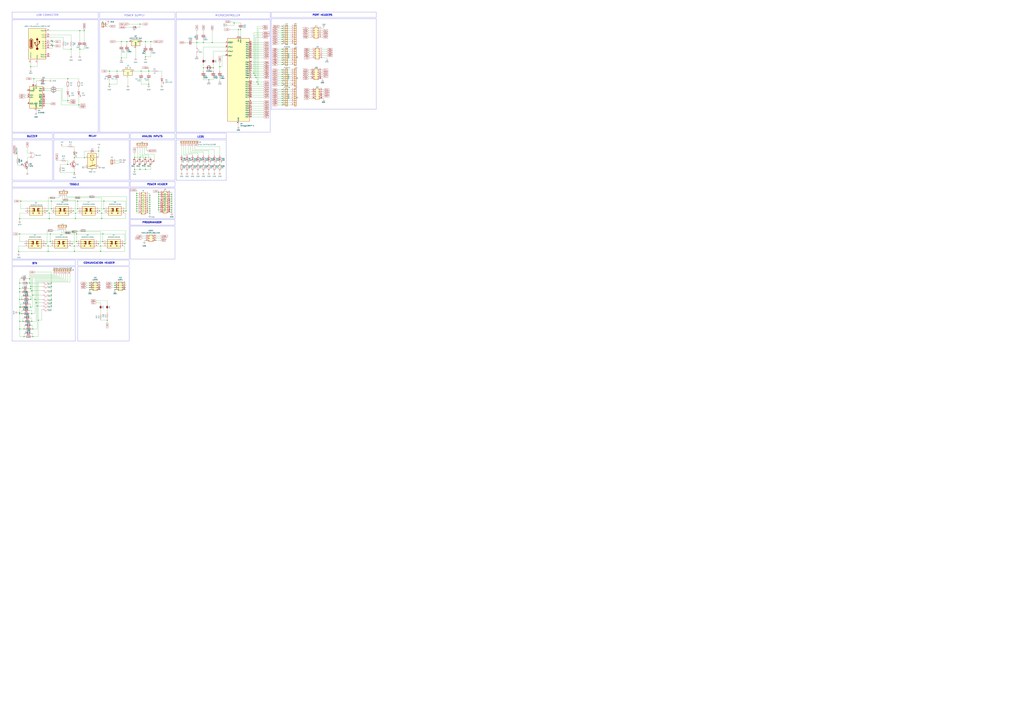
<source format=kicad_sch>
(kicad_sch (version 20231120) (generator "eeschema") (generator_version "8.0")
  (paper "A0")
  (junction (at 199.39 233.68))
  (junction (at 118.11 254))
  (junction (at 26.67 373.38))
  (junction (at 295.91 87.63))
  (junction (at 327.66 88.9))
  (junction (at 35.56 335.28))
  (junction (at 35.56 347.98))
  (junction (at 327.66 74.93))
  (junction (at 246.38 49.53))
  (junction (at 199.39 231.14))
  (junction (at 173.99 245.11))
  (junction (at 25.4 364.49))
  (junction (at 236.22 49.53))
  (junction (at 120.65 242.57))
  (junction (at 327.66 69.85))
  (junction (at 327.66 64.77))
  (junction (at 279.4 34.29))
  (junction (at 133.35 331.47))
  (junction (at 158.75 227.33))
  (junction (at 173.99 227.33))
  (junction (at 158.75 224.79))
  (junction (at 327.66 57.15))
  (junction (at 60.96 48.26))
  (junction (at 59.69 328.93))
  (junction (at 236.22 78.74))
  (junction (at 184.15 233.68))
  (junction (at 173.99 237.49))
  (junction (at 36.83 373.38))
  (junction (at 327.66 83.82))
  (junction (at 168.91 196.85))
  (junction (at 116.84 292.1))
  (junction (at 119.38 280.67))
  (junction (at 35.56 356.87))
  (junction (at 88.9 280.67))
  (junction (at 327.66 33.02))
  (junction (at 104.14 328.93))
  (junction (at 54.61 245.11))
  (junction (at 59.69 332.74))
  (junction (at 175.26 48.26))
  (junction (at 43.18 355.6))
  (junction (at 22.86 373.38))
  (junction (at 24.13 356.87))
  (junction (at 88.9 271.78))
  (junction (at 327.66 109.22))
  (junction (at 98.044 183.134))
  (junction (at 162.56 196.85))
  (junction (at 327.66 45.72))
  (junction (at 58.42 280.67))
  (junction (at 87.63 247.65))
  (junction (at 119.38 271.78))
  (junction (at 172.72 97.79))
  (junction (at 39.37 91.44))
  (junction (at 327.66 93.98))
  (junction (at 133.35 328.93))
  (junction (at 184.15 241.3))
  (junction (at 22.86 271.78))
  (junction (at 104.14 331.47))
  (junction (at 158.75 229.87))
  (junction (at 327.66 86.36))
  (junction (at 97.79 35.56))
  (junction (at 228.6 49.53))
  (junction (at 22.86 339.09))
  (junction (at 199.39 246.38))
  (junction (at 59.69 351.79))
  (junction (at 327.66 121.92))
  (junction (at 327.66 72.39))
  (junction (at 173.99 232.41))
  (junction (at 104.14 334.01))
  (junction (at 168.91 66.04))
  (junction (at 168.91 48.26))
  (junction (at 34.29 328.93))
  (junction (at 199.39 238.76))
  (junction (at 55.88 292.1))
  (junction (at 53.34 283.21))
  (junction (at 271.78 26.67))
  (junction (at 22.86 335.28))
  (junction (at 184.15 231.14))
  (junction (at 55.88 285.75))
  (junction (at 327.66 67.31))
  (junction (at 173.99 247.65))
  (junction (at 158.75 234.95))
  (junction (at 144.78 283.21))
  (junction (at 38.1 342.9))
  (junction (at 22.86 254))
  (junction (at 298.45 95.25))
  (junction (at 90.17 233.68))
  (junction (at 83.82 283.21))
  (junction (at 276.86 34.29))
  (junction (at 327.66 38.1))
  (junction (at 327.66 48.26))
  (junction (at 156.21 182.88))
  (junction (at 158.75 240.03))
  (junction (at 199.39 226.06))
  (junction (at 327.66 111.76))
  (junction (at 59.69 347.98))
  (junction (at 114.3 283.21))
  (junction (at 327.66 40.64))
  (junction (at 22.86 347.98))
  (junction (at 327.66 91.44))
  (junction (at 184.15 226.06))
  (junction (at 135.89 82.55))
  (junction (at 57.15 247.65))
  (junction (at 158.75 232.41))
  (junction (at 327.66 59.69))
  (junction (at 247.65 78.74))
  (junction (at 86.36 183.134))
  (junction (at 59.69 355.6))
  (junction (at 173.99 242.57))
  (junction (at 327.66 30.48))
  (junction (at 114.554 175.514))
  (junction (at 82.55 57.15))
  (junction (at 133.35 336.55))
  (junction (at 162.56 27.94))
  (junction (at 327.66 116.84))
  (junction (at 327.66 43.18))
  (junction (at 78.74 116.84))
  (junction (at 199.39 241.3))
  (junction (at 78.486 191.008))
  (junction (at 92.71 35.56))
  (junction (at 59.69 342.9))
  (junction (at 184.15 228.6))
  (junction (at 199.39 236.22))
  (junction (at 118.11 247.65))
  (junction (at 57.15 254))
  (junction (at 22.86 328.93))
  (junction (at 184.15 223.52))
  (junction (at 172.72 82.55))
  (junction (at 24.13 233.68))
  (junction (at 327.66 106.68))
  (junction (at 44.45 372.11))
  (junction (at 124.46 372.11))
  (junction (at 120.65 233.68))
  (junction (at 92.71 57.15))
  (junction (at 294.64 85.09))
  (junction (at 173.99 229.87))
  (junction (at 22.86 356.87))
  (junction (at 104.14 336.55))
  (junction (at 163.83 82.55))
  (junction (at 86.36 200.66))
  (junction (at 34.29 323.85))
  (junction (at 184.15 243.84))
  (junction (at 158.75 245.11))
  (junction (at 327.66 50.8))
  (junction (at 22.86 364.49))
  (junction (at 127 82.55))
  (junction (at 59.69 337.82))
  (junction (at 173.99 234.95))
  (junction (at 162.56 182.88))
  (junction (at 156.21 196.85))
  (junction (at 242.57 92.71))
  (junction (at 87.63 254))
  (junction (at 299.72 97.79))
  (junction (at 115.57 245.11))
  (junction (at 199.39 243.84))
  (junction (at 22.86 363.22))
  (junction (at 146.05 245.11))
  (junction (at 116.84 285.75))
  (junction (at 184.15 238.76))
  (junction (at 86.36 285.75))
  (junction (at 327.66 35.56))
  (junction (at 27.94 382.27))
  (junction (at 327.66 62.23))
  (junction (at 41.91 351.79))
  (junction (at 40.64 347.98))
  (junction (at 59.69 242.57))
  (junction (at 35.56 332.74))
  (junction (at 25.4 347.98))
  (junction (at 58.42 271.78))
  (junction (at 168.91 182.88))
  (junction (at 140.97 67.31))
  (junction (at 158.75 237.49))
  (junction (at 327.66 81.28))
  (junction (at 140.97 48.26))
  (junction (at 85.09 245.11))
  (junction (at 327.66 114.3))
  (junction (at 36.83 337.82))
  (junction (at 127 97.79))
  (junction (at 327.66 104.14))
  (junction (at 38.1 382.27))
  (junction (at 255.27 77.47))
  (junction (at 22.86 382.27))
  (junction (at 27.94 391.16))
  (junction (at 91.44 121.92))
  (junction (at 21.59 292.1))
  (junction (at 199.39 228.6))
  (junction (at 327.66 96.52))
  (junction (at 327.66 119.38))
  (junction (at 184.15 236.22))
  (junction (at 86.36 292.1))
  (junction (at 158.75 242.57))
  (junction (at 90.17 242.57))
  (junction (at 133.35 334.01))
  (junction (at 297.18 90.17))
  (junction (at 59.69 233.68))
  (junction (at 35.56 77.47))
  (junction (at 36.83 364.49))
  (junction (at 78.74 91.44))
  (junction (at 147.32 48.26))
  (junction (at 173.99 240.03))
  (junction (at 327.66 99.06))
  (junction (at 60.96 53.34))
  (junction (at 38.1 391.16))
  (wire (pts (xy 16.51 179.07) (xy 20.32 179.07)))
  (wire (pts (xy 295.91 40.64) (xy 295.91 87.63)))
  (wire (pts (xy 147.32 245.11) (xy 146.05 245.11)))
  (wire (pts (xy 198.12 238.76) (xy 199.39 238.76)))
  (wire (pts (xy 247.65 90.17) (xy 247.65 92.71)))
  (wire (pts (xy 35.56 344.17) (xy 35.56 347.98)))
  (wire (pts (xy 184.15 222.25) (xy 184.15 223.52)))
  (wire (pts (xy 158.75 240.03) (xy 158.75 242.57)))
  (wire (pts (xy 21.59 285.75) (xy 21.59 292.1)))
  (wire (pts (xy 158.75 227.33) (xy 160.02 227.33)))
  (wire (pts (xy 66.04 320.04) (xy 35.56 320.04)))
  (wire (pts (xy 90.17 245.11) (xy 115.57 245.11)))
  (wire (pts (xy 80.01 232.41) (xy 87.63 232.41)))
  (wire (pts (xy 158.75 242.57) (xy 160.02 242.57)))
  (wire (pts (xy 292.1 120.65) (xy 306.07 120.65)))
  (wire (pts (xy 104.14 334.01) (xy 116.84 334.01)))
  (wire (pts (xy 36.83 321.31) (xy 36.83 337.82)))
  (wire (pts (xy 40.64 347.98) (xy 40.64 364.49)))
  (wire (pts (xy 327.66 48.26) (xy 337.82 48.26)))
  (wire (pts (xy 152.4 31.75) (xy 146.05 31.75)))
  (wire (pts (xy 358.14 33.02) (xy 360.68 33.02)))
  (wire (pts (xy 229.87 187.96) (xy 229.87 190.5)))
  (wire (pts (xy 78.74 326.39) (xy 43.18 326.39)))
  (wire (pts (xy 322.58 33.02) (xy 327.66 33.02)))
  (wire (pts (xy 34.29 182.88) (xy 31.75 182.88)))
  (wire (pts (xy 38.1 378.46) (xy 38.1 382.27)))
  (wire (pts (xy 98.044 175.514) (xy 98.044 183.134)))
  (wire (pts (xy 167.64 279.4) (xy 167.64 280.67)))
  (wire (pts (xy 373.38 83.82) (xy 374.65 83.82)))
  (wire (pts (xy 228.6 49.53) (xy 228.6 46.99)))
  (wire (pts (xy 160.02 245.11) (xy 158.75 245.11)))
  (wire (pts (xy 173.99 229.87) (xy 173.99 227.33)))
  (wire (pts (xy 20.32 191.77) (xy 20.32 190.5)))
  (wire (pts (xy 71.12 267.97) (xy 71.12 270.51)))
  (wire (pts (xy 173.99 242.57) (xy 173.99 245.11)))
  (wire (pts (xy 359.41 62.23) (xy 361.95 62.23)))
  (wire (pts (xy 223.52 198.12) (xy 223.52 200.66)))
  (wire (pts (xy 229.87 198.12) (xy 229.87 200.66)))
  (wire (pts (xy 58.42 328.93) (xy 59.69 328.93)))
  (wire (pts (xy 255.27 77.47) (xy 255.27 82.55)))
  (wire (pts (xy 292.1 130.81) (xy 306.07 130.81)))
  (wire (pts (xy 228.6 170.18) (xy 255.27 170.18)))
  (wire (pts (xy 114.554 175.514) (xy 114.554 183.134)))
  (wire (pts (xy 168.91 66.04) (xy 168.91 67.31)))
  (wire (pts (xy 162.56 196.85) (xy 156.21 196.85)))
  (wire (pts (xy 292.1 82.55) (xy 306.07 82.55)))
  (wire (pts (xy 115.57 247.65) (xy 118.11 247.65)))
  (wire (pts (xy 78.74 318.77) (xy 78.74 326.39)))
  (wire (pts (xy 187.96 96.52) (xy 187.96 99.06)))
  (wire (pts (xy 22.86 391.16) (xy 27.94 391.16)))
  (wire (pts (xy 68.58 228.6) (xy 68.58 229.87)))
  (wire (pts (xy 38.1 356.87) (xy 35.56 356.87)))
  (wire (pts (xy 327.66 40.64) (xy 337.82 40.64)))
  (wire (pts (xy 246.38 35.56) (xy 246.38 49.53)))
  (wire (pts (xy 58.42 55.88) (xy 60.96 55.88)))
  (wire (pts (xy 111.76 349.25) (xy 124.46 349.25)))
  (wire (pts (xy 236.22 92.71) (xy 236.22 90.17)))
  (wire (pts (xy 22.86 271.78) (xy 22.86 280.67)))
  (wire (pts (xy 248.92 198.12) (xy 248.92 200.66)))
  (wire (pts (xy 184.15 82.55) (xy 187.96 82.55)))
  (wire (pts (xy 59.69 355.6) (xy 59.69 359.41)))
  (wire (pts (xy 90.17 269.24) (xy 116.84 269.24)))
  (wire (pts (xy 236.22 176.53) (xy 236.22 180.34)))
  (wire (pts (xy 78.74 101.6) (xy 78.74 104.14)))
  (wire (pts (xy 175.26 182.88) (xy 175.26 184.15)))
  (wire (pts (xy 116.84 351.79) (xy 116.84 353.06)))
  (wire (pts (xy 325.12 30.48) (xy 327.66 30.48)))
  (wire (pts (xy 52.07 105.41) (xy 58.42 105.41)))
  (wire (pts (xy 69.85 191.008) (xy 69.85 193.04)))
  (wire (pts (xy 119.38 271.78) (xy 119.38 280.67)))
  (wire (pts (xy 22.86 335.28) (xy 22.86 339.09)))
  (wire (pts (xy 25.4 344.17) (xy 25.4 347.98)))
  (wire (pts (xy 199.39 233.68) (xy 199.39 236.22)))
  (wire (pts (xy 172.72 82.55) (xy 163.83 82.55)))
  (wire (pts (xy 133.35 336.55) (xy 146.05 336.55)))
  (wire (pts (xy 24.13 233.68) (xy 24.13 242.57)))
  (wire (pts (xy 184.15 246.38) (xy 184.15 243.84)))
  (wire (pts (xy 327.66 96.52) (xy 337.82 96.52)))
  (wire (pts (xy 168.91 48.26) (xy 175.26 48.26)))
  (wire (pts (xy 91.44 124.46) (xy 91.44 121.92)))
  (wire (pts (xy 54.61 242.57) (xy 59.69 242.57)))
  (wire (pts (xy 35.56 347.98) (xy 34.29 347.98)))
  (wire (pts (xy 373.38 88.9) (xy 374.65 88.9)))
  (wire (pts (xy 34.29 177.8) (xy 31.75 177.8)))
  (wire (pts (xy 257.81 77.47) (xy 257.81 64.77)))
  (wire (pts (xy 60.96 48.26) (xy 63.5 48.26)))
  (wire (pts (xy 27.94 373.38) (xy 26.67 373.38)))
  (wire (pts (xy 228.6 35.56) (xy 228.6 39.37)))
  (wire (pts (xy 224.79 49.53) (xy 228.6 49.53)))
  (wire (pts (xy 217.17 198.12) (xy 217.17 200.66)))
  (wire (pts (xy 100.33 328.93) (xy 104.14 328.93)))
  (wire (pts (xy 58.42 43.18) (xy 73.66 43.18)))
  (wire (pts (xy 69.85 191.008) (xy 78.486 191.008)))
  (wire (pts (xy 292.1 107.95) (xy 306.07 107.95)))
  (wire (pts (xy 27.94 378.46) (xy 27.94 382.27)))
  (wire (pts (xy 322.58 111.76) (xy 327.66 111.76)))
  (wire (pts (xy 27.94 285.75) (xy 21.59 285.75)))
  (wire (pts (xy 327.66 50.8) (xy 337.82 50.8)))
  (wire (pts (xy 210.82 198.12) (xy 210.82 200.66)))
  (wire (pts (xy 86.36 285.75) (xy 88.9 285.75)))
  (wire (pts (xy 299.72 97.79) (xy 306.07 97.79)))
  (wire (pts (xy 198.12 236.22) (xy 199.39 236.22)))
  (wire (pts (xy 34.29 318.77) (xy 34.29 323.85)))
  (wire (pts (xy 22.86 335.28) (xy 22.86 328.93)))
  (wire (pts (xy 127 97.79) (xy 127 99.06)))
  (wire (pts (xy 184.15 233.68) (xy 184.15 236.22)))
  (wire (pts (xy 158.75 224.79) (xy 158.75 227.33)))
  (wire (pts (xy 236.22 92.71) (xy 242.57 92.71)))
  (wire (pts (xy 181.61 279.4) (xy 186.69 279.4)))
  (wire (pts (xy 292.1 52.07) (xy 306.07 52.07)))
  (wire (pts (xy 118.11 254) (xy 118.11 247.65)))
  (wire (pts (xy 87.63 245.11) (xy 87.63 232.41)))
  (wire (pts (xy 58.42 355.6) (xy 59.69 355.6)))
  (wire (pts (xy 36.83 373.38) (xy 35.56 373.38)))
  (wire (pts (xy 58.42 53.34) (xy 60.96 53.34)))
  (wire (pts (xy 34.29 328.93) (xy 48.26 328.93)))
  (wire (pts (xy 60.96 53.34) (xy 63.5 53.34)))
  (wire (pts (xy 76.2 325.12) (xy 41.91 325.12)))
  (wire (pts (xy 172.72 229.87) (xy 173.99 229.87)))
  (wire (pts (xy 276.86 143.51) (xy 276.86 147.32)))
  (wire (pts (xy 87.63 247.65) (xy 90.17 247.65)))
  (wire (pts (xy 58.42 347.98) (xy 59.69 347.98)))
  (wire (pts (xy 147.32 59.69) (xy 147.32 67.31)))
  (wire (pts (xy 58.42 50.8) (xy 60.96 50.8)))
  (wire (pts (xy 210.82 170.18) (xy 210.82 180.34)))
  (wire (pts (xy 374.65 109.22) (xy 375.92 109.22)))
  (wire (pts (xy 359.41 59.69) (xy 361.95 59.69)))
  (wire (pts (xy 81.28 318.77) (xy 81.28 327.66)))
  (wire (pts (xy 199.39 231.14) (xy 199.39 233.68)))
  (wire (pts (xy 158.75 242.57) (xy 158.75 245.11)))
  (wire (pts (xy 236.22 54.61) (xy 236.22 67.31)))
  (wire (pts (xy 246.38 78.74) (xy 247.65 78.74)))
  (wire (pts (xy 218.44 177.8) (xy 229.87 177.8)))
  (wire (pts (xy 184.15 231.14) (xy 185.42 231.14)))
  (wire (pts (xy 297.18 43.18) (xy 297.18 90.17)))
  (wire (pts (xy 255.27 187.96) (xy 255.27 190.5)))
  (wire (pts (xy 162.56 172.72) (xy 162.56 181.61)))
  (wire (pts (xy 68.58 229.87) (xy 64.77 229.87)))
  (wire (pts (xy 59.69 332.74) (xy 59.69 337.82)))
  (wire (pts (xy 358.14 40.64) (xy 360.68 40.64)))
  (wire (pts (xy 158.75 220.98) (xy 158.75 224.79)))
  (wire (pts (xy 43.18 73.66) (xy 43.18 77.47)))
  (wire (pts (xy 359.41 67.31) (xy 361.95 67.31)))
  (wire (pts (xy 158.75 237.49) (xy 160.02 237.49)))
  (wire (pts (xy 292.1 54.61) (xy 306.07 54.61)))
  (wire (pts (xy 58.42 271.78) (xy 88.9 271.78)))
  (wire (pts (xy 97.79 35.56) (xy 97.79 46.99)))
  (wire (pts (xy 22.86 335.28) (xy 25.4 335.28)))
  (wire (pts (xy 73.66 46.99) (xy 73.66 43.18)))
  (wire (pts (xy 359.41 114.3) (xy 361.95 114.3)))
  (wire (pts (xy 71.12 105.41) (xy 71.12 121.92)))
  (wire (pts (xy 292.1 87.63) (xy 295.91 87.63)))
  (wire (pts (xy 168.91 182.88) (xy 175.26 182.88)))
  (wire (pts (xy 327.66 121.92) (xy 337.82 121.92)))
  (wire (pts (xy 103.124 175.514) (xy 98.044 175.514)))
  (wire (pts (xy 39.37 91.44) (xy 39.37 97.79)))
  (wire (pts (xy 184.15 223.52) (xy 185.42 223.52)))
  (wire (pts (xy 198.12 241.3) (xy 199.39 241.3)))
  (wire (pts (xy 184.15 228.6) (xy 185.42 228.6)))
  (wire (pts (xy 29.21 245.11) (xy 54.61 245.11)))
  (wire (pts (xy 38.1 387.35) (xy 38.1 391.16)))
  (wire (pts (xy 223.52 170.18) (xy 223.52 175.26)))
  (wire (pts (xy 322.58 86.36) (xy 327.66 86.36)))
  (wire (pts (xy 215.9 179.07) (xy 223.52 179.07)))
  (wire (pts (xy 322.58 64.77) (xy 327.66 64.77)))
  (wire (pts (xy 322.58 116.84) (xy 327.66 116.84)))
  (wire (pts (xy 59.69 328.93) (xy 59.69 332.74)))
  (wire (pts (xy 248.92 187.96) (xy 248.92 190.5)))
  (wire (pts (xy 184.15 231.14) (xy 184.15 233.68)))
  (wire (pts (xy 322.58 93.98) (xy 327.66 93.98)))
  (wire (pts (xy 255.27 170.18) (xy 255.27 180.34)))
  (wire (pts (xy 184.15 228.6) (xy 184.15 231.14)))
  (wire (pts (xy 379.73 59.69) (xy 374.65 59.69)))
  (wire (pts (xy 97.79 54.61) (xy 97.79 57.15)))
  (wire (pts (xy 165.1 274.32) (xy 168.91 274.32)))
  (wire (pts (xy 146.05 267.97) (xy 146.05 283.21)))
  (wire (pts (xy 58.42 351.79) (xy 59.69 351.79)))
  (wire (pts (xy 22.86 247.65) (xy 22.86 254)))
  (wire (pts (xy 175.26 66.04) (xy 168.91 66.04)))
  (wire (pts (xy 322.58 35.56) (xy 327.66 35.56)))
  (wire (pts (xy 327.66 59.69) (xy 337.82 59.69)))
  (wire (pts (xy 43.18 382.27) (xy 38.1 382.27)))
  (wire (pts (xy 158.75 227.33) (xy 158.75 229.87)))
  (wire (pts (xy 168.91 279.4) (xy 167.64 279.4)))
  (wire (pts (xy 25.4 364.49) (xy 22.86 364.49)))
  (wire (pts (xy 172.72 240.03) (xy 173.99 240.03)))
  (wire (pts (xy 116.84 269.24) (xy 116.84 283.21)))
  (wire (pts (xy 160.02 247.65) (xy 158.75 247.65)))
  (wire (pts (xy 22.86 254) (xy 57.15 254)))
  (wire (pts (xy 29.21 113.03) (xy 31.75 113.03)))
  (wire (pts (xy 172.72 234.95) (xy 173.99 234.95)))
  (wire (pts (xy 158.75 229.87) (xy 160.02 229.87)))
  (wire (pts (xy 247.65 59.69) (xy 247.65 67.31)))
  (wire (pts (xy 34.29 360.68) (xy 36.83 360.68)))
  (wire (pts (xy 86.36 200.66) (xy 86.36 201.168)))
  (wire (pts (xy 22.86 271.78) (xy 58.42 271.78)))
  (wire (pts (xy 134.62 48.26) (xy 140.97 48.26)))
  (wire (pts (xy 173.99 234.95) (xy 173.99 237.49)))
  (wire (pts (xy 292.1 105.41) (xy 306.07 105.41)))
  (wire (pts (xy 327.66 86.36) (xy 337.82 86.36)))
  (wire (pts (xy 322.58 40.64) (xy 327.66 40.64)))
  (wire (pts (xy 35.56 332.74) (xy 48.26 332.74)))
  (wire (pts (xy 217.17 180.34) (xy 213.36 180.34)))
  (wire (pts (xy 33.02 335.28) (xy 35.56 335.28)))
  (wire (pts (xy 292.1 62.23) (xy 306.07 62.23)))
  (wire (pts (xy 292.1 72.39) (xy 306.07 72.39)))
  (wire (pts (xy 104.14 336.55) (xy 116.84 336.55)))
  (wire (pts (xy 57.15 254) (xy 87.63 254)))
  (wire (pts (xy 146.05 283.21) (xy 144.78 283.21)))
  (wire (pts (xy 228.6 49.53) (xy 228.6 53.34)))
  (wire (pts (xy 129.54 334.01) (xy 133.35 334.01)))
  (wire (pts (xy 292.1 135.89) (xy 306.07 135.89)))
  (wire (pts (xy 90.17 233.68) (xy 90.17 242.57)))
  (wire (pts (xy 86.36 183.134) (xy 98.044 183.134)))
  (wire (pts (xy 322.58 45.72) (xy 327.66 45.72)))
  (wire (pts (xy 35.56 332.74) (xy 35.56 335.28)))
  (wire (pts (xy 44.45 391.16) (xy 38.1 391.16)))
  (wire (pts (xy 52.07 120.65) (xy 58.42 120.65)))
  (wire (pts (xy 27.94 283.21) (xy 53.34 283.21)))
  (wire (pts (xy 322.58 114.3) (xy 327.66 114.3)))
  (wire (pts (xy 162.56 181.61) (xy 166.37 181.61)))
  (wire (pts (xy 322.58 104.14) (xy 327.66 104.14)))
  (wire (pts (xy 114.3 283.21) (xy 116.84 283.21)))
  (wire (pts (xy 118.11 254) (xy 146.05 254)))
  (wire (pts (xy 172.72 237.49) (xy 173.99 237.49)))
  (wire (pts (xy 78.74 116.84) (xy 81.28 116.84)))
  (wire (pts (xy 115.57 242.57) (xy 120.65 242.57)))
  (wire (pts (xy 173.99 247.65) (xy 173.99 250.19)))
  (wire (pts (xy 35.56 335.28) (xy 35.56 339.09)))
  (wire (pts (xy 359.41 111.76) (xy 361.95 111.76)))
  (wire (pts (xy 236.22 45.72) (xy 236.22 49.53)))
  (wire (pts (xy 63.5 318.77) (xy 34.29 318.77)))
  (wire (pts (xy 92.71 35.56) (xy 97.79 35.56)))
  (wire (pts (xy 322.58 62.23) (xy 327.66 62.23)))
  (wire (pts (xy 58.42 342.9) (xy 59.69 342.9)))
  (wire (pts (xy 115.57 245.11) (xy 118.11 245.11)))
  (wire (pts (xy 374.65 35.56) (xy 373.38 35.56)))
  (wire (pts (xy 133.35 336.55) (xy 133.35 337.82)))
  (wire (pts (xy 304.8 33.02) (xy 299.72 33.02)))
  (wire (pts (xy 116.84 292.1) (xy 116.84 285.75)))
  (wire (pts (xy 375.92 114.3) (xy 375.92 115.57)))
  (wire (pts (xy 327.66 72.39) (xy 337.82 72.39)))
  (wire (pts (xy 271.78 26.67) (xy 279.4 26.67)))
  (wire (pts (xy 31.75 177.8) (xy 31.75 171.45)))
  (wire (pts (xy 168.91 191.77) (xy 168.91 196.85)))
  (wire (pts (xy 327.66 64.77) (xy 337.82 64.77)))
  (wire (pts (xy 78.486 191.008) (xy 78.74 191.008)))
  (wire (pts (xy 111.76 351.79) (xy 116.84 351.79)))
  (wire (pts (xy 327.66 119.38) (xy 337.82 119.38)))
  (wire (pts (xy 22.86 323.85) (xy 22.86 328.93)))
  (wire (pts (xy 229.87 177.8) (xy 229.87 180.34)))
  (wire (pts (xy 22.86 233.68) (xy 24.13 233.68)))
  (wire (pts (xy 29.21 110.49) (xy 31.75 110.49)))
  (wire (pts (xy 172.72 92.71) (xy 172.72 97.79)))
  (wire (pts (xy 59.69 342.9) (xy 59.69 347.98)))
  (wire (pts (xy 199.39 243.84) (xy 199.39 246.38)))
  (wire (pts (xy 140.97 48.26) (xy 147.32 48.26)))
  (wire (pts (xy 172.72 85.09) (xy 172.72 82.55)))
  (wire (pts (xy 162.56 27.94) (xy 162.56 31.75)))
  (wire (pts (xy 43.18 326.39) (xy 43.18 355.6)))
  (wire (pts (xy 24.13 323.85) (xy 22.86 323.85)))
  (wire (pts (xy 36.83 364.49) (xy 40.64 364.49)))
  (wire (pts (xy 173.99 245.11) (xy 173.99 247.65)))
  (wire (pts (xy 55.88 245.11) (xy 54.61 245.11)))
  (wire (pts (xy 36.83 360.68) (xy 36.83 364.49)))
  (wire (pts (xy 292.1 64.77) (xy 306.07 64.77)))
  (wire (pts (xy 59.69 316.23) (xy 59.69 328.93)))
  (wire (pts (xy 160.02 172.72) (xy 160.02 187.96)))
  (wire (pts (xy 294.64 38.1) (xy 294.64 85.09)))
  (wire (pts (xy 374.65 38.1) (xy 373.38 38.1)))
  (wire (pts (xy 21.59 271.78) (xy 22.86 271.78)))
  (wire (pts (xy 228.6 63.5) (xy 228.6 64.77)))
  (wire (pts (xy 181.61 276.86) (xy 186.69 276.86)))
  (wire (pts (xy 217.17 187.96) (xy 217.17 190.5)))
  (wire (pts (xy 379.73 64.77) (xy 374.65 64.77)))
  (wire (pts (xy 292.1 110.49) (xy 306.07 110.49)))
  (wire (pts (xy 198.12 223.52) (xy 199.39 223.52)))
  (wire (pts (xy 168.91 48.26) (xy 168.91 53.34)))
  (wire (pts (xy 82.55 54.61) (xy 82.55 57.15)))
  (wire (pts (xy 327.66 35.56) (xy 337.82 35.56)))
  (wire (pts (xy 292.1 100.33) (xy 306.07 100.33)))
  (wire (pts (xy 327.66 93.98) (xy 337.82 93.98)))
  (wire (pts (xy 78.74 91.44) (xy 78.74 93.98)))
  (wire (pts (xy 119.38 283.21) (xy 144.78 283.21)))
  (wire (pts (xy 165.1 172.72) (xy 165.1 180.34)))
  (wire (pts (xy 292.1 59.69) (xy 306.07 59.69)))
  (wire (pts (xy 91.44 93.98) (xy 91.44 91.44)))
  (wire (pts (xy 73.66 323.85) (xy 40.64 323.85)))
  (wire (pts (xy 86.36 283.21) (xy 86.36 270.51)))
  (wire (pts (xy 185.42 246.38) (xy 184.15 246.38)))
  (wire (pts (xy 55.88 285.75) (xy 58.42 285.75)))
  (wire (pts (xy 31.75 182.88) (xy 31.75 186.69)))
  (wire (pts (xy 22.86 356.87) (xy 22.86 363.22)))
  (wire (pts (xy 304.8 43.18) (xy 297.18 43.18)))
  (wire (pts (xy 116.84 360.68) (xy 116.84 364.49)))
  (wire (pts (xy 140.97 59.69) (xy 140.97 67.31)))
  (wire (pts (xy 85.598 170.18) (xy 86.36 170.18)))
  (wire (pts (xy 68.58 228.6) (xy 69.85 228.6)))
  (wire (pts (xy 36.83 91.44) (xy 39.37 91.44)))
  (wire (pts (xy 359.41 64.77) (xy 361.95 64.77)))
  (wire (pts (xy 322.58 57.15) (xy 327.66 57.15)))
  (wire (pts (xy 114.3 285.75) (xy 116.84 285.75)))
  (wire (pts (xy 124.46 360.68) (xy 124.46 363.22)))
  (wire (pts (xy 322.58 72.39) (xy 327.66 72.39)))
  (wire (pts (xy 327.66 106.68) (xy 337.82 106.68)))
  (wire (pts (xy 25.4 356.87) (xy 24.13 356.87)))
  (wire (pts (xy 276.86 34.29) (xy 279.4 34.29)))
  (wire (pts (xy 66.04 102.87) (xy 72.39 102.87)))
  (wire (pts (xy 374.65 40.64) (xy 373.38 40.64)))
  (wire (pts (xy 175.26 191.77) (xy 175.26 196.85)))
  (wire (pts (xy 147.32 228.6) (xy 147.32 245.11)))
  (wire (pts (xy 236.22 74.93) (xy 236.22 78.74)))
  (wire (pts (xy 55.88 292.1) (xy 55.88 285.75)))
  (wire (pts (xy 148.59 90.17) (xy 148.59 99.06)))
  (wire (pts (xy 292.1 77.47) (xy 306.07 77.47)))
  (wire (pts (xy 147.32 48.26) (xy 149.86 48.26)))
  (wire (pts (xy 327.66 38.1) (xy 337.82 38.1)))
  (wire (pts (xy 165.1 48.26) (xy 168.91 48.26)))
  (wire (pts (xy 184.15 236.22) (xy 184.15 238.76)))
  (wire (pts (xy 33.02 328.93) (xy 34.29 328.93)))
  (wire (pts (xy 41.91 97.79) (xy 41.91 93.98)))
  (wire (pts (xy 31.75 323.85) (xy 34.29 323.85)))
  (wire (pts (xy 199.39 238.76) (xy 199.39 241.3)))
  (wire (pts (xy 299.72 33.02) (xy 299.72 97.79)))
  (wire (pts (xy 55.88 229.87) (xy 57.15 229.87)))
  (wire (pts (xy 66.04 318.77) (xy 66.04 320.04)))
  (wire (pts (xy 165.1 180.34) (xy 172.72 180.34)))
  (wire (pts (xy 236.22 54.61) (xy 261.62 54.61)))
  (wire (pts (xy 134.874 189.484) (xy 138.684 189.484)))
  (wire (pts (xy 198.12 226.06) (xy 199.39 226.06)))
  (wire (pts (xy 24.13 353.06) (xy 24.13 356.87)))
  (wire (pts (xy 162.56 182.88) (xy 162.56 184.15)))
  (wire (pts (xy 53.34 93.98) (xy 57.15 93.98)))
  (wire (pts (xy 167.64 179.07) (xy 179.07 179.07)))
  (wire (pts (xy 322.58 74.93) (xy 327.66 74.93)))
  (wire (pts (xy 157.48 55.88) (xy 157.48 67.31)))
  (wire (pts (xy 292.1 133.35) (xy 306.07 133.35)))
  (wire (pts (xy 86.36 292.1) (xy 86.36 285.75)))
  (wire (pts (xy 58.42 337.82) (xy 59.69 337.82)))
  (wire (pts (xy 100.33 334.01) (xy 104.14 334.01)))
  (wire (pts (xy 55.88 245.11) (xy 55.88 229.87)))
  (wire (pts (xy 147.32 67.31) (xy 140.97 67.31)))
  (wire (pts (xy 379.73 62.23) (xy 374.65 62.23)))
  (wire (pts (xy 322.58 59.69) (xy 327.66 59.69)))
  (wire (pts (xy 36.83 337.82) (xy 36.83 347.98)))
  (wire (pts (xy 38.1 342.9) (xy 48.26 342.9)))
  (wire (pts (xy 156.21 191.77) (xy 156.21 196.85)))
  (wire (pts (xy 21.59 292.1) (xy 55.88 292.1)))
  (wire (pts (xy 59.69 351.79) (xy 59.69 355.6)))
  (wire (pts (xy 158.75 224.79) (xy 160.02 224.79)))
  (wire (pts (xy 82.55 270.51) (xy 86.36 270.51)))
  (wire (pts (xy 327.66 111.76) (xy 337.82 111.76)))
  (wire (pts (xy 374.65 91.44) (xy 373.38 91.44)))
  (wire (pts (xy 375.92 33.02) (xy 375.92 31.75)))
  (wire (pts (xy 172.72 97.79) (xy 172.72 99.06)))
  (wire (pts (xy 71.12 270.51) (xy 74.93 270.51)))
  (wire (pts (xy 76.2 267.97) (xy 92.71 267.97)))
  (wire (pts (xy 292.1 128.27) (xy 306.07 128.27)))
  (wire (pts (xy 173.99 224.79) (xy 172.72 224.79)))
  (wire (pts (xy 127 82.55) (xy 135.89 82.55)))
  (wire (pts (xy 90.17 233.68) (xy 120.65 233.68)))
  (wire (pts (xy 156.21 198.12) (xy 156.21 196.85)))
  (wire (pts (xy 292.1 74.93) (xy 306.07 74.93)))
  (wire (pts (xy 322.58 48.26) (xy 327.66 48.26)))
  (wire (pts (xy 82.55 46.99) (xy 82.55 40.64)))
  (wire (pts (xy 34.29 323.85) (xy 34.29 328.93)))
  (wire (pts (xy 297.18 90.17) (xy 306.07 90.17)))
  (wire (pts (xy 38.1 391.16) (xy 36.83 391.16)))
  (wire (pts (xy 246.38 49.53) (xy 261.62 49.53)))
  (wire (pts (xy 163.83 92.71) (xy 163.83 97.79)))
  (wire (pts (xy 327.66 45.72) (xy 337.82 45.72)))
  (wire (pts (xy 158.75 240.03) (xy 160.02 240.03)))
  (wire (pts (xy 292.1 57.15) (xy 306.07 57.15)))
  (wire (pts (xy 271.78 25.4) (xy 271.78 26.67)))
  (wire (pts (xy 322.58 50.8) (xy 327.66 50.8)))
  (wire (pts (xy 298.45 95.25) (xy 306.07 95.25)))
  (wire (pts (xy 35.56 369.57) (xy 36.83 369.57)))
  (wire (pts (xy 124.46 372.11) (xy 124.46 374.65)))
  (wire (pts (xy 166.37 181.61) (xy 166.37 187.96)))
  (wire (pts (xy 36.83 387.35) (xy 38.1 387.35)))
  (wire (pts (xy 74.93 229.87) (xy 86.36 229.87)))
  (wire (pts (xy 97.79 34.29) (xy 97.79 35.56)))
  (wire (pts (xy 162.56 191.77) (xy 162.56 196.85)))
  (wire (pts (xy 292.1 90.17) (xy 297.18 90.17)))
  (wire (pts (xy 322.58 119.38) (xy 327.66 119.38)))
  (wire (pts (xy 163.83 97.79) (xy 172.72 97.79)))
  (wire (pts (xy 158.75 232.41) (xy 160.02 232.41)))
  (wire (pts (xy 83.82 285.75) (xy 86.36 285.75)))
  (wire (pts (xy 57.15 254) (xy 57.15 247.65)))
  (wire (pts (xy 327.66 33.02) (xy 337.82 33.02)))
  (wire (pts (xy 373.38 86.36) (xy 374.65 86.36)))
  (wire (pts (xy 24.13 242.57) (xy 29.21 242.57)))
  (wire (pts (xy 140.97 48.26) (xy 140.97 52.07)))
  (wire (pts (xy 53.34 283.21) (xy 54.61 283.21)))
  (wire (pts (xy 327.66 62.23) (xy 337.82 62.23)))
  (wire (pts (xy 58.42 35.56) (xy 92.71 35.56)))
  (wire (pts (xy 149.86 27.94) (xy 162.56 27.94)))
  (wire (pts (xy 38.1 322.58) (xy 38.1 342.9)))
  (wire (pts (xy 156.21 177.8) (xy 156.21 182.88)))
  (wire (pts (xy 48.26 355.6) (xy 43.18 355.6)))
  (wire (pts (xy 27.94 382.27) (xy 22.86 382.27)))
  (wire (pts (xy 294.64 85.09) (xy 306.07 85.09)))
  (wire (pts (xy 36.83 337.82) (xy 48.26 337.82)))
  (wire (pts (xy 86.36 170.18) (xy 86.36 173.99)))
  (wire (pts (xy 327.66 57.15) (xy 337.82 57.15)))
  (wire (pts (xy 76.2 318.77) (xy 76.2 325.12)))
  (wire (pts (xy 86.36 196.088) (xy 86.36 200.66)))
  (wire (pts (xy 87.63 254) (xy 118.11 254)))
  (wire (pts (xy 327.66 88.9) (xy 337.82 88.9)))
  (wire (pts (xy 73.66 269.24) (xy 82.55 269.24)))
  (wire (pts (xy 242.57 93.98) (xy 242.57 92.71)))
  (wire (pts (xy 327.66 81.28) (xy 337.82 81.28)))
  (wire (pts (xy 25.4 347.98) (xy 22.86 347.98)))
  (wire (pts (xy 158.75 229.87) (xy 158.75 232.41)))
  (wire (pts (xy 36.83 378.46) (xy 38.1 378.46)))
  (wire (pts (xy 172.72 232.41) (xy 173.99 232.41)))
  (wire (pts (xy 236.22 78.74) (xy 236.22 82.55)))
  (wire (pts (xy 198.12 231.14) (xy 199.39 231.14)))
  (wire (pts (xy 184.15 233.68) (xy 185.42 233.68)))
  (wire (pts (xy 267.97 25.4) (xy 271.78 25.4)))
  (wire (pts (xy 199.39 223.52) (xy 199.39 226.06)))
  (wire (pts (xy 172.72 247.65) (xy 173.99 247.65)))
  (wire (pts (xy 359.41 57.15) (xy 361.95 57.15)))
  (wire (pts (xy 172.72 180.34) (xy 172.72 187.96)))
  (wire (pts (xy 59.69 233.68) (xy 59.69 242.57)))
  (wire (pts (xy 173.99 237.49) (xy 173.99 240.03)))
  (wire (pts (xy 35.56 73.66) (xy 35.56 77.47)))
  (wire (pts (xy 170.18 172.72) (xy 170.18 175.26)))
  (wire (pts (xy 374.65 43.18) (xy 373.38 43.18)))
  (wire (pts (xy 322.58 106.68) (xy 327.66 106.68)))
  (wire (pts (xy 247.65 92.71) (xy 242.57 92.71)))
  (wire (pts (xy 158.75 232.41) (xy 158.75 234.95)))
  (wire (pts (xy 358.14 43.18) (xy 360.68 43.18)))
  (wire (pts (xy 173.99 240.03) (xy 173.99 242.57)))
  (wire (pts (xy 91.44 91.44) (xy 78.74 91.44)))
  (wire (pts (xy 129.54 328.93) (xy 133.35 328.93)))
  (wire (pts (xy 100.33 331.47) (xy 104.14 331.47)))
  (wire (pts (xy 116.84 285.75) (xy 119.38 285.75)))
  (wire (pts (xy 322.58 91.44) (xy 327.66 91.44)))
  (wire (pts (xy 24.13 233.68) (xy 59.69 233.68)))
  (wire (pts (xy 358.14 35.56) (xy 360.68 35.56)))
  (wire (pts (xy 236.22 187.96) (xy 236.22 190.5)))
  (wire (pts (xy 358.14 81.28) (xy 360.68 81.28)))
  (wire (pts (xy 127 92.71) (xy 127 97.79)))
  (wire (pts (xy 327.66 109.22) (xy 337.82 109.22)))
  (wire (pts (xy 127 82.55) (xy 127 85.09)))
  (wire (pts (xy 86.36 181.61) (xy 86.36 183.134)))
  (wire (pts (xy 116.84 292.1) (xy 144.78 292.1)))
  (wire (pts (xy 135.89 82.55) (xy 140.97 82.55)))
  (wire (pts (xy 156.21 182.88) (xy 156.21 184.15)))
  (wire (pts (xy 97.79 57.15) (xy 92.71 57.15)))
  (wire (pts (xy 58.42 271.78) (xy 58.42 280.67)))
  (wire (pts (xy 88.9 283.21) (xy 114.3 283.21)))
  (wire (pts (xy 69.85 200.66) (xy 86.36 200.66)))
  (wire (pts (xy 41.91 128.27) (xy 41.91 130.81)))
  (wire (pts (xy 292.1 80.01) (xy 306.07 80.01)))
  (wire (pts (xy 374.65 106.68) (xy 375.92 106.68)))
  (wire (pts (xy 27.94 387.35) (xy 27.94 391.16)))
  (wire (pts (xy 199.39 228.6) (xy 199.39 231.14)))
  (wire (pts (xy 125.73 27.94) (xy 124.46 27.94)))
  (wire (pts (xy 359.41 106.68) (xy 361.95 106.68)))
  (wire (pts (xy 327.66 30.48) (xy 337.82 30.48)))
  (wire (pts (xy 218.44 170.18) (xy 218.44 177.8)))
  (wire (pts (xy 54.61 283.21) (xy 54.61 267.97)))
  (wire (pts (xy 173.99 232.41) (xy 173.99 234.95)))
  (wire (pts (xy 292.1 97.79) (xy 299.72 97.79)))
  (wire (pts (xy 184.15 238.76) (xy 185.42 238.76)))
  (wire (pts (xy 375.92 114.3) (xy 374.65 114.3)))
  (wire (pts (xy 59.69 359.41) (xy 58.42 359.41)))
  (wire (pts (xy 40.64 316.23) (xy 59.69 316.23)))
  (wire (pts (xy 66.04 186.69) (xy 69.85 186.69)))
  (wire (pts (xy 39.37 91.44) (xy 78.74 91.44)))
  (wire (pts (xy 181.61 274.32) (xy 186.69 274.32)))
  (wire (pts (xy 247.65 74.93) (xy 247.65 78.74)))
  (wire (pts (xy 292.1 95.25) (xy 298.45 95.25)))
  (wire (pts (xy 73.66 54.61) (xy 73.66 57.15)))
  (wire (pts (xy 58.42 40.64) (xy 82.55 40.64)))
  (wire (pts (xy 184.15 243.84) (xy 184.15 241.3)))
  (wire (pts (xy 95.504 195.834) (xy 95.504 193.294)))
  (wire (pts (xy 168.91 182.88) (xy 168.91 184.15)))
  (wire (pts (xy 92.71 35.56) (xy 92.71 46.99)))
  (wire (pts (xy 110.49 228.6) (xy 147.32 228.6)))
  (wire (pts (xy 322.58 88.9) (xy 327.66 88.9)))
  (wire (pts (xy 127 30.48) (xy 124.46 30.48)))
  (wire (pts (xy 98.044 183.134) (xy 99.314 183.134)))
  (wire (pts (xy 292.1 113.03) (xy 306.07 113.03)))
  (wire (pts (xy 223.52 179.07) (xy 223.52 180.34)))
  (wire (pts (xy 120.65 233.68) (xy 146.05 233.68)))
  (wire (pts (xy 327.66 104.14) (xy 337.82 104.14)))
  (wire (pts (xy 213.36 180.34) (xy 213.36 170.18)))
  (wire (pts (xy 78.74 111.76) (xy 78.74 116.84)))
  (wire (pts (xy 21.59 292.1) (xy 21.59 294.64)))
  (wire (pts (xy 304.8 30.48) (xy 298.45 30.48)))
  (wire (pts (xy 304.8 38.1) (xy 294.64 38.1)))
  (wire (pts (xy 162.56 196.85) (xy 168.91 196.85)))
  (wire (pts (xy 144.78 271.78) (xy 144.78 280.67)))
  (wire (pts (xy 379.73 67.31) (xy 379.73 68.58)))
  (wire (pts (xy 73.66 318.77) (xy 73.66 323.85)))
  (wire (pts (xy 119.38 271.78) (xy 144.78 271.78)))
  (wire (pts (xy 59.69 337.82) (xy 59.69 342.9)))
  (wire (pts (xy 156.21 82.55) (xy 163.83 82.55)))
  (wire (pts (xy 53.34 285.75) (xy 55.88 285.75)))
  (wire (pts (xy 184.15 241.3) (xy 184.15 238.76)))
  (wire (pts (xy 223.52 175.26) (xy 242.57 175.26)))
  (wire (pts (xy 198.12 243.84) (xy 199.39 243.84)))
  (wire (pts (xy 92.71 57.15) (xy 92.71 64.77)))
  (wire (pts (xy 179.07 179.07) (xy 179.07 187.96)))
  (wire (pts (xy 358.14 86.36) (xy 360.68 86.36)))
  (wire (pts (xy 25.4 360.68) (xy 25.4 364.49)))
  (wire (pts (xy 22.86 254) (xy 22.86 256.54)))
  (wire (pts (xy 34.29 344.17) (xy 35.56 344.17)))
  (wire (pts (xy 322.58 121.92) (xy 327.66 121.92)))
  (wire (pts (xy 220.98 170.18) (xy 220.98 176.53)))
  (wire (pts (xy 292.1 123.19) (xy 306.07 123.19)))
  (wire (pts (xy 165.1 276.86) (xy 168.91 276.86)))
  (wire (pts (xy 41.91 351.79) (xy 41.91 373.38)))
  (wire (pts (xy 26.67 369.57) (xy 26.67 373.38)))
  (wire (pts (xy 92.71 54.61) (xy 92.71 57.15)))
  (wire (pts (xy 22.86 280.67) (xy 27.94 280.67)))
  (wire (pts (xy 91.44 111.76) (xy 91.44 121.92)))
  (wire (pts (xy 173.99 232.41) (xy 173.99 229.87)))
  (wire (pts (xy 78.74 119.38) (xy 78.74 116.84)))
  (wire (pts (xy 322.58 109.22) (xy 327.66 109.22)))
  (wire (pts (xy 322.58 99.06) (xy 327.66 99.06)))
  (wire (pts (xy 91.44 121.92) (xy 92.71 121.92)))
  (wire (pts (xy 358.14 38.1) (xy 360.68 38.1)))
  (wire (pts (xy 292.1 49.53) (xy 306.07 49.53)))
  (wire (pts (xy 168.91 60.96) (xy 168.91 66.04)))
  (wire (pts (xy 279.4 41.91) (xy 279.4 34.29)))
  (wire (pts (xy 327.66 83.82) (xy 337.82 83.82)))
  (wire (pts (xy 124.46 349.25) (xy 124.46 353.06)))
  (wire (pts (xy 72.39 228.6) (xy 72.39 232.41)))
  (wire (pts (xy 22.86 347.98) (xy 22.86 356.87)))
  (wire (pts (xy 22.86 364.49) (xy 22.86 373.38)))
  (wire (pts (xy 53.34 280.67) (xy 58.42 280.67)))
  (wire (pts (xy 146.05 254) (xy 146.05 247.65)))
  (wire (pts (xy 140.97 67.31) (xy 140.97 68.58)))
  (wire (pts (xy 165.1 27.94) (xy 162.56 27.94)))
  (wire (pts (xy 59.69 233.68) (xy 90.17 233.68)))
  (wire (pts (xy 327.66 43.18) (xy 337.82 43.18)))
  (wire (pts (xy 327.66 74.93) (xy 337.82 74.93)))
  (wire (pts (xy 322.58 38.1) (xy 327.66 38.1)))
  (wire (pts (xy 327.66 69.85) (xy 337.82 69.85)))
  (wire (pts (xy 38.1 382.27) (xy 36.83 382.27)))
  (wire (pts (xy 359.41 104.14) (xy 361.95 104.14)))
  (wire (pts (xy 255.27 198.12) (xy 255.27 200.66)))
  (wire (pts (xy 133.35 331.47) (xy 146.05 331.47)))
  (wire (pts (xy 54.61 247.65) (xy 57.15 247.65)))
  (wire (pts (xy 59.69 245.11) (xy 85.09 245.11)))
  (wire (pts (xy 20.32 179.07) (xy 20.32 182.88)))
  (wire (pts (xy 22.86 339.09) (xy 22.86 347.98)))
  (wire (pts (xy 71.12 322.58) (xy 38.1 322.58)))
  (wire (pts (xy 66.04 105.41) (xy 71.12 105.41)))
  (wire (pts (xy 48.26 359.41) (xy 48.26 372.11)))
  (wire (pts (xy 110.744 175.514) (xy 114.554 175.514)))
  (wire (pts (xy 358.14 83.82) (xy 360.68 83.82)))
  (wire (pts (xy 255.27 90.17) (xy 255.27 93.98)))
  (wire (pts (xy 72.39 116.84) (xy 78.74 116.84)))
  (wire (pts (xy 135.89 97.79) (xy 127 97.79)))
  (wire (pts (xy 120.65 245.11) (xy 146.05 245.11)))
  (wire (pts (xy 379.73 67.31) (xy 374.65 67.31)))
  (wire (pts (xy 247.65 59.69) (xy 261.62 59.69)))
  (wire (pts (xy 327.66 114.3) (xy 337.82 114.3)))
  (wire (pts (xy 135.89 92.71) (xy 135.89 97.79)))
  (wire (pts (xy 35.56 353.06) (xy 35.56 356.87)))
  (wire (pts (xy 298.45 30.48) (xy 298.45 95.25)))
  (wire (pts (xy 292.1 85.09) (xy 294.64 85.09)))
  (wire (pts (xy 71.628 170.18) (xy 77.978 170.18)))
  (wire (pts (xy 26.67 344.17) (xy 25.4 344.17)))
  (wire (pts (xy 40.64 347.98) (xy 48.26 347.98)))
  (wire (pts (xy 292.1 118.11) (xy 306.07 118.11)))
  (wire (pts (xy 22.86 363.22) (xy 22.86 364.49)))
  (wire (pts (xy 29.21 247.65) (xy 22.86 247.65)))
  (wire (pts (xy 228.6 49.53) (xy 236.22 49.53)))
  (wire (pts (xy 135.89 82.55) (xy 135.89 85.09)))
  (wire (pts (xy 104.14 328.93) (xy 116.84 328.93)))
  (wire (pts (xy 68.58 321.31) (xy 36.83 321.31)))
  (wire (pts (xy 124.46 82.55) (xy 127 82.55)))
  (wire (pts (xy 358.14 88.9) (xy 360.68 88.9)))
  (wire (pts (xy 73.66 267.97) (xy 73.66 269.24)))
  (wire (pts (xy 118.11 247.65) (xy 120.65 247.65)))
  (wire (pts (xy 31.75 196.85) (xy 31.75 200.66)))
  (wire (pts (xy 322.58 96.52) (xy 327.66 96.52)))
  (wire (pts (xy 374.65 91.44) (xy 374.65 92.71)))
  (wire (pts (xy 29.21 378.46) (xy 27.94 378.46)))
  (wire (pts (xy 38.1 342.9) (xy 38.1 356.87)))
  (wire (pts (xy 125.73 26.67) (xy 125.73 27.94)))
  (wire (pts (xy 146.05 233.68) (xy 146.05 242.57)))
  (wire (pts (xy 158.75 234.95) (xy 158.75 237.49)))
  (wire (pts (xy 78.486 186.69) (xy 78.486 191.008)))
  (wire (pts (xy 27.94 369.57) (xy 26.67 369.57)))
  (wire (pts (xy 100.33 267.97) (xy 146.05 267.97)))
  (wire (pts (xy 147.32 48.26) (xy 147.32 52.07)))
  (wire (pts (xy 264.16 29.21) (xy 271.78 29.21)))
  (wire (pts (xy 271.78 29.21) (xy 271.78 26.67)))
  (wire (pts (xy 87.63 254) (xy 87.63 247.65)))
  (wire (pts (xy 184.15 223.52) (xy 184.15 226.06)))
  (wire (pts (xy 276.86 34.29) (xy 276.86 41.91)))
  (wire (pts (xy 104.14 331.47) (xy 116.84 331.47)))
  (wire (pts (xy 52.07 102.87) (xy 58.42 102.87)))
  (wire (pts (xy 242.57 175.26) (xy 242.57 180.34)))
  (wire (pts (xy 114.554 172.974) (xy 114.554 175.514)))
  (wire (pts (xy 91.44 101.6) (xy 91.44 104.14)))
  (wire (pts (xy 144.78 292.1) (xy 144.78 285.75)))
  (wire (pts (xy 226.06 173.99) (xy 248.92 173.99)))
  (wire (pts (xy 327.66 99.06) (xy 337.82 99.06)))
  (wire (pts (xy 322.58 83.82) (xy 327.66 83.82)))
  (wire (pts (xy 304.8 40.64) (xy 295.91 40.64)))
  (wire (pts (xy 116.84 372.11) (xy 124.46 372.11)))
  (wire (pts (xy 60.96 50.8) (xy 60.96 48.26)))
  (wire (pts (xy 247.65 78.74) (xy 247.65 82.55)))
  (wire (pts (xy 322.58 43.18) (xy 327.66 43.18)))
  (wire (pts (xy 322.58 81.28) (xy 327.66 81.28)))
  (wire (pts (xy 292.1 125.73) (xy 306.07 125.73)))
  (wire (pts (xy 327.66 116.84) (xy 337.82 116.84)))
  (wire (pts (xy 172.72 82.55) (xy 176.53 82.55)))
  (wire (pts (xy 26.67 347.98) (xy 25.4 347.98)))
  (wire (pts (xy 358.14 91.44) (xy 360.68 91.44)))
  (wire (pts (xy 85.09 242.57) (xy 90.17 242.57)))
  (wire (pts (xy 210.82 187.96) (xy 210.82 190.5)))
  (wire (pts (xy 124.46 370.84) (xy 124.46 372.11)))
  (wire (pts (xy 29.21 387.35) (xy 27.94 387.35)))
  (wire (pts (xy 44.45 391.16) (xy 44.45 372.11)))
  (wire (pts (xy 59.69 347.98) (xy 59.69 351.79)))
  (wire (pts (xy 322.58 67.31) (xy 327.66 67.31)))
  (wire (pts (xy 162.56 31.75) (xy 160.02 31.75)))
  (wire (pts (xy 68.58 318.77) (xy 68.58 321.31)))
  (wire (pts (xy 133.35 334.01) (xy 146.05 334.01)))
  (wire (pts (xy 71.12 121.92) (xy 91.44 121.92)))
  (wire (pts (xy 48.26 372.11) (xy 44.45 372.11)))
  (wire (pts (xy 118.11 229.87) (xy 118.11 245.11)))
  (wire (pts (xy 322.58 69.85) (xy 327.66 69.85)))
  (wire (pts (xy 41.91 373.38) (xy 36.83 373.38)))
  (wire (pts (xy 168.91 196.85) (xy 175.26 196.85)))
  (wire (pts (xy 44.45 327.66) (xy 44.45 372.11)))
  (wire (pts (xy 55.88 292.1) (xy 86.36 292.1)))
  (wire (pts (xy 373.38 81.28) (xy 374.65 81.28)))
  (wire (pts (xy 175.26 60.96) (xy 175.26 66.04)))
  (wire (pts (xy 22.86 373.38) (xy 22.86 382.27)))
  (wire (pts (xy 172.72 78.74) (xy 172.72 82.55)))
  (wire (pts (xy 374.65 104.14) (xy 375.92 104.14)))
  (wire (pts (xy 379.73 57.15) (xy 374.65 57.15)))
  (wire (pts (xy 242.57 187.96) (xy 242.57 190.5)))
  (wire (pts (xy 175.26 48.26) (xy 175.26 53.34)))
  (wire (pts (xy 83.82 280.67) (xy 88.9 280.67)))
  (wire (pts (xy 172.72 227.33) (xy 173.99 227.33)))
  (wire (pts (xy 129.54 331.47) (xy 133.35 331.47)))
  (wire (pts (xy 167.64 172.72) (xy 167.64 179.07)))
  (wire (pts (xy 172.72 242.57) (xy 173.99 242.57)))
  (wire (pts (xy 40.64 323.85) (xy 40.64 347.98)))
  (wire (pts (xy 81.28 327.66) (xy 44.45 327.66)))
  (wire (pts (xy 184.15 226.06) (xy 185.42 226.06)))
  (wire (pts (xy 327.66 67.31) (xy 337.82 67.31)))
  (wire (pts (xy 199.39 236.22) (xy 199.39 238.76)))
  (wire (pts (xy 86.36 292.1) (xy 116.84 292.1)))
  (wire (pts (xy 95.504 193.294) (xy 99.314 193.294)))
  (wire (pts (xy 73.66 57.15) (xy 82.55 57.15)))
  (wire (pts (xy 242.57 198.12) (xy 242.57 200.66)))
  (wire (pts (xy 88.9 271.78) (xy 88.9 280.67)))
  (wire (pts (xy 198.12 233.68) (xy 199.39 233.68)))
  (wire (pts (xy 198.12 228.6) (xy 199.39 228.6)))
  (wire (pts (xy 158.75 245.11) (xy 158.75 247.65)))
  (wire (pts (xy 199.39 241.3) (xy 199.39 243.84)))
  (wire (pts (xy 292.1 102.87) (xy 306.07 102.87)))
  (wire (pts (xy 184.15 236.22) (xy 185.42 236.22)))
  (wire (pts (xy 374.65 111.76) (xy 375.92 111.76)))
  (wire (pts (xy 62.23 267.97) (xy 68.58 267.97)))
  (wire (pts (xy 34.29 364.49) (xy 36.83 364.49)))
  (wire (pts (xy 35.56 320.04) (xy 35.56 332.74)))
  (wire (pts (xy 184.15 243.84) (xy 185.42 243.84)))
  (wire (pts (xy 85.09 247.65) (xy 87.63 247.65)))
  (wire (pts (xy 158.75 237.49) (xy 158.75 240.03)))
  (wire (pts (xy 20.32 363.22) (xy 22.86 363.22)))
  (wire (pts (xy 184.15 226.06) (xy 184.15 228.6)))
  (wire (pts (xy 257.81 64.77) (xy 261.62 64.77)))
  (wire (pts (xy 22.86 328.93) (xy 25.4 328.93)))
  (wire (pts (xy 177.8 48.26) (xy 175.26 48.26)))
  (wire (pts (xy 134.874 186.944) (xy 138.684 186.944)))
  (wire (pts (xy 120.65 233.68) (xy 120.65 242.57)))
  (wire (pts (xy 35.56 339.09) (xy 33.02 339.09)))
  (wire (pts (xy 199.39 226.06) (xy 199.39 228.6)))
  (wire (pts (xy 71.12 318.77) (xy 71.12 322.58)))
  (wire (pts (xy 58.42 283.21) (xy 83.82 283.21)))
  (wire (pts (xy 114.554 193.294) (xy 114.554 195.834)))
  (wire (pts (xy 373.38 33.02) (xy 375.92 33.02)))
  (wire (pts (xy 133.35 328.93) (xy 146.05 328.93)))
  (wire (pts (xy 43.18 355.6) (xy 43.18 382.27)))
  (wire (pts (xy 236.22 49.53) (xy 246.38 49.53)))
  (wire (pts (xy 36.83 347.98) (xy 35.56 347.98)))
  (wire (pts (xy 36.83 369.57) (xy 36.83 373.38)))
  (wire (pts (xy 163.83 82.55) (xy 163.83 85.09)))
  (wire (pts (xy 60.96 55.88) (xy 60.96 53.34)))
  (wire (pts (xy 26.67 353.06) (xy 24.13 353.06)))
  (wire (pts (xy 156.21 182.88) (xy 162.56 182.88)))
  (wire (pts (xy 26.67 364.49) (xy 25.4 364.49)))
  (wire (pts (xy 34.29 353.06) (xy 35.56 353.06)))
  (wire (pts (xy 359.41 109.22) (xy 361.95 109.22)))
  (wire (pts (xy 238.76 78.74) (xy 236.22 78.74)))
  (wire (pts (xy 198.12 246.38) (xy 199.39 246.38)))
  (wire (pts (xy 104.14 336.55) (xy 104.14 337.82)))
  (wire (pts (xy 85.09 245.11) (xy 87.63 245.11)))
  (wire (pts (xy 86.36 185.928) (xy 86.36 183.134)))
  (wire (pts (xy 266.7 34.29) (xy 276.86 34.29)))
  (wire (pts (xy 25.4 339.09) (xy 22.86 339.09)))
  (wire (pts (xy 220.98 176.53) (xy 236.22 176.53)))
  (wire (pts (xy 82.55 57.15) (xy 82.55 64.77)))
  (wire (pts (xy 26.67 360.68) (xy 25.4 360.68)))
  (wire (pts (xy 26.67 373.38) (xy 22.86 373.38)))
  (wire (pts (xy 74.93 228.6) (xy 74.93 229.87)))
  (wire (pts (xy 92.71 124.46) (xy 91.44 124.46)))
  (wire (pts (xy 162.56 182.88) (xy 168.91 182.88)))
  (wire (pts (xy 223.52 187.96) (xy 223.52 190.5)))
  (wire (pts (xy 88.9 271.78) (xy 119.38 271.78)))
  (wire (pts (xy 29.21 382.27) (xy 27.94 382.27)))
  (wire (pts (xy 72.39 102.87) (xy 72.39 116.84)))
  (wire (pts (xy 173.99 227.33) (xy 173.99 224.79)))
  (wire (pts (xy 83.82 283.21) (xy 86.36 283.21)))
  (wire (pts (xy 43.18 77.47) (xy 35.56 77.47)))
  (wire (pts (xy 236.22 198.12) (xy 236.22 200.66)))
  (wire (pts (xy 93.98 229.87) (xy 118.11 229.87)))
  (wire (pts (xy 24.13 191.77) (xy 20.32 191.77)))
  (wire (pts (xy 35.56 77.47) (xy 35.56 81.28)))
  (wire (pts (xy 226.06 170.18) (xy 226.06 173.99)))
  (wire (pts (xy 236.22 35.56) (xy 236.22 38.1)))
  (wire (pts (xy 295.91 87.63) (xy 306.07 87.63)))
  (wire (pts (xy 255.27 72.39) (xy 255.27 77.47)))
  (wire (pts (xy 77.47 186.69) (xy 78.486 186.69)))
  (wire (pts (xy 27.94 391.16) (xy 29.21 391.16)))
  (wire (pts (xy 35.56 356.87) (xy 33.02 356.87)))
  (wire (pts (xy 77.47 228.6) (xy 102.87 228.6)))
  (wire (pts (xy 184.15 241.3) (xy 185.42 241.3)))
  (wire (pts (xy 327.66 91.44) (xy 337.82 91.44)))
  (wire (pts (xy 81.28 119.38) (xy 78.74 119.38)))
  (wire (pts (xy 41.91 93.98) (xy 45.72 93.98)))
  (wire (pts (xy 41.91 325.12) (xy 41.91 351.79)))
  (wire (pts (xy 215.9 170.18) (xy 215.9 179.07)))
  (wire (pts (xy 170.18 175.26) (xy 171.45 175.26)))
  (wire (pts (xy 114.3 280.67) (xy 119.38 280.67)))
  (wire (pts (xy 172.72 245.11) (xy 173.99 245.11)))
  (wire (pts (xy 217.17 49.53) (xy 214.63 49.53)))
  (wire (pts (xy 58.42 332.74) (xy 59.69 332.74)))
  (wire (pts (xy 158.75 234.95) (xy 160.02 234.95)))
  (wire (pts (xy 255.27 77.47) (xy 257.81 77.47)))
  (wire (pts (xy 22.86 382.27) (xy 22.86 391.16)))
  (wire (pts (xy 292.1 67.31) (xy 306.07 67.31)))
  (wire (pts (xy 199.39 246.38) (xy 199.39 247.65)))
  (wire (pts (xy 57.15 247.65) (xy 59.69 247.65)))
  (wire (pts (xy 58.42 48.26) (xy 60.96 48.26)))
  (wire (pts (xy 248.92 173.99) (xy 248.92 180.34)))
  (wire (pts (xy 24.13 356.87) (xy 22.86 356.87)))
  (wire (pts (xy 187.96 82.55) (xy 187.96 88.9)))
  (wire (pts (xy 41.91 351.79) (xy 48.26 351.79)))
  (rectangle (start 62.23 154.94) (end 149.86 161.29))
  (rectangle (start 314.96 21.59) (end 436.88 127))
  (rectangle (start 151.13 210.82) (end 203.2 217.17))
  (rectangle (start 62.23 162.56) (end 149.86 209.55))
  (rectangle (start 204.47 154.94) (end 262.89 161.29))
  (rectangle (start 204.47 162.56) (end 262.89 209.55))
  (rectangle (start 204.47 22.86) (end 313.69 153.67))
  (rectangle (start 314.96 13.97) (end 436.88 20.32))
  (rectangle (start 13.97 162.56) (end 60.96 209.55))
  (rectangle (start 13.97 22.86) (end 114.3 153.67))
  (rectangle (start 151.13 262.89) (end 203.2 300.99))
  (rectangle (start 13.97 13.97) (end 114.3 21.59))
  (rectangle (start 90.17 302.26) (end 149.86 308.61))
  (rectangle (start 13.97 302.26) (end 87.63 308.61))
  (rectangle (start 151.13 255.27) (end 203.2 261.62))
  (rectangle (start 115.57 13.97) (end 203.2 21.59))
  (rectangle (start 13.97 210.82) (end 149.86 217.17))
  (rectangle (start 151.13 154.94) (end 203.2 161.29))
  (rectangle (start 151.13 162.56) (end 203.2 209.55))
  (rectangle (start 115.57 22.86) (end 203.2 153.67))
  (rectangle (start 204.47 13.97) (end 313.69 21.59))
  (rectangle (start 151.13 218.44) (end 203.2 254))
  (rectangle (start 90.17 309.88) (end 149.86 396.24))
  (rectangle (start 13.97 154.94) (end 60.96 161.29))
  (rectangle (start 13.97 218.44) (end 149.86 300.99))
  (rectangle (start 13.97 309.88) (end 87.63 396.24))
  (text "LEDS" (at 232.918 159.004 0) (effects (font (size 2.032 2.032) (thickness 0.4064) (bold yes))))
  (text "PROGRAMADOR" (at 176.53 258.572 0) (effects (font (size 2.032 2.032) (thickness 0.4064) (bold yes))))
  (text "COMUNICACION HEADER" (at 115.062 305.562 0) (effects (font (size 2.032 2.032) (thickness 0.4064) (bold yes))))
  (text "POWER SUPPLY\n" (at 156.21 18.034 0) (effects (font (size 2.032 2.032))))
  (text "BUZZER\n" (at 37.338 158.496 0) (effects (font (size 2.032 2.032) (thickness 0.4064) (bold yes))))
  (text "ANALOG INPUTS" (at 176.784 158.496 0) (effects (font (size 2.032 2.032) (thickness 0.4064) (bold yes))))
  (text "TOGGLE" (at 86.36 214.376 0) (effects (font (size 2.032 2.032) (thickness 0.4064) (bold yes))))
  (text "BTN\n" (at 40.386 306.07 0) (effects (font (size 2.032 2.032) (thickness 0.4064) (bold yes))))
  (text "RELAY\n" (at 107.442 158.242 0) (effects (font (size 2.032 2.032) (thickness 0.4064) (bold yes))))
  (text "PORT HEADERS" (at 374.396 17.526 0) (effects (font (size 2.032 2.032) (thickness 0.4064) (bold yes))))
  (text "MICROCONTROLLER" (at 264.414 18.034 0) (effects (font (size 2.032 2.032))))
  (text "POWER HEADER" (at 182.626 214.376 0) (effects (font (size 2.032 2.032) (thickness 0.4064) (bold yes))))
  (text "USB CONNECTOR" (at 55.118 17.526 0) (effects (font (size 2.032 2.032))))
  (label "K1-out" (at 114.554 195.834 0))
  (label "K1-out" (at 138.684 186.944 0))
  (label "BUZZER" (at 20.32 179.07 90))
  (label "K1-in" (at 138.684 189.484 0))
  (label "UD+" (at 58.42 53.34 0))
  (label "UD-" (at 58.42 48.26 0))
  (label "K1-in" (at 95.504 195.834 0))
  (global_label "+5V" (shape input) (at 228.6 35.56 90) (property "Intersheetrefs" "${INTERSHEET_REFS}" (effects (hide yes))))
  (global_label "SDA" (shape input) (at 304.8 33.02 0) (property "Intersheetrefs" "${INTERSHEET_REFS}" (effects (hide yes))))
  (global_label "VBUS" (shape input) (at 146.05 31.75 180) (property "Intersheetrefs" "${INTERSHEET_REFS}" (effects (hide yes))))
  (global_label "PC3" (shape input) (at 374.65 83.82 0) (property "Intersheetrefs" "${INTERSHEET_REFS}" (effects (hide yes))))
  (global_label "PA0" (shape input) (at 306.07 49.53 0) (property "Intersheetrefs" "${INTERSHEET_REFS}" (effects (hide yes))))
  (global_label "SCK" (shape input) (at 186.69 276.86 0) (property "Intersheetrefs" "${INTERSHEET_REFS}" (effects (hide yes))))
  (global_label "+5V" (shape input) (at 359.41 114.3 180) (property "Intersheetrefs" "${INTERSHEET_REFS}" (effects (hide yes))))
  (global_label "PD7" (shape input) (at 306.07 135.89 0) (property "Intersheetrefs" "${INTERSHEET_REFS}" (effects (hide yes))))
  (global_label "+5V" (shape input) (at 22.86 233.68 180) (property "Intersheetrefs" "${INTERSHEET_REFS}" (effects (hide yes))))
  (global_label "PA1" (shape input) (at 322.58 35.56 180) (property "Intersheetrefs" "${INTERSHEET_REFS}" (effects (hide yes))))
  (global_label "+5V" (shape input) (at 184.15 222.25 180) (property "Intersheetrefs" "${INTERSHEET_REFS}" (effects (hide yes))))
  (global_label "RELAY" (shape input) (at 66.04 186.69 90) (property "Intersheetrefs" "${INTERSHEET_REFS}" (effects (hide yes))))
  (global_label "PB7" (shape input) (at 306.07 90.17 0) (property "Intersheetrefs" "${INTERSHEET_REFS}" (effects (hide yes))))
  (global_label "RST" (shape input) (at 246.38 35.56 90) (property "Intersheetrefs" "${INTERSHEET_REFS}" (effects (hide yes))))
  (global_label "+5V" (shape input) (at 358.14 33.02 180) (property "Intersheetrefs" "${INTERSHEET_REFS}" (effects (hide yes))))
  (global_label "+5V" (shape input) (at 358.14 91.44 180) (property "Intersheetrefs" "${INTERSHEET_REFS}" (effects (hide yes))))
  (global_label "AREF" (shape input) (at 255.27 72.39 90) (property "Intersheetrefs" "${INTERSHEET_REFS}" (effects (hide yes))))
  (global_label "PB3" (shape input) (at 379.73 59.69 0) (property "Intersheetrefs" "${INTERSHEET_REFS}" (effects (hide yes))))
  (global_label "PD1" (shape input) (at 322.58 106.68 180) (property "Intersheetrefs" "${INTERSHEET_REFS}" (effects (hide yes))))
  (global_label "PB5" (shape input) (at 322.58 69.85 180) (property "Intersheetrefs" "${INTERSHEET_REFS}" (effects (hide yes))))
  (global_label "PD0" (shape input) (at 81.28 119.38 0) (property "Intersheetrefs" "${INTERSHEET_REFS}" (effects (hide yes))))
  (global_label "PD0" (shape input) (at 322.58 104.14 180) (property "Intersheetrefs" "${INTERSHEET_REFS}" (effects (hide yes))))
  (global_label "PB7" (shape input) (at 322.58 74.93 180) (property "Intersheetrefs" "${INTERSHEET_REFS}" (effects (hide yes))))
  (global_label "VOUT_EXT" (shape input) (at 177.8 48.26 0) (property "Intersheetrefs" "${INTERSHEET_REFS}" (effects (hide yes))))
  (global_label "PA0" (shape input) (at 322.58 33.02 180) (property "Intersheetrefs" "${INTERSHEET_REFS}" (effects (hide yes))))
  (global_label "PC2" (shape input) (at 306.07 100.33 0) (property "Intersheetrefs" "${INTERSHEET_REFS}" (effects (hide yes))))
  (global_label "+5V" (shape input) (at 165.1 27.94 0) (property "Intersheetrefs" "${INTERSHEET_REFS}" (effects (hide yes))))
  (global_label "+3V3" (shape input) (at 172.72 78.74 180) (property "Intersheetrefs" "${INTERSHEET_REFS}" (effects (hide yes))))
  (global_label "PA7" (shape input) (at 322.58 50.8 180) (property "Intersheetrefs" "${INTERSHEET_REFS}" (effects (hide yes))))
  (global_label "PD2" (shape input) (at 359.41 106.68 180) (property "Intersheetrefs" "${INTERSHEET_REFS}" (effects (hide yes))))
  (global_label "PC0" (shape input) (at 306.07 95.25 0) (property "Intersheetrefs" "${INTERSHEET_REFS}" (effects (hide yes))))
  (global_label "PA3" (shape input) (at 306.07 57.15 0) (property "Intersheetrefs" "${INTERSHEET_REFS}" (effects (hide yes))))
  (global_label "PB1" (shape input) (at 322.58 59.69 180) (property "Intersheetrefs" "${INTERSHEET_REFS}" (effects (hide yes))))
  (global_label "PD1" (shape input) (at 100.33 334.01 180) (property "Intersheetrefs" "${INTERSHEET_REFS}" (effects (hide yes))))
  (global_label "BUZZER" (shape input) (at 16.51 179.07 90) (property "Intersheetrefs" "${INTERSHEET_REFS}" (effects (hide yes))))
  (global_label "+5V" (shape input) (at 165.1 274.32 180) (property "Intersheetrefs" "${INTERSHEET_REFS}" (effects (hide yes))))
  (global_label "PA5" (shape input) (at 374.65 38.1 0) (property "Intersheetrefs" "${INTERSHEET_REFS}" (effects (hide yes))))
  (global_label "+5V" (shape input) (at 266.7 34.29 180) (property "Intersheetrefs" "${INTERSHEET_REFS}" (effects (hide yes))))
  (global_label "+5V" (shape input) (at 124.46 82.55 180) (property "Intersheetrefs" "${INTERSHEET_REFS}" (effects (hide yes))))
  (global_label "PD2" (shape input) (at 306.07 123.19 0) (property "Intersheetrefs" "${INTERSHEET_REFS}" (effects (hide yes))))
  (global_label "PB2" (shape input) (at 306.07 77.47 0) (property "Intersheetrefs" "${INTERSHEET_REFS}" (effects (hide yes))))
  (global_label "PB6" (shape input) (at 306.07 87.63 0) (property "Intersheetrefs" "${INTERSHEET_REFS}" (effects (hide yes))))
  (global_label "PC3" (shape input) (at 322.58 88.9 180) (property "Intersheetrefs" "${INTERSHEET_REFS}" (effects (hide yes))))
  (global_label "PD0" (shape input) (at 359.41 104.14 180) (property "Intersheetrefs" "${INTERSHEET_REFS}" (effects (hide yes))))
  (global_label "PC1" (shape input) (at 306.07 97.79 0) (property "Intersheetrefs" "${INTERSHEET_REFS}" (effects (hide yes))))
  (global_label "PC1" (shape input) (at 322.58 83.82 180) (property "Intersheetrefs" "${INTERSHEET_REFS}" (effects (hide yes))))
  (global_label "PD5" (shape input) (at 322.58 116.84 180) (property "Intersheetrefs" "${INTERSHEET_REFS}" (effects (hide yes))))
  (global_label "PD3" (shape input) (at 306.07 125.73 0) (property "Intersheetrefs" "${INTERSHEET_REFS}" (effects (hide yes))))
  (global_label "UD+" (shape input) (at 29.21 110.49 180) (property "Intersheetrefs" "${INTERSHEET_REFS}" (effects (hide yes))))
  (global_label "VBUS" (shape input) (at 97.79 34.29 90) (property "Intersheetrefs" "${INTERSHEET_REFS}" (effects (hide yes))))
  (global_label "PB6" (shape input) (at 359.41 64.77 180) (property "Intersheetrefs" "${INTERSHEET_REFS}" (effects (hide yes))))
  (global_label "PD1" (shape input) (at 306.07 120.65 0) (property "Intersheetrefs" "${INTERSHEET_REFS}" (effects (hide yes))))
  (global_label "UD-" (shape input) (at 63.5 48.26 0) (property "Intersheetrefs" "${INTERSHEET_REFS}" (effects (hide yes))))
  (global_label "PC4" (shape input) (at 322.58 91.44 180) (property "Intersheetrefs" "${INTERSHEET_REFS}" (effects (hide yes))))
  (global_label "PD1" (shape input) (at 92.71 124.46 0) (property "Intersheetrefs" "${INTERSHEET_REFS}" (effects (hide yes))))
  (global_label "PC2" (shape input) (at 322.58 86.36 180) (property "Intersheetrefs" "${INTERSHEET_REFS}" (effects (hide yes))))
  (global_label "RST" (shape input) (at 186.69 279.4 0) (property "Intersheetrefs" "${INTERSHEET_REFS}" (effects (hide yes))))
  (global_label "PA7" (shape input) (at 374.65 35.56 0) (property "Intersheetrefs" "${INTERSHEET_REFS}" (effects (hide yes))))
  (global_label "PB6" (shape input) (at 322.58 72.39 180) (property "Intersheetrefs" "${INTERSHEET_REFS}" (effects (hide yes))))
  (global_label "RXD" (shape input) (at 92.71 121.92 0) (property "Intersheetrefs" "${INTERSHEET_REFS}" (effects (hide yes))))
  (global_label "+5V" (shape input) (at 129.54 328.93 180) (property "Intersheetrefs" "${INTERSHEET_REFS}" (effects (hide yes))))
  (global_label "GND" (shape input) (at 267.97 25.4 180) (property "Intersheetrefs" "${INTERSHEET_REFS}" (effects (hide yes))))
  (global_label "+3V3" (shape input) (at 158.75 220.98 180) (property "Intersheetrefs" "${INTERSHEET_REFS}" (effects (hide yes))))
  (global_label "PD2" (shape input) (at 129.54 331.47 180) (property "Intersheetrefs" "${INTERSHEET_REFS}" (effects (hide yes))))
  (global_label "DTR" (shape input) (at 214.63 49.53 180) (property "Intersheetrefs" "${INTERSHEET_REFS}" (effects (hide yes))))
  (global_label "+5V" (shape input) (at 124.46 374.65 270) (property "Intersheetrefs" "${INTERSHEET_REFS}" (effects (hide yes))))
  (global_label "PD5" (shape input) (at 306.07 130.81 0) (property "Intersheetrefs" "${INTERSHEET_REFS}" (effects (hide yes))))
  (global_label "PA6" (shape input) (at 306.07 64.77 0) (property "Intersheetrefs" "${INTERSHEET_REFS}" (effects (hide yes))))
  (global_label "PC4" (shape input) (at 306.07 105.41 0) (property "Intersheetrefs" "${INTERSHEET_REFS}" (effects (hide yes))))
  (global_label "SCL" (shape input) (at 111.76 351.79 180) (property "Intersheetrefs" "${INTERSHEET_REFS}" (effects (hide yes))))
  (global_label "MISO_" (shape input) (at 304.8 40.64 0) (property "Intersheetrefs" "${INTERSHEET_REFS}" (effects (hide yes))))
  (global_label "+5V" (shape input) (at 36.83 91.44 180) (property "Intersheetrefs" "${INTERSHEET_REFS}" (effects (hide yes))))
  (global_label "PA3" (shape input) (at 374.65 40.64 0) (property "Intersheetrefs" "${INTERSHEET_REFS}" (effects (hide yes))))
  (global_label "PB3" (shape input) (at 306.07 80.01 0) (property "Intersheetrefs" "${INTERSHEET_REFS}" (effects (hide yes))))
  (global_label "PA0" (shape input) (at 358.14 43.18 180) (property "Intersheetrefs" "${INTERSHEET_REFS}" (effects (hide yes))))
  (global_label "PC4" (shape input) (at 358.14 86.36 180) (property "Intersheetrefs" "${INTERSHEET_REFS}" (effects (hide yes))))
  (global_label "MISO_" (shape input) (at 186.69 274.32 0) (property "Intersheetrefs" "${INTERSHEET_REFS}" (effects (hide yes))))
  (global_label "+5V" (shape input) (at 156.21 177.8 90) (property "Intersheetrefs" "${INTERSHEET_REFS}" (effects (hide yes))))
  (global_label "MOSI_" (shape input) (at 165.1 276.86 180) (property "Intersheetrefs" "${INTERSHEET_REFS}" (effects (hide yes))))
  (global_label "PC7" (shape input) (at 374.65 88.9 0) (property "Intersheetrefs" "${INTERSHEET_REFS}" (effects (hide yes))))
  (global_label "VOUT_EXT" (shape input) (at 149.86 27.94 180) (property "Intersheetrefs" "${INTERSHEET_REFS}" (effects (hide yes))))
  (global_label "TXD" (shape input) (at 81.28 116.84 0) (property "Intersheetrefs" "${INTERSHEET_REFS}" (effects (hide yes))))
  (global_label "PC2" (shape input) (at 358.14 83.82 180) (property "Intersheetrefs" "${INTERSHEET_REFS}" (effects (hide yes))))
  (global_label "PC3" (shape input) (at 306.07 102.87 0) (property "Intersheetrefs" "${INTERSHEET_REFS}" (effects (hide yes))))
  (global_label "PC0" (shape input) (at 322.58 81.28 180) (property "Intersheetrefs" "${INTERSHEET_REFS}" (effects (hide yes))))
  (global_label "PA4" (shape input) (at 322.58 43.18 180) (property "Intersheetrefs" "${INTERSHEET_REFS}" (effects (hide yes))))
  (global_label "PA5" (shape input) (at 306.07 62.23 0) (property "Intersheetrefs" "${INTERSHEET_REFS}" (effects (hide yes))))
  (global_label "VEXT" (shape input) (at 134.62 48.26 180) (property "Intersheetrefs" "${INTERSHEET_REFS}" (effects (hide yes))))
  (global_label "+5V" (shape input) (at 359.41 67.31 180) (property "Intersheetrefs" "${INTERSHEET_REFS}" (effects (hide yes))))
  (global_label "PB4" (shape input) (at 322.58 67.31 180) (property "Intersheetrefs" "${INTERSHEET_REFS}" (effects (hide yes))))
  (global_label "PD7" (shape input) (at 375.92 111.76 0) (property "Intersheetrefs" "${INTERSHEET_REFS}" (effects (hide yes))))
  (global_label "PD3" (shape input) (at 129.54 334.01 180) (property "Intersheetrefs" "${INTERSHEET_REFS}" (effects (hide yes))))
  (global_label "+5V" (shape input) (at 100.33 328.93 180) (property "Intersheetrefs" "${INTERSHEET_REFS}" (effects (hide yes))))
  (global_label "PD6" (shape input) (at 322.58 119.38 180) (property "Intersheetrefs" "${INTERSHEET_REFS}" (effects (hide yes))))
  (global_label "PD6" (shape input) (at 306.07 133.35 0) (property "Intersheetrefs" "${INTERSHEET_REFS}" (effects (hide yes))))
  (global_label "PD1" (shape input) (at 375.92 104.14 0) (property "Intersheetrefs" "${INTERSHEET_REFS}" (effects (hide yes))))
  (global_label "+5V" (shape input) (at 31.75 171.45 90) (property "Intersheetrefs" "${INTERSHEET_REFS}" (effects (hide yes))))
  (global_label "PA3" (shape input) (at 322.58 40.64 180) (property "Intersheetrefs" "${INTERSHEET_REFS}" (effects (hide yes))))
  (global_label "SCL" (shape input) (at 304.8 30.48 0) (property "Intersheetrefs" "${INTERSHEET_REFS}" (effects (hide yes))))
  (global_label "PB7" (shape input) (at 379.73 64.77 0) (property "Intersheetrefs" "${INTERSHEET_REFS}" (effects (hide yes))))
  (global_label "PB1" (shape input) (at 379.73 57.15 0) (property "Intersheetrefs" "${INTERSHEET_REFS}" (effects (hide yes))))
  (global_label "SDA" (shape input) (at 111.76 349.25 180) (property "Intersheetrefs" "${INTERSHEET_REFS}" (effects (hide yes))))
  (global_label "PA5" (shape input) (at 322.58 45.72 180) (property "Intersheetrefs" "${INTERSHEET_REFS}" (effects (hide yes))))
  (global_label "PA1" (shape input) (at 374.65 43.18 0) (property "Intersheetrefs" "${INTERSHEET_REFS}" (effects (hide yes))))
  (global_label "UD-" (shape input) (at 29.21 113.03 180) (property "Intersheetrefs" "${INTERSHEET_REFS}" (effects (hide yes))))
  (global_label "PD7" (shape input) (at 322.58 121.92 180) (property "Intersheetrefs" "${INTERSHEET_REFS}" (effects (hide yes))))
  (global_label "MOSI_" (shape input) (at 304.8 38.1 0) (property "Intersheetrefs" "${INTERSHEET_REFS}" (effects (hide yes))))
  (global_label "UD+" (shape input) (at 63.5 53.34 0) (property "Intersheetrefs" "${INTERSHEET_REFS}" (effects (hide yes))))
  (global_label "PB4" (shape input) (at 306.07 82.55 0) (property "Intersheetrefs" "${INTERSHEET_REFS}" (effects (hide yes))))
  (global_label "PA6" (shape input) (at 358.14 35.56 180) (property "Intersheetrefs" "${INTERSHEET_REFS}" (effects (hide yes))))
  (global_label "PC5" (shape input) (at 306.07 107.95 0) (property "Intersheetrefs" "${INTERSHEET_REFS}" (effects (hide yes))))
  (global_label "PD2" (shape input) (at 322.58 109.22 180) (property "Intersheetrefs" "${INTERSHEET_REFS}" (effects (hide yes))))
  (global_label "PA2" (shape input) (at 322.58 38.1 180) (property "Intersheetrefs" "${INTERSHEET_REFS}" (effects (hide yes))))
  (global_label "PC5" (shape input) (at 374.65 86.36 0) (property "Intersheetrefs" "${INTERSHEET_REFS}" (effects (hide yes))))
  (global_label "PB2" (shape input) (at 322.58 62.23 180) (property "Intersheetrefs" "${INTERSHEET_REFS}" (effects (hide yes))))
  (global_label "PA7" (shape input) (at 306.07 67.31 0) (property "Intersheetrefs" "${INTERSHEET_REFS}" (effects (hide yes))))
  (global_label "PA6" (shape input) (at 322.58 48.26 180) (property "Intersheetrefs" "${INTERSHEET_REFS}" (effects (hide yes))))
  (global_label "PB5" (shape input) (at 379.73 62.23 0) (property "Intersheetrefs" "${INTERSHEET_REFS}" (effects (hide yes))))
  (global_label "BUZZER" (shape input) (at 171.45 175.26 0) (property "Intersheetrefs" "${INTERSHEET_REFS}" (effects (hide yes))))
  (global_label "PA1" (shape input) (at 306.07 52.07 0) (property "Intersheetrefs" "${INTERSHEET_REFS}" (effects (hide yes))))
  (global_label "PC0" (shape input) (at 358.14 81.28 180) (property "Intersheetrefs" "${INTERSHEET_REFS}" (effects (hide yes))))
  (global_label "PD4" (shape input) (at 359.41 109.22 180) (property "Intersheetrefs" "${INTERSHEET_REFS}" (effects (hide yes))))
  (global_label "PC6" (shape input) (at 306.07 110.49 0) (property "Intersheetrefs" "${INTERSHEET_REFS}" (effects (hide yes))))
  (global_label "PC7" (shape input) (at 322.58 99.06 180) (property "Intersheetrefs" "${INTERSHEET_REFS}" (effects (hide yes))))
  (global_label "PB0" (shape input) (at 322.58 57.15 180) (property "Intersheetrefs" "${INTERSHEET_REFS}" (effects (hide yes))))
  (global_label "GND" (shape input) (at 236.22 35.56 90) (property "Intersheetrefs" "${INTERSHEET_REFS}" (effects (hide yes))))
  (global_label "SCK" (shape input) (at 304.8 43.18 0) (property "Intersheetrefs" "${INTERSHEET_REFS}" (effects (hide yes))))
  (global_label "+5V" (shape input) (at 21.59 271.78 180) (property "Intersheetrefs" "${INTERSHEET_REFS}" (effects (hide yes))))
  (global_label "PD5" (shape input) (at 375.92 109.22 0) (property "Intersheetrefs" "${INTERSHEET_REFS}" (effects (hide yes))))
  (global_label "PA4" (shape input) (at 358.14 38.1 180) (property "Intersheetrefs" "${INTERSHEET_REFS}" (effects (hide yes))))
  (global_label "PC6" (shape input) (at 322.58 96.52 180) (property "Intersheetrefs" "${INTERSHEET_REFS}" (effects (hide yes))))
  (global_label "RELAY" (shape input) (at 325.12 30.48 180) (property "Intersheetrefs" "${INTERSHEET_REFS}" (effects (hide yes))))
  (global_label "PB2" (shape input) (at 359.41 59.69 180) (property "Intersheetrefs" "${INTERSHEET_REFS}" (effects (hide yes))))
  (global_label "PC5" (shape input) (at 322.58 93.98 180) (property "Intersheetrefs" "${INTERSHEET_REFS}" (effects (hide yes))))
  (global_label "PD6" (shape input) (at 359.41 111.76 180) (property "Intersheetrefs" "${INTERSHEET_REFS}" (effects (hide yes))))
  (global_label "PC7" (shape input) (at 306.07 113.03 0) (property "Intersheetrefs" "${INTERSHEET_REFS}" (effects (hide yes))))
  (global_label "PD3" (shape input) (at 322.58 111.76 180) (property "Intersheetrefs" "${INTERSHEET_REFS}" (effects (hide yes))))
  (global_label "PB5" (shape input) (at 306.07 85.09 0) (property "Intersheetrefs" "${INTERSHEET_REFS}" (effects (hide yes))))
  (global_label "PB0" (shape input) (at 306.07 72.39 0) (property "Intersheetrefs" "${INTERSHEET_REFS}" (effects (hide yes))))
  (global_label "PB1" (shape input) (at 306.07 74.93 0) (property "Intersheetrefs" "${INTERSHEET_REFS}" (effects (hide yes))))
  (global_label "PB0" (shape input) (at 359.41 57.15 180) (property "Intersheetrefs" "${INTERSHEET_REFS}" (effects (hide yes))))
  (global_label "PB3" (shape input) (at 322.58 64.77 180) (property "Intersheetrefs" "${INTERSHEET_REFS}" (effects (hide yes))))
  (global_label "PA2" (shape input) (at 306.07 54.61 0) (property "Intersheetrefs" "${INTERSHEET_REFS}" (effects (hide yes))))
  (global_label "PD0" (shape input) (at 306.07 118.11 0) (property "Intersheetrefs" "${INTERSHEET_REFS}" (effects (hide yes))))
  (global_label "PD4" (shape input) (at 322.58 114.3 180) (property "Intersheetrefs" "${INTERSHEET_REFS}" (effects (hide yes))))
  (global_label "PA4" (shape input) (at 306.07 59.69 0) (property "Intersheetrefs" "${INTERSHEET_REFS}" (effects (hide yes))))
  (global_label "PB4" (shape input) (at 359.41 62.23 180) (property "Intersheetrefs" "${INTERSHEET_REFS}" (effects (hide yes))))
  (global_label "VEXT" (shape input) (at 127 30.48 0) (property "Intersheetrefs" "${INTERSHEET_REFS}" (effects (hide yes))))
  (global_label "PA2" (shape input) (at 358.14 40.64 180) (property "Intersheetrefs" "${INTERSHEET_REFS}" (effects (hide yes))))
  (global_label "+5V" (shape input) (at 40.64 316.23 180) (property "Intersheetrefs" "${INTERSHEET_REFS}" (effects (hide yes))))
  (global_label "PD4" (shape input) (at 306.07 128.27 0) (property "Intersheetrefs" "${INTERSHEET_REFS}" (effects (hide yes))))
  (global_label "PD0" (shape input) (at 100.33 331.47 180) (property "Intersheetrefs" "${INTERSHEET_REFS}" (effects (hide yes))))
  (global_label "PD3" (shape input) (at 375.92 106.68 0) (property "Intersheetrefs" "${INTERSHEET_REFS}" (effects (hide yes))))
  (global_label "PC1" (shape input) (at 374.65 81.28 0) (property "Intersheetrefs" "${INTERSHEET_REFS}" (effects (hide yes))))
  (global_label "PC6" (shape input) (at 358.14 88.9 180) (property "Intersheetrefs" "${INTERSHEET_REFS}" (effects (hide yes))))
  (global_label "DTR" (shape input) (at 58.42 120.65 0) (property "Intersheetrefs" "${INTERSHEET_REFS}" (effects (hide yes))))
  (symbol (lib_id "Switch:SW_Push") (at 53.34 347.98 180) (unit 1)
    (property "Reference" "BT5" (at 59.69 349.25 0) (effects (justify left)))
    (property "Value" "SW_Push" (effects (hide yes)))
    (property "Footprint" "Button_Switch_SMD:SW_SPST_CK_RS282G05A3" (effects (hide yes)))
    (property "Datasheet" "https://www.lcsc.com/product-detail/Tactile-Switches_C-K-PTS636SK25SMTRLFS_C2689642.html" (effects (hide yes)))
    (property "Description" "Push button switch, generic, two pins" (effects (hide yes)))
  )
  (symbol (lib_id "JS202011SCQN:JS202011SCQN") (at 101.6 283.21 0) (unit 1)
    (property "Reference" "S3" (at 101.6 273.05 0))
    (property "Value" "JS202011SCQN" (at 101.6 275.59 0))
    (property "Footprint" "LIBRERIAS:SW_JS202011SCQN" (effects (hide yes)))
    (property "Datasheet" "https://www.lcsc.com/product-detail/Slide-Switches_ROCPU-Switches-TP611120220_C7500051.html" (effects (hide yes)))
    (property "MF" "C&K" (effects (hide yes)))
    (property "MAXIMUM_PACKAGE_HEIGHT" "5.5 mm" (effects (hide yes)))
    (property "Package" "None" (effects (hide yes)))
    (property "Price" "None" (effects (hide yes)))
    (property "Check_prices" "https://www.snapeda.com/parts/JS202011SCQN/C%2526K/view-part/?ref=eda" (effects (hide yes)))
    (property "STANDARD" "Manufacturer Recommendations" (effects (hide yes)))
    (property "PARTREV" "26 May 22" (effects (hide yes)))
    (property "SnapEDA_Link" "https://www.snapeda.com/parts/JS202011SCQN/C%2526K/view-part/?ref=snap" (effects (hide yes)))
    (property "MP" "JS202011SCQN" (effects (hide yes)))
    (property "Description_1" "\nSlide Switch DPDT Surface Mount\n" (effects (hide yes)))
    (property "MANUFACTURER" "C&K" (effects (hide yes)))
    (property "Availability" "In Stock" (effects (hide yes)))
    (property "SNAPEDA_PN" "JS202011SCQN" (effects (hide yes)))
  )
  (symbol (lib_id "Device:R_US") (at 69.85 196.85 180) (unit 1)
    (property "Reference" "R11" (at 71.628 195.58 0) (effects (justify right)))
    (property "Value" "10K" (at 71.628 198.12 0) (effects (justify right)))
    (property "Footprint" "Resistor_SMD:R_0805_2012Metric" (effects (hide yes)))
    (property "Datasheet" "https://industrial.panasonic.com/ww/products/pt/general-purpose-chip-resistors/models/ERJ-8GEYJ103V" (effects (hide yes)))
    (property "Description" "RES SMD 10K OHM 5% 1/4W 1206" (effects (hide yes)))
    (property "Manufacturer" "Panasonic Electronic Components" (effects (hide yes)))
    (property "Product Number" "ERJ-8GEYJ103V" (effects (hide yes)))
    (property "Price" "0.12" (effects (hide yes)))
  )
  (symbol (lib_id "Device:R") (at 76.2 232.41 270) (unit 1)
    (property "Reference" "R15" (at 77.978 232.41 90) (effects (justify right)))
    (property "Value" "10K" (effects (hide yes)))
    (property "Footprint" "Resistor_SMD:R_0805_2012Metric" (effects (hide yes)))
    (property "Description" "Resistor" (effects (hide yes)))
  )
  (symbol (lib_id "Device:R") (at 217.17 194.31 180) (unit 1)
    (property "Reference" "R22" (at 218.694 193.0399 0) (effects (justify right)))
    (property "Value" "1K" (at 218.694 194.818 0) (effects (justify right)))
    (property "Footprint" "Resistor_SMD:R_0805_2012Metric" (effects (hide yes)))
    (property "Datasheet" "https://www.lcsc.com/product-detail/Chip-Resistor-Surface-Mount_TyoHM-RMC08051K5-N_C269727.html" (effects (hide yes)))
    (property "Description" "Resistor" (effects (hide yes)))
  )
  (symbol (lib_id "Connector:Screw_Terminal_01x04") (at 72.39 223.52 90) (unit 1)
    (property "Reference" "J5" (at 73.914 220.98 90))
    (property "Value" "Screw_Terminal_01x04" (effects (hide yes)))
    (property "Footprint" "Connector_PinHeader_2.54mm:PinHeader_1x04_P2.54mm_Vertical" (effects (hide yes)))
    (property "Description" "Generic screw terminal, single row, 01x04, script generated (kicad-library-utils/schlib/autogen/connector/)" (effects (hide yes)))
  )
  (symbol (lib_id "power:GND") (at 21.59 294.64 0) (unit 1)
    (property "Reference" "#PWR023" (effects (hide yes)))
    (property "Value" "GND" (at 21.844 299.212 0))
    (property "Description" "Power symbol creates a global label with name \"GND\" , ground" (effects (hide yes)))
  )
  (symbol (lib_id "Simulation_SPICE:NPN") (at 29.21 191.77 0) (unit 1)
    (property "Reference" "Q2" (at 34.29 190.4999 0) (effects (justify left)))
    (property "Value" "NPN" (at 34.29 193.0399 0) (effects (justify left)))
    (property "Footprint" "Package_TO_SOT_THT:TO-92" (effects (hide yes)))
    (property "Datasheet" "https://ngspice.sourceforge.io/docs/ngspice-html-manual/manual.xhtml#cha_BJTs" (effects (hide yes)))
    (property "Description" "Bipolar transistor symbol for simulation only, substrate tied to the emitter" (effects (hide yes)))
    (property "Sim.Device" "NPN" (effects (hide yes)))
    (property "Sim.Type" "GUMMELPOON" (effects (hide yes)))
    (property "Sim.Pins" "1=C 2=B 3=E" (effects (hide yes)))
  )
  (symbol (lib_id "Switch:SW_Push") (at 53.34 332.74 180) (unit 1)
    (property "Reference" "BT2" (at 59.69 334.01 0) (effects (justify left)))
    (property "Value" "SW_Push" (effects (hide yes)))
    (property "Footprint" "Button_Switch_SMD:SW_SPST_CK_RS282G05A3" (effects (hide yes)))
    (property "Datasheet" "https://www.lcsc.com/product-detail/Tactile-Switches_C-K-PTS636SK25SMTRLFS_C2689642.html" (effects (hide yes)))
    (property "Description" "Push button switch, generic, two pins" (effects (hide yes)))
  )
  (symbol (lib_id "Device:R") (at 30.48 364.49 90) (unit 1)
    (property "Reference" "R33" (at 28.702 364.49 90) (effects (justify right)))
    (property "Value" "10K" (effects (hide yes)))
    (property "Footprint" "Resistor_SMD:R_0805_2012Metric" (effects (hide yes)))
    (property "Description" "Resistor" (effects (hide yes)))
  )
  (symbol (lib_id "Device:C") (at 31.75 369.57 90) (unit 1)
    (property "Reference" "C23" (at 33.782 366.522 90) (effects (justify left)))
    (property "Value" "0.1 uF" (at 34.544 368.3 90) (effects (justify left)))
    (property "Footprint" "Capacitor_SMD:C_0805_2012Metric" (effects (hide yes)))
    (property "Datasheet" "https://connect.kemet.com:7667/gateway/IntelliData-ComponentDocumentation/1.0/download/datasheet/C0603C104K5RACTU" (effects (hide yes)))
    (property "Description" "CAP CER 0.1UF 50V X7R 0603" (effects (hide yes)))
    (property "Manufacturer" "KEMET" (effects (hide yes)))
    (property "Product Number" "C0603C104K5RAC7867" (effects (hide yes)))
    (property "Price" "0.11" (effects (hide yes)))
  )
  (symbol (lib_id "Device:LED") (at 217.17 184.15 90) (unit 1)
    (property "Reference" "D9" (at 218.694 184.404 90) (effects (justify right)))
    (property "Value" "LED" (at 218.948 186.182 90) (effects (justify right)))
    (property "Footprint" "LED_SMD:LED_0805_2012Metric" (effects (hide yes)))
    (property "Description" "Light emitting diode" (effects (hide yes)))
  )
  (symbol (lib_id "power:GND") (at 148.59 99.06 0) (unit 1)
    (property "Reference" "#PWR012" (effects (hide yes)))
    (property "Value" "GND" (at 148.59 104.14 0))
  )
  (symbol (lib_id "Device:R") (at 106.68 228.6 270) (unit 1)
    (property "Reference" "R20" (at 108.458 228.6 90) (effects (justify right)))
    (property "Value" "10K" (effects (hide yes)))
    (property "Footprint" "Resistor_SMD:R_0805_2012Metric" (effects (hide yes)))
    (property "Description" "Resistor" (effects (hide yes)))
  )
  (symbol (lib_id "power:GND") (at 255.27 93.98 0) (mirror y) (unit 1)
    (property "Reference" "#PWR013" (effects (hide yes)))
    (property "Value" "GND" (at 255.27 97.536 0))
    (property "Description" "Power symbol creates a global label with name \"GND\" , ground" (effects (hide yes)))
  )
  (symbol (lib_id "Connector:Screw_Terminal_01x05") (at 165.1 167.64 90) (unit 1)
    (property "Reference" "J3" (at 164.846 165.1 90))
    (property "Value" "Screw_Terminal_01x05" (effects (hide yes)))
    (property "Footprint" "Connector_PinHeader_2.54mm:PinHeader_1x05_P2.54mm_Vertical" (effects (hide yes)))
    (property "Description" "Generic screw terminal, single row, 01x05, script generated (kicad-library-utils/schlib/autogen/connector/)" (effects (hide yes)))
  )
  (symbol (lib_id "power:GND") (at 157.48 67.31 0) (unit 1)
    (property "Reference" "#PWR08" (effects (hide yes)))
    (property "Value" "GND" (at 157.48 72.39 0))
    (property "Description" "Power symbol creates a global label with name \"GND\" , ground" (effects (hide yes)))
  )
  (symbol (lib_id "power:GND") (at 92.71 64.77 0) (unit 1)
    (property "Reference" "#PWR02" (effects (hide yes)))
    (property "Value" "GND" (at 92.71 69.85 0))
    (property "Description" "Power symbol creates a global label with name \"GND\" , ground" (effects (hide yes)))
  )
  (symbol (lib_id "Device:R") (at 210.82 194.31 180) (unit 1)
    (property "Reference" "R21" (at 212.344 193.0399 0) (effects (justify right)))
    (property "Value" "1K" (at 212.344 194.818 0) (effects (justify right)))
    (property "Footprint" "Resistor_SMD:R_0805_2012Metric" (effects (hide yes)))
    (property "Datasheet" "https://www.lcsc.com/product-detail/Chip-Resistor-Surface-Mount_TyoHM-RMC08051K5-N_C269727.html" (effects (hide yes)))
    (property "Description" "Resistor" (effects (hide yes)))
  )
  (symbol (lib_id "Connector_Generic:Conn_02x04_Odd_Even") (at 109.22 331.47 0) (unit 1)
    (property "Reference" "J11" (at 110.49 322.58 0))
    (property "Value" "UART0" (at 110.49 325.12 0))
    (property "Footprint" "Connector_PinHeader_2.54mm:PinHeader_2x04_P2.54mm_Vertical" (effects (hide yes)))
    (property "Description" "Generic connector, double row, 02x04, odd/even pin numbering scheme (row 1 odd numbers, row 2 even numbers), script generated (kicad-library-utils/schlib/autogen/connector/)" (effects (hide yes)))
  )
  (symbol (lib_id "power:GND") (at 375.92 115.57 0) (unit 1)
    (property "Reference" "#PWR042" (effects (hide yes)))
    (property "Value" "GND" (at 375.666 118.872 0))
    (property "Description" "Power symbol creates a global label with name \"GND\" , ground" (effects (hide yes)))
  )
  (symbol (lib_id "Device:LED") (at 236.22 184.15 90) (unit 1)
    (property "Reference" "D12" (at 237.998 184.404 90) (effects (justify right)))
    (property "Value" "LED" (at 238.252 186.182 90) (effects (justify right)))
    (property "Footprint" "LED_SMD:LED_0805_2012Metric" (effects (hide yes)))
    (property "Description" "Light emitting diode" (effects (hide yes)))
  )
  (symbol (lib_id "power:GND") (at 125.73 26.67 180) (unit 1)
    (property "Reference" "#PWR06" (effects (hide yes)))
    (property "Value" "GND" (at 128.27 25.3999 0) (effects (justify right)))
    (property "Description" "Power symbol creates a global label with name \"GND\" , ground" (effects (hide yes)))
  )
  (symbol (lib_id "Connector_Generic:Conn_02x05_Odd_Even") (at 367.03 109.22 0) (unit 1)
    (property "Reference" "J24" (at 368.3 101.346 0))
    (property "Value" "Conn_02x05_Odd_Even" (effects (hide yes)))
    (property "Footprint" "Connector_IDC:IDC-Header_2x05_P2.54mm_Vertical" (effects (hide yes)))
    (property "Description" "Generic connector, double row, 02x05, odd/even pin numbering scheme (row 1 odd numbers, row 2 even numbers), script generated (kicad-library-utils/schlib/autogen/connector/)" (effects (hide yes)))
  )
  (symbol (lib_id "Switch:SW_Push") (at 53.34 342.9 180) (unit 1)
    (property "Reference" "BT4" (at 59.69 344.17 0) (effects (justify left)))
    (property "Value" "SW_Push" (effects (hide yes)))
    (property "Footprint" "Button_Switch_SMD:SW_SPST_CK_RS282G05A3" (effects (hide yes)))
    (property "Datasheet" "https://www.lcsc.com/product-detail/Tactile-Switches_C-K-PTS636SK25SMTRLFS_C2689642.html" (effects (hide yes)))
    (property "Description" "Push button switch, generic, two pins" (effects (hide yes)))
  )
  (symbol (lib_id "Device:LED") (at 86.36 177.8 90) (unit 1)
    (property "Reference" "D6" (at 88.9 177.8 0))
    (property "Value" "Green LED" (effects (hide yes)))
    (property "Footprint" "LED_SMD:LED_0805_2012Metric" (effects (hide yes)))
    (property "Datasheet" "https://s3-us-west-2.amazonaws.com/catsy.557/Dialight_CBI_data_598-1206_Apr2018.pdf" (effects (hide yes)))
    (property "Description" "Green 566nm LED Indication - Discrete 2V 1206 (3216 Metric)" (effects (hide yes)))
    (property "Manufacturer" "Dialight" (effects (hide yes)))
    (property "Product Number" "5988270107F" (effects (hide yes)))
    (property "Price" "0.32" (effects (hide yes)))
  )
  (symbol (lib_id "Device:R") (at 60.96 229.87 270) (unit 1)
    (property "Reference" "R14" (at 62.738 229.87 90) (effects (justify right)))
    (property "Value" "10K" (effects (hide yes)))
    (property "Footprint" "Resistor_SMD:R_0805_2012Metric" (effects (hide yes)))
    (property "Description" "Resistor" (effects (hide yes)))
  )
  (symbol (lib_id "Device:LED") (at 78.74 107.95 90) (unit 1)
    (property "Reference" "D3" (at 82.55 108.2674 90) (effects (justify right)))
    (property "Value" "LED" (at 82.55 110.8074 90) (effects (justify right)))
    (property "Footprint" "LED_SMD:LED_0805_2012Metric" (effects (hide yes)))
    (property "Description" "Light emitting diode" (effects (hide yes)))
  )
  (symbol (lib_id "Device:C") (at 92.71 50.8 0) (unit 1)
    (property "Reference" "C1" (at 89.916 53.086 0) (effects (justify left)))
    (property "Value" "10u" (at 88.646 55.118 0) (effects (justify left)))
    (property "Footprint" "Capacitor_SMD:C_0805_2012Metric" (effects (hide yes)))
    (property "Datasheet" "https://www.lcsc.com/product-detail/Multilayer-Ceramic-Capacitors-MLCC-SMD-SMT_SANYEAR-C0805X6S106K100NT_C2835555.html" (effects (hide yes)))
    (property "Description" "Unpolarized capacitor" (effects (hide yes)))
  )
  (symbol (lib_id "Device:C") (at 49.53 93.98 90) (unit 1)
    (property "Reference" "C3" (at 51.816 90.17 90) (effects (justify left)))
    (property "Value" "100n" (at 52.07 97.282 90) (effects (justify left)))
    (property "Footprint" "Capacitor_SMD:C_0805_2012Metric" (effects (hide yes)))
    (property "Datasheet" "https://www.lcsc.com/product-detail/Multilayer-Ceramic-Capacitors-MLCC-SMD-SMT_TORCH-CT41G-0805-2X1-50V-0-1-F-K-N_C126469.html" (effects (hide yes)))
    (property "Description" "Unpolarized capacitor" (effects (hide yes)))
  )
  (symbol (lib_id "power:GND") (at 57.15 93.98 90) (unit 1)
    (property "Reference" "#PWR04" (effects (hide yes)))
    (property "Value" "GND" (at 60.96 93.9799 90) (effects (justify right)))
    (property "Description" "Power symbol creates a global label with name \"GND\" , ground" (effects (hide yes)))
  )
  (symbol (lib_id "Connector_Generic:Conn_02x05_Odd_Even") (at 367.03 62.23 0) (unit 1)
    (property "Reference" "J18" (at 368.3 54.356 0))
    (property "Value" "Conn_02x05_Odd_Even" (effects (hide yes)))
    (property "Footprint" "Connector_IDC:IDC-Header_2x05_P2.54mm_Vertical" (effects (hide yes)))
    (property "Description" "Generic connector, double row, 02x05, odd/even pin numbering scheme (row 1 odd numbers, row 2 even numbers), script generated (kicad-library-utils/schlib/autogen/connector/)" (effects (hide yes)))
  )
  (symbol (lib_id "Relay:G5Q-1A") (at 106.934 188.214 270) (unit 1)
    (property "Reference" "K1" (at 106.934 197.104 90))
    (property "Value" "G5Q-1A" (at 106.934 199.644 90))
    (property "Footprint" "Relay_THT:Relay_SPST_Omron-G5Q-1A" (effects (hide yes)))
    (property "Datasheet" "https://www.omron.com/ecb/products/pdf/en-g5q.pdf" (effects (hide yes)))
    (property "Description" "General Purpose Relay SPST-NO (1 Form A) 5VDC Coil Through Hole" (effects (hide yes)))
    (property "Manufacturer" "Omron Electronics Inc-EMC Div" (effects (hide yes)))
    (property "Product Number" "G5Q-1A4 DC5" (effects (hide yes)))
    (property "Price" "1.57" (effects (hide yes)))
  )
  (symbol (lib_id "JS202011SCQN:JS202011SCQN") (at 133.35 245.11 0) (unit 1)
    (property "Reference" "S8" (at 133.35 234.95 0))
    (property "Value" "JS202011SCQN" (at 133.35 237.49 0))
    (property "Footprint" "LIBRERIAS:SW_JS202011SCQN" (effects (hide yes)))
    (property "Datasheet" "https://www.lcsc.com/product-detail/Slide-Switches_ROCPU-Switches-TP611120220_C7500051.html" (effects (hide yes)))
    (property "MF" "C&K" (effects (hide yes)))
    (property "MAXIMUM_PACKAGE_HEIGHT" "5.5 mm" (effects (hide yes)))
    (property "Package" "None" (effects (hide yes)))
    (property "Price" "None" (effects (hide yes)))
    (property "Check_prices" "https://www.snapeda.com/parts/JS202011SCQN/C%2526K/view-part/?ref=eda" (effects (hide yes)))
    (property "STANDARD" "Manufacturer Recommendations" (effects (hide yes)))
    (property "PARTREV" "26 May 22" (effects (hide yes)))
    (property "SnapEDA_Link" "https://www.snapeda.com/parts/JS202011SCQN/C%2526K/view-part/?ref=snap" (effects (hide yes)))
    (property "MP" "JS202011SCQN" (effects (hide yes)))
    (property "Description_1" "\nSlide Switch DPDT Surface Mount\n" (effects (hide yes)))
    (property "MANUFACTURER" "C&K" (effects (hide yes)))
    (property "Availability" "In Stock" (effects (hide yes)))
    (property "SNAPEDA_PN" "JS202011SCQN" (effects (hide yes)))
  )
  (symbol (lib_id "power:GND") (at 167.64 280.67 0) (mirror y) (unit 1)
    (property "Reference" "#PWR043" (effects (hide yes)))
    (property "Value" "GND" (at 167.64 285.75 0))
    (property "Description" "Power symbol creates a global label with name \"GND\" , ground" (effects (hide yes)))
  )
  (symbol (lib_id "Device:C") (at 168.91 57.15 0) (unit 1)
    (property "Reference" "C6" (at 165.862 59.69 0) (effects (justify left)))
    (property "Value" "10u" (at 164.846 61.722 0) (effects (justify left)))
    (property "Footprint" "Capacitor_SMD:C_0805_2012Metric" (effects (hide yes)))
    (property "Datasheet" "https://www.lcsc.com/product-detail/Multilayer-Ceramic-Capacitors-MLCC-SMD-SMT_SANYEAR-C0805X6S106K100NT_C2835555.html" (effects (hide yes)))
    (property "Description" "Unpolarized capacitor" (effects (hide yes)))
  )
  (symbol (lib_id "Device:R_US") (at 116.84 368.3 180) (unit 1)
    (property "Reference" "R37" (at 112.141 368.173 90))
    (property "Value" "4K7" (at 114.681 368.173 90))
    (property "Footprint" "Resistor_SMD:R_1206_3216Metric" (effects (hide yes)))
    (property "Datasheet" "https://industrial.panasonic.com/ww/products/pt/general-purpose-chip-resistors/models/ERJ8GEYJ331V" (effects (hide yes)))
    (property "Description" "RES SMD 330 OHM 5% 1/4W 1206" (effects (hide yes)))
    (property "Manufacturer" "Panasonic Electronic Components" (effects (hide yes)))
    (property "Product Number" "ERJ-8GEYJ331V" (effects (hide yes)))
    (property "Price" "0.14" (effects (hide yes)))
  )
  (symbol (lib_id "power:+5V") (at 114.554 172.974 0) (unit 1)
    (property "Reference" "#PWR022" (effects (hide yes)))
    (property "Value" "+5V" (at 114.554 167.894 0))
  )
  (symbol (lib_id "power:GND") (at 236.22 200.66 0) (unit 1)
    (property "Reference" "#PWR033" (effects (hide yes)))
    (property "Value" "GND" (at 236.22 204.978 0))
    (property "Description" "Power symbol creates a global label with name \"GND\" , ground" (effects (hide yes)))
  )
  (symbol (lib_id "power:GND") (at 379.73 68.58 0) (unit 1)
    (property "Reference" "#PWR040" (effects (hide yes)))
    (property "Value" "GND" (at 379.476 71.882 0))
    (property "Description" "Power symbol creates a global label with name \"GND\" , ground" (effects (hide yes)))
  )
  (symbol (lib_id "power:GND") (at 20.32 363.22 270) (unit 1)
    (property "Reference" "#PWR037" (effects (hide yes)))
    (property "Value" "GND" (at 16.002 363.22 0))
    (property "Description" "Power symbol creates a global label with name \"GND\" , ground" (effects (hide yes)))
  )
  (symbol (lib_id "Device:R") (at 29.21 339.09 90) (unit 1)
    (property "Reference" "R30" (at 27.432 339.09 90) (effects (justify right)))
    (property "Value" "10K" (effects (hide yes)))
    (property "Footprint" "Resistor_SMD:R_0805_2012Metric" (effects (hide yes)))
    (property "Description" "Resistor" (effects (hide yes)))
  )
  (symbol (lib_id "Device:C") (at 30.48 360.68 90) (unit 1)
    (property "Reference" "C22" (at 32.512 357.632 90) (effects (justify left)))
    (property "Value" "0.1 uF" (at 33.274 359.41 90) (effects (justify left)))
    (property "Footprint" "Capacitor_SMD:C_0805_2012Metric" (effects (hide yes)))
    (property "Datasheet" "https://connect.kemet.com:7667/gateway/IntelliData-ComponentDocumentation/1.0/download/datasheet/C0603C104K5RACTU" (effects (hide yes)))
    (property "Description" "CAP CER 0.1UF 50V X7R 0603" (effects (hide yes)))
    (property "Manufacturer" "KEMET" (effects (hide yes)))
    (property "Product Number" "C0603C104K5RAC7867" (effects (hide yes)))
    (property "Price" "0.11" (effects (hide yes)))
  )
  (symbol (lib_id "Connector:Screw_Terminal_01x09") (at 342.9 40.64 0) (unit 1)
    (property "Reference" "J20" (at 340.868 27.686 0) (effects (justify left)))
    (property "Value" "Screw_Terminal_01x09" (effects (hide yes)))
    (property "Footprint" "Connector_PinHeader_2.54mm:PinHeader_1x09_P2.54mm_Vertical" (effects (hide yes)))
    (property "Description" "Generic screw terminal, single row, 01x09, script generated (kicad-library-utils/schlib/autogen/connector/)" (effects (hide yes)))
  )
  (symbol (lib_id "Interface_USB:CH340C") (at 41.91 113.03 0) (unit 1)
    (property "Reference" "U1" (at 44.1041 128.27 0) (effects (justify left)))
    (property "Value" "CH340C" (at 44.1041 130.81 0) (effects (justify left)))
    (property "Footprint" "Package_SO:SOIC-16_3.9x9.9mm_P1.27mm" (effects (hide yes)))
    (property "Datasheet" "https://www.lcsc.com/product-detail/USB-Converters_WCH-Jiangsu-Qin-Heng-CH340C_C84681.html" (effects (hide yes)))
    (property "Description" "USB serial converter, UART, SOIC-16" (effects (hide yes)))
  )
  (symbol (lib_id "Connector:USB_C_Receptacle_USB2.0_16P") (at 43.18 50.8 0) (unit 1)
    (property "Reference" "J2" (at 43.18 27.94 0))
    (property "Value" "USB_C_Receptacle_USB2.0_16P" (at 43.18 30.48 0))
    (property "Footprint" "Connector_USB:USB_C_Receptacle_XKB_U262-16XN-4BVC11" (effects (hide yes)))
    (property "Datasheet" "https://www.usb.org/sites/default/files/documents/usb_type-c.zip" (effects (hide yes)))
    (property "Description" "USB 2.0-only 16P Type-C Receptacle connector" (effects (hide yes)))
  )
  (symbol (lib_id "JS202011SCQN:JS202011SCQN") (at 102.87 245.11 0) (unit 1)
    (property "Reference" "S7" (at 102.87 234.95 0))
    (property "Value" "JS202011SCQN" (at 102.87 237.49 0))
    (property "Footprint" "LIBRERIAS:SW_JS202011SCQN" (effects (hide yes)))
    (property "Datasheet" "https://www.lcsc.com/product-detail/Slide-Switches_ROCPU-Switches-TP611120220_C7500051.html" (effects (hide yes)))
    (property "MF" "C&K" (effects (hide yes)))
    (property "MAXIMUM_PACKAGE_HEIGHT" "5.5 mm" (effects (hide yes)))
    (property "Package" "None" (effects (hide yes)))
    (property "Price" "None" (effects (hide yes)))
    (property "Check_prices" "https://www.snapeda.com/parts/JS202011SCQN/C%2526K/view-part/?ref=eda" (effects (hide yes)))
    (property "STANDARD" "Manufacturer Recommendations" (effects (hide yes)))
    (property "PARTREV" "26 May 22" (effects (hide yes)))
    (property "SnapEDA_Link" "https://www.snapeda.com/parts/JS202011SCQN/C%2526K/view-part/?ref=snap" (effects (hide yes)))
    (property "MP" "JS202011SCQN" (effects (hide yes)))
    (property "Description_1" "\nSlide Switch DPDT Surface Mount\n" (effects (hide yes)))
    (property "MANUFACTURER" "C&K" (effects (hide yes)))
    (property "Availability" "In Stock" (effects (hide yes)))
    (property "SNAPEDA_PN" "JS202011SCQN" (effects (hide yes)))
  )
  (symbol (lib_id "power:GND") (at 22.86 256.54 0) (unit 1)
    (property "Reference" "#PWR024" (effects (hide yes)))
    (property "Value" "GND" (at 22.86 260.858 0))
    (property "Description" "Power symbol creates a global label with name \"GND\" , ground" (effects (hide yes)))
  )
  (symbol (lib_id "Device:R_US") (at 20.32 186.69 0) (unit 1)
    (property "Reference" "R9" (at 25.019 186.817 90))
    (property "Value" "330R" (at 22.479 186.817 90))
    (property "Footprint" "Resistor_SMD:R_1206_3216Metric" (effects (hide yes)))
    (property "Datasheet" "https://industrial.panasonic.com/ww/products/pt/general-purpose-chip-resistors/models/ERJ8GEYJ331V" (effects (hide yes)))
    (property "Description" "RES SMD 330 OHM 5% 1/4W 1206" (effects (hide yes)))
    (property "Manufacturer" "Panasonic Electronic Components" (effects (hide yes)))
    (property "Product Number" "ERJ-8GEYJ331V" (effects (hide yes)))
    (property "Price" "0.14" (effects (hide yes)))
  )
  (symbol (lib_id "Connector_Generic:Conn_02x03_Odd_Even") (at 173.99 276.86 0) (unit 1)
    (property "Reference" "ICSP1" (at 175.26 267.97 0))
    (property "Value" "Conn_02x03_Odd_Even" (at 175.26 270.51 0))
    (property "Footprint" "Connector_PinHeader_2.54mm:PinHeader_2x03_P2.54mm_Horizontal" (effects (hide yes)))
    (property "Description" "Generic connector, double row, 02x03, odd/even pin numbering scheme (row 1 odd numbers, row 2 even numbers), script generated (kicad-library-utils/schlib/autogen/connector/)" (effects (hide yes)))
  )
  (symbol (lib_id "Device:R") (at 255.27 194.31 180) (unit 1)
    (property "Reference" "R28" (at 256.794 193.0399 0) (effects (justify right)))
    (property "Value" "1K" (at 256.794 194.818 0) (effects (justify right)))
    (property "Footprint" "Resistor_SMD:R_0805_2012Metric" (effects (hide yes)))
    (property "Datasheet" "https://www.lcsc.com/product-detail/Chip-Resistor-Surface-Mount_TyoHM-RMC08051K5-N_C269727.html" (effects (hide yes)))
    (property "Description" "Resistor" (effects (hide yes)))
  )
  (symbol (lib_id "Device:C") (at 29.21 335.28 90) (unit 1)
    (property "Reference" "C19" (at 31.242 332.232 90) (effects (justify left)))
    (property "Value" "0.1 uF" (at 32.004 334.01 90) (effects (justify left)))
    (property "Footprint" "Capacitor_SMD:C_0805_2012Metric" (effects (hide yes)))
    (property "Datasheet" "https://connect.kemet.com:7667/gateway/IntelliData-ComponentDocumentation/1.0/download/datasheet/C0603C104K5RACTU" (effects (hide yes)))
    (property "Description" "CAP CER 0.1UF 50V X7R 0603" (effects (hide yes)))
    (property "Manufacturer" "KEMET" (effects (hide yes)))
    (property "Product Number" "C0603C104K5RAC7867" (effects (hide yes)))
    (property "Price" "0.11" (effects (hide yes)))
  )
  (symbol (lib_id "Connector_Generic:Conn_02x05_Odd_Even") (at 365.76 38.1 0) (unit 1)
    (property "Reference" "J17" (at 367.03 30.226 0))
    (property "Value" "Conn_02x05_Odd_Even" (effects (hide yes)))
    (property "Footprint" "Connector_IDC:IDC-Header_2x05_P2.54mm_Vertical" (effects (hide yes)))
    (property "Description" "Generic connector, double row, 02x05, odd/even pin numbering scheme (row 1 odd numbers, row 2 even numbers), script generated (kicad-library-utils/schlib/autogen/connector/)" (effects (hide yes)))
  )
  (symbol (lib_id "Device:R") (at 29.21 328.93 90) (unit 1)
    (property "Reference" "R29" (at 27.432 328.93 90) (effects (justify right)))
    (property "Value" "10K" (effects (hide yes)))
    (property "Footprint" "Resistor_SMD:R_0805_2012Metric" (effects (hide yes)))
    (property "Description" "Resistor" (effects (hide yes)))
  )
  (symbol (lib_id "power:GND") (at 133.35 337.82 0) (mirror y) (unit 1)
    (property "Reference" "#PWR038" (effects (hide yes)))
    (property "Value" "GND" (at 133.604 341.122 0))
    (property "Description" "Power symbol creates a global label with name \"GND\" , ground" (effects (hide yes)))
  )
  (symbol (lib_id "Connector:Screw_Terminal_01x08") (at 218.44 165.1 90) (unit 1)
    (property "Reference" "J10" (at 231.902 165.1 90))
    (property "Value" "Screw_Terminal_01x08" (at 239.776 167.894 90))
    (property "Footprint" "Connector_PinHeader_2.54mm:PinHeader_1x08_P2.54mm_Vertical" (effects (hide yes)))
    (property "Description" "Generic screw terminal, single row, 01x08, script generated (kicad-library-utils/schlib/autogen/connector/)" (effects (hide yes)))
  )
  (symbol (lib_id "Jumper:SolderJumper_2_Open") (at 236.22 71.12 270) (unit 1) (exclude_from_sim yes) (in_bom no)
    (property "Reference" "JP1" (at 238.506 70.866 0))
    (property "Value" "SolderJumper_2_Open" (effects (hide yes)))
    (property "Footprint" "Jumper:SolderJumper-2_P1.3mm_Open_RoundedPad1.0x1.5mm" (effects (hide yes)))
    (property "Description" "Solder Jumper, 2-pole, open" (effects (hide yes)))
  )
  (symbol (lib_id "power:GND") (at 173.99 250.19 0) (unit 1)
    (property "Reference" "#PWR027" (effects (hide yes)))
    (property "Value" "GND" (at 177.546 252.222 0))
    (property "Description" "Power symbol creates a global label with name \"GND\" , ground" (effects (hide yes)))
  )
  (symbol (lib_id "power:GND") (at 223.52 200.66 0) (unit 1)
    (property "Reference" "#PWR031" (effects (hide yes)))
    (property "Value" "GND" (at 223.52 204.978 0))
    (property "Description" "Power symbol creates a global label with name \"GND\" , ground" (effects (hide yes)))
  )
  (symbol (lib_id "power:GND") (at 156.21 198.12 0) (mirror y) (unit 1)
    (property "Reference" "#PWR025" (effects (hide yes)))
    (property "Value" "GND" (at 156.21 202.438 0))
    (property "Description" "Power symbol creates a global label with name \"GND\" , ground" (effects (hide yes)))
  )
  (symbol (lib_id "Device:C") (at 236.22 41.91 180) (unit 1)
    (property "Reference" "C17" (at 240.284 44.196 0) (effects (justify left)))
    (property "Value" "100n" (at 241.3 45.974 0) (effects (justify left)))
    (property "Footprint" "Capacitor_SMD:C_0805_2012Metric" (effects (hide yes)))
    (property "Datasheet" "https://www.lcsc.com/product-detail/Multilayer-Ceramic-Capacitors-MLCC-SMD-SMT_TORCH-CT41G-0805-2X1-50V-0-1-F-K-N_C126469.html" (effects (hide yes)))
    (property "Description" "Unpolarized capacitor" (effects (hide yes)))
  )
  (symbol (lib_id "Switch:SW_Push") (at 53.34 328.93 180) (unit 1)
    (property "Reference" "BT1" (at 59.436 330.2 0) (effects (justify left)))
    (property "Value" "SW_Push" (effects (hide yes)))
    (property "Footprint" "Button_Switch_SMD:SW_SPST_CK_RS282G05A3" (effects (hide yes)))
    (property "Datasheet" "https://www.lcsc.com/product-detail/Tactile-Switches_C-K-PTS636SK25SMTRLFS_C2689642.html" (effects (hide yes)))
    (property "Description" "Push button switch, generic, two pins" (effects (hide yes)))
  )
  (symbol (lib_id "Device:R_US") (at 82.55 50.8 0) (unit 1)
    (property "Reference" "R6" (at 86.868 50.8 90))
    (property "Value" "5.1K" (at 85.09 50.8 90))
    (property "Footprint" "Resistor_SMD:R_0805_2012Metric" (effects (hide yes)))
    (property "Datasheet" "https://industrial.panasonic.com/ww/products/pt/general-purpose-chip-resistors/models/ERJ-8GEYJ512V" (effects (hide yes)))
    (property "Description" "5.1 kOhms ±5% 0.25W, 1/4W Chip Resistor 1206 (3216 Metric) Automotive AEC-Q200 Thick Film" (effects (hide yes)))
    (property "Manufacturer" "Panasonic Electronic Components" (effects (hide yes)))
    (property "Product Number" "ERJ-8GEYJ512V" (effects (hide yes)))
    (property "Price" "0.15" (effects (hide yes)))
  )
  (symbol (lib_id "power:GND") (at 168.91 67.31 0) (unit 1)
    (property "Reference" "#PWR09" (effects (hide yes)))
    (property "Value" "GND" (at 168.91 72.39 0))
    (property "Description" "Power symbol creates a global label with name \"GND\" , ground" (effects (hide yes)))
  )
  (symbol (lib_id "Jumper:SolderJumper_2_Open") (at 116.84 356.87 270) (unit 1) (exclude_from_sim yes) (in_bom no)
    (property "Reference" "JP3" (at 119.634 357.124 0))
    (property "Value" "SolderJumper_2_Open" (effects (hide yes)))
    (property "Footprint" "Jumper:SolderJumper-2_P1.3mm_Open_RoundedPad1.0x1.5mm" (effects (hide yes)))
    (property "Description" "Solder Jumper, 2-pole, open" (effects (hide yes)))
  )
  (symbol (lib_id "Jumper:SolderJumper_2_Open") (at 247.65 71.12 270) (unit 1) (exclude_from_sim yes) (in_bom no)
    (property "Reference" "JP2" (at 250.444 71.374 0))
    (property "Value" "SolderJumper_2_Open" (effects (hide yes)))
    (property "Footprint" "Jumper:SolderJumper-2_P1.3mm_Open_RoundedPad1.0x1.5mm" (effects (hide yes)))
    (property "Description" "Solder Jumper, 2-pole, open" (effects (hide yes)))
  )
  (symbol (lib_id "Connector:Screw_Terminal_01x02") (at 119.38 30.48 180) (unit 1) (exclude_from_sim yes)
    (property "Reference" "J1" (at 119.126 25.654 0))
    (property "Value" "Screw_Terminal_01x02" (effects (hide yes)))
    (property "Footprint" "TerminalBlock_Phoenix:TerminalBlock_Phoenix_MKDS-1,5-2_1x02_P5.00mm_Horizontal" (effects (hide yes)))
    (property "Datasheet" "https://media.digikey.com/PDF/Data%20Sheets/Phoenix%20Contact%20PDFs/1734656.pdf" (effects (hide yes)))
    (property "Description" "2 Position Wire to Board Terminal Block Horizontal with Board 0.197\" (5.00mm) Through Hole" (effects (hide yes)))
  )
  (symbol (lib_id "Connector_Generic:Conn_02x04_Odd_Even") (at 138.43 331.47 0) (unit 1)
    (property "Reference" "J12" (at 139.7 322.58 0))
    (property "Value" "UART1" (at 139.7 325.12 0))
    (property "Footprint" "Connector_PinHeader_2.54mm:PinHeader_2x04_P2.54mm_Vertical" (effects (hide yes)))
    (property "Description" "Generic connector, double row, 02x04, odd/even pin numbering scheme (row 1 odd numbers, row 2 even numbers), script generated (kicad-library-utils/schlib/autogen/connector/)" (effects (hide yes)))
  )
  (symbol (lib_id "Device:C") (at 247.65 86.36 0) (unit 1)
    (property "Reference" "C15" (at 248.158 88.646 0) (effects (justify left)))
    (property "Value" "22pF" (at 248.158 90.424 0) (effects (justify left)))
    (property "Footprint" "Capacitor_SMD:C_0805_2012Metric" (effects (hide yes)))
    (property "Description" "Unpolarized capacitor" (effects (hide yes)))
  )
  (symbol (lib_id "Connector:Screw_Terminal_01x04") (at 71.12 262.89 90) (unit 1)
    (property "Reference" "J4" (at 72.644 260.35 90))
    (property "Value" "Screw_Terminal_01x04" (effects (hide yes)))
    (property "Footprint" "Connector_PinHeader_2.54mm:PinHeader_1x04_P2.54mm_Vertical" (effects (hide yes)))
    (property "Description" "Generic screw terminal, single row, 01x04, script generated (kicad-library-utils/schlib/autogen/connector/)" (effects (hide yes)))
  )
  (symbol (lib_id "Device:C") (at 33.02 378.46 90) (unit 1)
    (property "Reference" "C24" (at 35.052 375.412 90) (effects (justify left)))
    (property "Value" "0.1 uF" (at 35.814 377.19 90) (effects (justify left)))
    (property "Footprint" "Capacitor_SMD:C_0805_2012Metric" (effects (hide yes)))
    (property "Datasheet" "https://connect.kemet.com:7667/gateway/IntelliData-ComponentDocumentation/1.0/download/datasheet/C0603C104K5RACTU" (effects (hide yes)))
    (property "Description" "CAP CER 0.1UF 50V X7R 0603" (effects (hide yes)))
    (property "Manufacturer" "KEMET" (effects (hide yes)))
    (property "Product Number" "C0603C104K5RAC7867" (effects (hide yes)))
    (property "Price" "0.11" (effects (hide yes)))
  )
  (symbol (lib_id "Device:R_Potentiometer_Trim") (at 162.56 187.96 0) (unit 1)
    (property "Reference" "RV2" (at 162.306 193.04 0) (effects (justify right)))
    (property "Value" "R_Potentiometer_Trim" (effects (hide yes)))
    (property "Footprint" "Potentiometer_SMD:Potentiometer_Bourns_TC33X_Vertical" (effects (hide yes)))
    (property "Datasheet" "https://www.lcsc.com/product-detail/Potentiometers-Variable-Resistors_BOURNS-TC33X-2-502E_C719177.html" (effects (hide yes)))
    (property "Description" "Trim-potentiometer" (effects (hide yes)))
  )
  (symbol (lib_id "power:GND") (at 104.14 337.82 0) (mirror y) (unit 1)
    (property "Reference" "#PWR026" (effects (hide yes)))
    (property "Value" "GND" (at 104.394 341.122 0))
    (property "Description" "Power symbol creates a global label with name \"GND\" , ground" (effects (hide yes)))
  )
  (symbol (lib_id "Switch:SW_Push") (at 53.34 337.82 180) (unit 1)
    (property "Reference" "BT3" (at 59.69 339.09 0) (effects (justify left)))
    (property "Value" "SW_Push" (effects (hide yes)))
    (property "Footprint" "Button_Switch_SMD:SW_SPST_CK_RS282G05A3" (effects (hide yes)))
    (property "Datasheet" "https://www.lcsc.com/product-detail/Tactile-Switches_C-K-PTS636SK25SMTRLFS_C2689642.html" (effects (hide yes)))
    (property "Description" "Push button switch, generic, two pins" (effects (hide yes)))
  )
  (symbol (lib_id "power:GND") (at 187.96 99.06 0) (unit 1)
    (property "Reference" "#PWR015" (effects (hide yes)))
    (property "Value" "GND" (at 187.96 104.14 0))
  )
  (symbol (lib_id "Regulator_Linear:AZ1117-3.3") (at 148.59 82.55 0) (unit 1)
    (property "Reference" "U3" (at 148.59 76.2 0))
    (property "Value" "3.3v 1A" (at 148.59 78.74 0))
    (property "Footprint" "Package_TO_SOT_SMD:SOT-223-3_TabPin2" (effects (hide yes)))
    (property "Datasheet" "https://www.diodes.com/assets/Datasheets/AZ1117C.pdf" (effects (hide yes)))
    (property "Description" "IC REG LINEAR 3.3V 1A SOT223" (effects (hide yes)))
    (property "Manufacturer" "Diodes Incorporated" (effects (hide yes)))
    (property "Product Number" "AZ1117CH-3.3TRG1" (effects (hide yes)))
    (property "Price" "0.45" (effects (hide yes)))
  )
  (symbol (lib_id "JS202011SCQN:JS202011SCQN") (at 40.64 283.21 0) (unit 1)
    (property "Reference" "S1" (at 40.64 273.05 0))
    (property "Value" "JS202011SCQN" (at 40.64 275.59 0))
    (property "Footprint" "LIBRERIAS:SW_JS202011SCQN" (effects (hide yes)))
    (property "Datasheet" "https://www.lcsc.com/product-detail/Slide-Switches_ROCPU-Switches-TP611120220_C7500051.html" (effects (hide yes)))
    (property "MF" "C&K" (effects (hide yes)))
    (property "MAXIMUM_PACKAGE_HEIGHT" "5.5 mm" (effects (hide yes)))
    (property "Package" "None" (effects (hide yes)))
    (property "Price" "None" (effects (hide yes)))
    (property "Check_prices" "https://www.snapeda.com/parts/JS202011SCQN/C%2526K/view-part/?ref=eda" (effects (hide yes)))
    (property "STANDARD" "Manufacturer Recommendations" (effects (hide yes)))
    (property "PARTREV" "26 May 22" (effects (hide yes)))
    (property "SnapEDA_Link" "https://www.snapeda.com/parts/JS202011SCQN/C%2526K/view-part/?ref=snap" (effects (hide yes)))
    (property "MP" "JS202011SCQN" (effects (hide yes)))
    (property "Description_1" "\nSlide Switch DPDT Surface Mount\n" (effects (hide yes)))
    (property "MANUFACTURER" "C&K" (effects (hide yes)))
    (property "Availability" "In Stock" (effects (hide yes)))
    (property "SNAPEDA_PN" "JS202011SCQN" (effects (hide yes)))
  )
  (symbol (lib_id "Device:C") (at 97.79 50.8 0) (unit 1)
    (property "Reference" "C2" (at 98.298 53.086 0) (effects (justify left)))
    (property "Value" "100n" (at 98.552 55.626 0) (effects (justify left)))
    (property "Footprint" "Capacitor_SMD:C_0805_2012Metric" (effects (hide yes)))
    (property "Datasheet" "https://www.lcsc.com/product-detail/Multilayer-Ceramic-Capacitors-MLCC-SMD-SMT_TORCH-CT41G-0805-2X1-50V-0-1-F-K-N_C126469.html" (effects (hide yes)))
    (property "Description" "Unpolarized capacitor" (effects (hide yes)))
  )
  (symbol (lib_id "Diode:MRA4007T3G") (at 106.934 175.514 180) (unit 1)
    (property "Reference" "D7" (at 108.712 173.228 0) (effects (justify left)))
    (property "Value" "NRVA4007T3G" (effects (hide yes)))
    (property "Footprint" "Diode_SMD:D_SMA" (effects (hide yes)))
    (property "Datasheet" "https://www.onsemi.com/pdf/datasheet/mra4003t3-d.pdf" (effects (hide yes)))
    (property "Description" "Diode 1000 V 1A Surface Mount SMA" (effects (hide yes)))
    (property "Manufacturer" "onsemi" (effects (hide yes)))
    (property "Product Number" "NRVA4007T3G" (effects (hide yes)))
    (property "Price" "0.41" (effects (hide yes)))
  )
  (symbol (lib_id "Device:C") (at 279.4 30.48 180) (unit 1)
    (property "Reference" "C12" (at 282.702 28.702 90) (effects (justify left)))
    (property "Value" "100n" (at 284.48 27.94 90) (effects (justify left)))
    (property "Footprint" "Capacitor_SMD:C_0805_2012Metric" (effects (hide yes)))
    (property "Datasheet" "https://www.lcsc.com/product-detail/Multilayer-Ceramic-Capacitors-MLCC-SMD-SMT_TORCH-CT41G-0805-2X1-50V-0-1-F-K-N_C126469.html" (effects (hide yes)))
    (property "Description" "Unpolarized capacitor" (effects (hide yes)))
  )
  (symbol (lib_id "Device:LED") (at 187.96 92.71 90) (unit 1)
    (property "Reference" "D5" (at 191.77 93.0275 90) (effects (justify right)))
    (property "Value" "RED LED" (at 191.77 95.5675 90) (effects (justify right)))
    (property "Footprint" "LED_SMD:LED_0805_2012Metric" (effects (hide yes)))
    (property "Datasheet" "https://s3-us-west-2.amazonaws.com/catsy.557/Dialight_CBI_data_598-1206_Apr2018.pdf" (effects (hide yes)))
    (property "Description" "Red 635nm LED Indication - Discrete 2V 1206 (3216 Metric)" (effects (hide yes)))
    (property "Manufacturer" "Dialight" (effects (hide yes)))
    (property "Product Number" "5988210107F" (effects (hide yes)))
    (property "Price" "0.33" (effects (hide yes)))
  )
  (symbol (lib_id "Device:Buzzer") (at 36.83 180.34 0) (unit 1)
    (property "Reference" "BZ1" (effects (hide yes)))
    (property "Value" "Buzzer" (at 41.148 180.34 0) (effects (justify left)))
    (property "Footprint" "Buzzer_Beeper:Buzzer_12x9.5RM7.6" (effects (hide yes)))
    (property "Datasheet" "https://www.digikey.com/en/supplier-centers/soberton" (effects (hide yes)))
    (property "Description" "Buzzers Transducer, Externally Driven Magnetic 1.5 V 10mA 2.048kHz 80dB @ 1.5V, 10cm Through Hole PC Pins" (effects (hide yes)))
    (property "Manufacturer" "Soberton Inc." (effects (hide yes)))
    (property "Product Number" "GT-111P" (effects (hide yes)))
    (property "Price" "0.65" (effects (hide yes)))
  )
  (symbol (lib_id "Device:R") (at 223.52 194.31 180) (unit 1)
    (property "Reference" "R23" (at 225.044 193.0399 0) (effects (justify right)))
    (property "Value" "1K" (at 225.044 194.818 0) (effects (justify right)))
    (property "Footprint" "Resistor_SMD:R_0805_2012Metric" (effects (hide yes)))
    (property "Datasheet" "https://www.lcsc.com/product-detail/Chip-Resistor-Surface-Mount_TyoHM-RMC08051K5-N_C269727.html" (effects (hide yes)))
    (property "Description" "Resistor" (effects (hide yes)))
  )
  (symbol (lib_id "MCU_Microchip_ATmega:ATmega1284P-A") (at 276.86 92.71 0) (unit 1)
    (property "Reference" "U4" (at 279.0541 143.51 0) (effects (justify left)))
    (property "Value" "ATmega1284P-A" (at 279.0541 146.05 0) (effects (justify left)))
    (property "Footprint" "Package_QFP:TQFP-44_10x10mm_P0.8mm" (effects (hide yes)))
    (property "Datasheet" "http://ww1.microchip.com/downloads/en/DeviceDoc/Atmel-8272-8-bit-AVR-microcontroller-ATmega164A_PA-324A_PA-644A_PA-1284_P_datasheet.pdf" (effects (hide yes)))
    (property "Description" "20MHz, 128kB Flash, 16kB SRAM, 4kB EEPROM, JTAG, TQFP-44" (effects (hide yes)))
  )
  (symbol (lib_id "Connector:Screw_Terminal_01x08") (at 342.9 88.9 0) (unit 1)
    (property "Reference" "J15" (at 341.63 78.74 0) (effects (justify left)))
    (property "Value" "J8" (at 345.186 92.202 90) (effects (justify left)))
    (property "Footprint" "Connector_PinHeader_2.54mm:PinHeader_1x08_P2.54mm_Vertical" (effects (hide yes)))
    (property "Description" "Generic screw terminal, single row, 01x08, script generated (kicad-library-utils/schlib/autogen/connector/)" (effects (hide yes)))
  )
  (symbol (lib_id "Device:C") (at 163.83 88.9 0) (unit 1)
    (property "Reference" "C10" (at 159.258 93.726 0) (effects (justify left)))
    (property "Value" "0.1 uF" (at 157.226 91.694 0) (effects (justify left)))
    (property "Footprint" "Capacitor_SMD:C_0805_2012Metric" (effects (hide yes)))
    (property "Datasheet" "https://connect.kemet.com:7667/gateway/IntelliData-ComponentDocumentation/1.0/download/datasheet/C0603C104K5RACTU" (effects (hide yes)))
    (property "Description" "CAP CER 0.1UF 50V X7R 0603" (effects (hide yes)))
    (property "Manufacturer" "KEMET" (effects (hide yes)))
    (property "Product Number" "C0603C104K5RAC7867" (effects (hide yes)))
    (property "Price" "0.11" (effects (hide yes)))
  )
  (symbol (lib_id "power:GND") (at 41.91 130.81 0) (unit 1)
    (property "Reference" "#PWR03" (effects (hide yes)))
    (property "Value" "GND" (at 41.91 135.89 0))
    (property "Description" "Power symbol creates a global label with name \"GND\" , ground" (effects (hide yes)))
  )
  (symbol (lib_id "Device:R") (at 33.02 391.16 90) (unit 1)
    (property "Reference" "R36" (at 31.242 391.16 90) (effects (justify right)))
    (property "Value" "10K" (effects (hide yes)))
    (property "Footprint" "Resistor_SMD:R_0805_2012Metric" (effects (hide yes)))
    (property "Description" "Resistor" (effects (hide yes)))
  )
  (symbol (lib_id "power:GND") (at 264.16 29.21 270) (mirror x) (unit 1)
    (property "Reference" "#PWR010" (effects (hide yes)))
    (property "Value" "GND" (at 260.35 29.21 0))
    (property "Description" "Power symbol creates a global label with name \"GND\" , ground" (effects (hide yes)))
  )
  (symbol (lib_id "power:GND") (at 374.65 92.71 0) (unit 1)
    (property "Reference" "#PWR041" (effects (hide yes)))
    (property "Value" "GND" (at 374.396 96.012 0))
    (property "Description" "Power symbol creates a global label with name \"GND\" , ground" (effects (hide yes)))
  )
  (symbol (lib_id "Device:R") (at 228.6 43.18 180) (unit 1)
    (property "Reference" "R8" (at 226.568 44.45 90) (effects (justify right)))
    (property "Value" "10K" (at 228.6 45.212 90) (effects (justify right)))
    (property "Footprint" "Resistor_SMD:R_0805_2012Metric" (effects (hide yes)))
    (property "Description" "Resistor" (effects (hide yes)))
  )
  (symbol (lib_id "Switch:SW_Push") (at 53.34 355.6 180) (unit 1)
    (property "Reference" "BT7" (at 59.69 356.87 0) (effects (justify left)))
    (property "Value" "SW_Push" (effects (hide yes)))
    (property "Footprint" "Button_Switch_SMD:SW_SPST_CK_RS282G05A3" (effects (hide yes)))
    (property "Datasheet" "https://www.lcsc.com/product-detail/Tactile-Switches_C-K-PTS636SK25SMTRLFS_C2689642.html" (effects (hide yes)))
    (property "Description" "Push button switch, generic, two pins" (effects (hide yes)))
  )
  (symbol (lib_id "Device:LED") (at 242.57 184.15 90) (unit 1)
    (property "Reference" "D13" (at 244.348 184.404 90) (effects (justify right)))
    (property "Value" "LED" (at 244.602 186.182 90) (effects (justify right)))
    (property "Footprint" "LED_SMD:LED_0805_2012Metric" (effects (hide yes)))
    (property "Description" "Light emitting diode" (effects (hide yes)))
  )
  (symbol (lib_id "power:GND") (at 228.6 64.77 0) (unit 1)
    (property "Reference" "#PWR017" (effects (hide yes)))
    (property "Value" "GND" (at 228.346 68.072 0))
    (property "Description" "Power symbol creates a global label with name \"GND\" , ground" (effects (hide yes)))
  )
  (symbol (lib_id "Connector:Screw_Terminal_01x08") (at 332.74 111.76 0) (unit 1)
    (property "Reference" "PORTD1" (at 329.692 101.6 0) (effects (justify left)))
    (property "Value" "PORTD" (at 335.28 115.062 90) (effects (justify left)))
    (property "Footprint" "Connector_PinHeader_2.54mm:PinHeader_1x08_P2.54mm_Vertical" (effects (hide yes)))
    (property "Description" "Generic screw terminal, single row, 01x08, script generated (kicad-library-utils/schlib/autogen/connector/)" (effects (hide yes)))
  )
  (symbol (lib_id "power:GND") (at 229.87 200.66 0) (unit 1)
    (property "Reference" "#PWR032" (effects (hide yes)))
    (property "Value" "GND" (at 229.87 204.978 0))
    (property "Description" "Power symbol creates a global label with name \"GND\" , ground" (effects (hide yes)))
  )
  (symbol (lib_id "Device:R") (at 248.92 194.31 180) (unit 1)
    (property "Reference" "R27" (at 250.444 193.0399 0) (effects (justify right)))
    (property "Value" "1K" (at 250.444 194.818 0) (effects (justify right)))
    (property "Footprint" "Resistor_SMD:R_0805_2012Metric" (effects (hide yes)))
    (property "Datasheet" "https://www.lcsc.com/product-detail/Chip-Resistor-Surface-Mount_TyoHM-RMC08051K5-N_C269727.html" (effects (hide yes)))
    (property "Description" "Resistor" (effects (hide yes)))
  )
  (symbol (lib_id "Device:R") (at 86.36 269.24 270) (unit 1)
    (property "Reference" "R17" (at 88.138 269.24 90) (effects (justify right)))
    (property "Value" "10K" (effects (hide yes)))
    (property "Footprint" "Resistor_SMD:R_0805_2012Metric" (effects (hide yes)))
    (property "Description" "Resistor" (effects (hide yes)))
  )
  (symbol (lib_id "power:GND") (at 199.39 247.65 0) (unit 1)
    (property "Reference" "#PWR028" (effects (hide yes)))
    (property "Value" "GND" (at 199.39 251.968 0))
    (property "Description" "Power symbol creates a global label with name \"GND\" , ground" (effects (hide yes)))
  )
  (symbol (lib_id "JS202011SCQN:JS202011SCQN") (at 41.91 245.11 0) (unit 1)
    (property "Reference" "S5" (at 41.656 235.712 0))
    (property "Value" "JS202011SCQN" (at 42.164 238.506 0))
    (property "Footprint" "LIBRERIAS:SW_JS202011SCQN" (effects (hide yes)))
    (property "Datasheet" "https://www.lcsc.com/product-detail/Slide-Switches_ROCPU-Switches-TP611120220_C7500051.html" (effects (hide yes)))
    (property "MF" "C&K" (effects (hide yes)))
    (property "MAXIMUM_PACKAGE_HEIGHT" "5.5 mm" (effects (hide yes)))
    (property "Package" "None" (effects (hide yes)))
    (property "Price" "None" (effects (hide yes)))
    (property "Check_prices" "https://www.snapeda.com/parts/JS202011SCQN/C%2526K/view-part/?ref=eda" (effects (hide yes)))
    (property "STANDARD" "Manufacturer Recommendations" (effects (hide yes)))
    (property "PARTREV" "26 May 22" (effects (hide yes)))
    (property "SnapEDA_Link" "https://www.snapeda.com/parts/JS202011SCQN/C%2526K/view-part/?ref=snap" (effects (hide yes)))
    (property "MP" "JS202011SCQN" (effects (hide yes)))
    (property "Description_1" "\nSlide Switch DPDT Surface Mount\n" (effects (hide yes)))
    (property "MANUFACTURER" "C&K" (effects (hide yes)))
    (property "Availability" "In Stock" (effects (hide yes)))
    (property "SNAPEDA_PN" "JS202011SCQN" (effects (hide yes)))
  )
  (symbol (lib_id "Connector:Screw_Terminal_01x08") (at 332.74 64.77 0) (unit 1)
    (property "Reference" "PORTB1" (at 329.692 54.61 0) (effects (justify left)))
    (property "Value" "PORTD" (at 335.28 68.072 90) (effects (justify left)))
    (property "Footprint" "Connector_PinHeader_2.54mm:PinHeader_1x08_P2.54mm_Vertical" (effects (hide yes)))
    (property "Description" "Generic screw terminal, single row, 01x08, script generated (kicad-library-utils/schlib/autogen/connector/)" (effects (hide yes)))
  )
  (symbol (lib_id "Device:C") (at 30.48 353.06 90) (unit 1)
    (property "Reference" "C21" (at 32.512 350.012 90) (effects (justify left)))
    (property "Value" "0.1 uF" (at 33.274 351.79 90) (effects (justify left)))
    (property "Footprint" "Capacitor_SMD:C_0805_2012Metric" (effects (hide yes)))
    (property "Datasheet" "https://connect.kemet.com:7667/gateway/IntelliData-ComponentDocumentation/1.0/download/datasheet/C0603C104K5RACTU" (effects (hide yes)))
    (property "Description" "CAP CER 0.1UF 50V X7R 0603" (effects (hide yes)))
    (property "Manufacturer" "KEMET" (effects (hide yes)))
    (property "Product Number" "C0603C104K5RAC7867" (effects (hide yes)))
    (property "Price" "0.11" (effects (hide yes)))
  )
  (symbol (lib_id "Connector:Screw_Terminal_01x08") (at 71.12 313.69 90) (unit 1)
    (property "Reference" "J8" (at 84.582 313.69 90))
    (property "Value" "Screw_Terminal_01x08" (at 72.644 311.404 90))
    (property "Footprint" "Connector_PinHeader_2.54mm:PinHeader_1x08_P2.54mm_Vertical" (effects (hide yes)))
    (property "Description" "Generic screw terminal, single row, 01x08, script generated (kicad-library-utils/schlib/autogen/connector/)" (effects (hide yes)))
  )
  (symbol (lib_id "Device:D_Schottky") (at 156.21 31.75 180) (unit 1)
    (property "Reference" "D2" (at 155.956 34.29 0))
    (property "Value" "D_Schottky" (effects (hide yes)))
    (property "Footprint" "Diode_SMD:D_SMA" (effects (hide yes)))
    (property "Datasheet" "https://www.st.com/content/ccc/resource/technical/document/datasheet/62/6b/2e/7f/34/cb/43/55/CD00001633.pdf/files/CD00001633.pdf/jcr:content/translations/en.CD00001633.pdf" (effects (hide yes)))
    (property "Description" "DIODE SCHOTTKY 30V 2A SMA" (effects (hide yes)))
  )
  (symbol (lib_id "Device:R_US") (at 124.46 367.03 180) (unit 1)
    (property "Reference" "R38" (at 119.761 366.903 90))
    (property "Value" "4K7" (at 122.301 366.903 90))
    (property "Footprint" "Resistor_SMD:R_1206_3216Metric" (effects (hide yes)))
    (property "Datasheet" "https://industrial.panasonic.com/ww/products/pt/general-purpose-chip-resistors/models/ERJ8GEYJ331V" (effects (hide yes)))
    (property "Description" "RES SMD 330 OHM 5% 1/4W 1206" (effects (hide yes)))
    (property "Manufacturer" "Panasonic Electronic Components" (effects (hide yes)))
    (property "Product Number" "ERJ-8GEYJ331V" (effects (hide yes)))
    (property "Price" "0.14" (effects (hide yes)))
  )
  (symbol (lib_id "Device:LED") (at 248.92 184.15 90) (unit 1)
    (property "Reference" "D14" (at 250.698 184.404 90) (effects (justify right)))
    (property "Value" "LED" (at 250.952 186.182 90) (effects (justify right)))
    (property "Footprint" "LED_SMD:LED_0805_2012Metric" (effects (hide yes)))
    (property "Description" "Light emitting diode" (effects (hide yes)))
  )
  (symbol (lib_id "power:GND") (at 255.27 200.66 0) (unit 1)
    (property "Reference" "#PWR036" (effects (hide yes)))
    (property "Value" "GND" (at 255.27 204.978 0))
    (property "Description" "Power symbol creates a global label with name \"GND\" , ground" (effects (hide yes)))
  )
  (symbol (lib_id "power:GND") (at 35.56 81.28 0) (unit 1)
    (property "Reference" "#PWR01" (effects (hide yes)))
    (property "Value" "GND" (at 35.56 85.09 0))
    (property "Description" "Power symbol creates a global label with name \"GND\" , ground" (effects (hide yes)))
  )
  (symbol (lib_id "Device:R_Potentiometer_Trim") (at 168.91 187.96 0) (unit 1)
    (property "Reference" "RV3" (at 168.656 192.786 0) (effects (justify right)))
    (property "Value" "R_Potentiometer_Trim" (effects (hide yes)))
    (property "Footprint" "Potentiometer_SMD:Potentiometer_Bourns_TC33X_Vertical" (effects (hide yes)))
    (property "Datasheet" "https://www.lcsc.com/product-detail/Potentiometers-Variable-Resistors_BOURNS-TC33X-2-502E_C719177.html" (effects (hide yes)))
    (property "Description" "Trim-potentiometer" (effects (hide yes)))
  )
  (symbol (lib_id "Device:R") (at 229.87 194.31 180) (unit 1)
    (property "Reference" "R24" (at 231.394 193.0399 0) (effects (justify right)))
    (property "Value" "1K" (at 231.394 194.818 0) (effects (justify right)))
    (property "Footprint" "Resistor_SMD:R_0805_2012Metric" (effects (hide yes)))
    (property "Datasheet" "https://www.lcsc.com/product-detail/Chip-Resistor-Surface-Mount_TyoHM-RMC08051K5-N_C269727.html" (effects (hide yes)))
    (property "Description" "Resistor" (effects (hide yes)))
  )
  (symbol (lib_id "Connector_Generic:Conn_02x05_Odd_Even") (at 365.76 86.36 0) (unit 1)
    (property "Reference" "J19" (at 367.03 78.486 0))
    (property "Value" "Conn_02x05_Odd_Even" (effects (hide yes)))
    (property "Footprint" "Connector_IDC:IDC-Header_2x05_P2.54mm_Vertical" (effects (hide yes)))
    (property "Description" "Generic connector, double row, 02x05, odd/even pin numbering scheme (row 1 odd numbers, row 2 even numbers), script generated (kicad-library-utils/schlib/autogen/connector/)" (effects (hide yes)))
  )
  (symbol (lib_id "Device:R") (at 78.74 97.79 0) (unit 1)
    (property "Reference" "R3" (at 81.28 96.5199 0) (effects (justify left)))
    (property "Value" "1K" (at 81.28 99.0599 0) (effects (justify left)))
    (property "Footprint" "Resistor_SMD:R_0805_2012Metric" (effects (hide yes)))
    (property "Datasheet" "https://www.lcsc.com/product-detail/Chip-Resistor-Surface-Mount_TyoHM-RMC08051K5-N_C269727.html" (effects (hide yes)))
    (property "Description" "Resistor" (effects (hide yes)))
  )
  (symbol (lib_id "Device:R") (at 78.74 270.51 270) (unit 1)
    (property "Reference" "R16" (at 80.518 270.51 90) (effects (justify right)))
    (property "Value" "10K" (effects (hide yes)))
    (property "Footprint" "Resistor_SMD:R_0805_2012Metric" (effects (hide yes)))
    (property "Description" "Resistor" (effects (hide yes)))
  )
  (symbol (lib_id "Device:C") (at 236.22 86.36 0) (unit 1)
    (property "Reference" "C14" (at 236.474 88.392 0) (effects (justify left)))
    (property "Value" "22pF" (at 236.474 90.17 0) (effects (justify left)))
    (property "Footprint" "Capacitor_SMD:C_0805_2012Metric" (effects (hide yes)))
    (property "Description" "Unpolarized capacitor" (effects (hide yes)))
  )
  (symbol (lib_id "power:GND") (at 242.57 93.98 0) (unit 1)
    (property "Reference" "#PWR016" (effects (hide yes)))
    (property "Value" "GND" (at 242.316 97.282 0))
    (property "Description" "Power symbol creates a global label with name \"GND\" , ground" (effects (hide yes)))
  )
  (symbol (lib_id "power:GND") (at 127 99.06 0) (unit 1)
    (property "Reference" "#PWR011" (effects (hide yes)))
    (property "Value" "GND" (at 127 104.14 0))
  )
  (symbol (lib_id "Device:R_Potentiometer_Trim") (at 156.21 187.96 0) (unit 1)
    (property "Reference" "RV1" (at 156.21 193.04 0) (effects (justify right)))
    (property "Value" "R_Potentiometer_Trim" (effects (hide yes)))
    (property "Footprint" "Potentiometer_SMD:Potentiometer_Bourns_TC33X_Vertical" (effects (hide yes)))
    (property "Datasheet" "https://www.lcsc.com/product-detail/Potentiometers-Variable-Resistors_BOURNS-TC33X-2-502E_C719177.html" (effects (hide yes)))
    (property "Description" "Trim-potentiometer" (effects (hide yes)))
  )
  (symbol (lib_id "JS202011SCQN:JS202011SCQN") (at 72.39 245.11 0) (unit 1)
    (property "Reference" "S6" (at 72.39 234.95 0))
    (property "Value" "JS202011SCQN" (at 72.39 237.49 0))
    (property "Footprint" "LIBRERIAS:SW_JS202011SCQN" (effects (hide yes)))
    (property "Datasheet" "https://www.lcsc.com/product-detail/Slide-Switches_ROCPU-Switches-TP611120220_C7500051.html" (effects (hide yes)))
    (property "MF" "C&K" (effects (hide yes)))
    (property "MAXIMUM_PACKAGE_HEIGHT" "5.5 mm" (effects (hide yes)))
    (property "Package" "None" (effects (hide yes)))
    (property "Price" "None" (effects (hide yes)))
    (property "Check_prices" "https://www.snapeda.com/parts/JS202011SCQN/C%2526K/view-part/?ref=eda" (effects (hide yes)))
    (property "STANDARD" "Manufacturer Recommendations" (effects (hide yes)))
    (property "PARTREV" "26 May 22" (effects (hide yes)))
    (property "SnapEDA_Link" "https://www.snapeda.com/parts/JS202011SCQN/C%2526K/view-part/?ref=snap" (effects (hide yes)))
    (property "MP" "JS202011SCQN" (effects (hide yes)))
    (property "Description_1" "\nSlide Switch DPDT Surface Mount\n" (effects (hide yes)))
    (property "MANUFACTURER" "C&K" (effects (hide yes)))
    (property "Availability" "In Stock" (effects (hide yes)))
    (property "SNAPEDA_PN" "JS202011SCQN" (effects (hide yes)))
  )
  (symbol (lib_id "Device:LED") (at 229.87 184.15 90) (unit 1)
    (property "Reference" "D11" (at 231.394 184.15 90) (effects (justify right)))
    (property "Value" "LED" (at 231.394 185.928 90) (effects (justify right)))
    (property "Footprint" "LED_SMD:LED_0805_2012Metric" (effects (hide yes)))
    (property "Description" "Light emitting diode" (effects (hide yes)))
  )
  (symbol (lib_id "Device:C") (at 255.27 86.36 0) (unit 1)
    (property "Reference" "C13" (at 255.778 88.646 0) (effects (justify left)))
    (property "Value" "100n" (at 255.778 90.932 0) (effects (justify left)))
    (property "Footprint" "Capacitor_SMD:C_0805_2012Metric" (effects (hide yes)))
    (property "Datasheet" "https://www.lcsc.com/product-detail/Multilayer-Ceramic-Capacitors-MLCC-SMD-SMT_TORCH-CT41G-0805-2X1-50V-0-1-F-K-N_C126469.html" (effects (hide yes)))
    (property "Description" "Unpolarized capacitor" (effects (hide yes)))
  )
  (symbol (lib_id "power:GND") (at 172.72 99.06 0) (unit 1)
    (property "Reference" "#PWR014" (effects (hide yes)))
    (property "Value" "GND" (at 172.72 104.14 0))
  )
  (symbol (lib_id "Device:R") (at 91.44 97.79 0) (unit 1)
    (property "Reference" "R4" (at 93.98 96.5199 0) (effects (justify left)))
    (property "Value" "1K" (at 93.98 99.0599 0) (effects (justify left)))
    (property "Footprint" "Resistor_SMD:R_0805_2012Metric" (effects (hide yes)))
    (property "Datasheet" "https://www.lcsc.com/product-detail/Chip-Resistor-Surface-Mount_TyoHM-RMC08051K5-N_C269727.html" (effects (hide yes)))
    (property "Description" "Resistor" (effects (hide yes)))
  )
  (symbol (lib_id "power:GND") (at 242.57 200.66 0) (unit 1)
    (property "Reference" "#PWR034" (effects (hide yes)))
    (property "Value" "GND" (at 242.57 204.978 0))
    (property "Description" "Power symbol creates a global label with name \"GND\" , ground" (effects (hide yes)))
  )
  (symbol (lib_id "Device:R") (at 90.17 229.87 270) (unit 1)
    (property "Reference" "R18" (at 91.948 229.87 90) (effects (justify right)))
    (property "Value" "10K" (effects (hide yes)))
    (property "Footprint" "Resistor_SMD:R_0805_2012Metric" (effects (hide yes)))
    (property "Description" "Resistor" (effects (hide yes)))
  )
  (symbol (lib_id "Device:C") (at 220.98 49.53 270) (unit 1)
    (property "Reference" "C16" (at 219.202 46.228 90) (effects (justify left)))
    (property "Value" "100n" (at 218.44 44.45 90) (effects (justify left)))
    (property "Footprint" "Capacitor_SMD:C_0805_2012Metric" (effects (hide yes)))
    (property "Datasheet" "https://www.lcsc.com/product-detail/Multilayer-Ceramic-Capacitors-MLCC-SMD-SMT_TORCH-CT41G-0805-2X1-50V-0-1-F-K-N_C126469.html" (effects (hide yes)))
    (property "Description" "Unpolarized capacitor" (effects (hide yes)))
  )
  (symbol (lib_id "power:+5V") (at 71.628 170.18 0) (unit 1)
    (property "Reference" "#PWR020" (effects (hide yes)))
    (property "Value" "+5V" (at 71.628 165.1 0))
  )
  (symbol (lib_id "JS202011SCQN:JS202011SCQN") (at 71.12 283.21 0) (unit 1)
    (property "Reference" "S2" (at 71.12 273.05 0))
    (property "Value" "JS202011SCQN" (at 71.12 275.59 0))
    (property "Footprint" "LIBRERIAS:SW_JS202011SCQN" (effects (hide yes)))
    (property "Datasheet" "https://www.lcsc.com/product-detail/Slide-Switches_ROCPU-Switches-TP611120220_C7500051.html" (effects (hide yes)))
    (property "MF" "C&K" (effects (hide yes)))
    (property "MAXIMUM_PACKAGE_HEIGHT" "5.5 mm" (effects (hide yes)))
    (property "Package" "None" (effects (hide yes)))
    (property "Price" "None" (effects (hide yes)))
    (property "Check_prices" "https://www.snapeda.com/parts/JS202011SCQN/C%2526K/view-part/?ref=eda" (effects (hide yes)))
    (property "STANDARD" "Manufacturer Recommendations" (effects (hide yes)))
    (property "PARTREV" "26 May 22" (effects (hide yes)))
    (property "SnapEDA_Link" "https://www.snapeda.com/parts/JS202011SCQN/C%2526K/view-part/?ref=snap" (effects (hide yes)))
    (property "MP" "JS202011SCQN" (effects (hide yes)))
    (property "Description_1" "\nSlide Switch DPDT Surface Mount\n" (effects (hide yes)))
    (property "MANUFACTURER" "C&K" (effects (hide yes)))
    (property "Availability" "In Stock" (effects (hide yes)))
    (property "SNAPEDA_PN" "JS202011SCQN" (effects (hide yes)))
  )
  (symbol (lib_id "Device:R_US") (at 73.66 50.8 0) (unit 1)
    (property "Reference" "R5" (at 78.74 50.8 90))
    (property "Value" "5.1K" (at 76.2 50.8 90))
    (property "Footprint" "Resistor_SMD:R_0805_2012Metric" (effects (hide yes)))
    (property "Datasheet" "https://industrial.panasonic.com/ww/products/pt/general-purpose-chip-resistors/models/ERJ-8GEYJ512V" (effects (hide yes)))
    (property "Description" "5.1 kOhms ±5% 0.25W, 1/4W Chip Resistor 1206 (3216 Metric) Automotive AEC-Q200 Thick Film" (effects (hide yes)))
    (property "Manufacturer" "Panasonic Electronic Components" (effects (hide yes)))
    (property "Product Number" "ERJ-8GEYJ512V" (effects (hide yes)))
    (property "Price" "0.15" (effects (hide yes)))
  )
  (symbol (lib_id "Device:C") (at 172.72 88.9 0) (unit 1)
    (property "Reference" "C11" (at 168.656 93.218 0) (effects (justify left)))
    (property "Value" "10 uF" (at 166.878 91.44 0) (effects (justify left)))
    (property "Footprint" "Capacitor_SMD:C_0805_2012Metric" (effects (hide yes)))
    (property "Datasheet" "https://connect.kemet.com:7667/gateway/IntelliData-ComponentDocumentation/1.0/download/datasheet/C1206C106M3PACTU" (effects (hide yes)))
    (property "Description" "CAP CER 10UF 25V X5R 1206" (effects (hide yes)))
    (property "Manufacturer" "KEMET" (effects (hide yes)))
    (property "Product Number" "C1206C106M3PAC7800" (effects (hide yes)))
    (property "Price" "0.27" (effects (hide yes)))
  )
  (symbol (lib_id "Regulator_Linear:LM1117DT-5.0") (at 157.48 48.26 0) (unit 1)
    (property "Reference" "U2" (at 157.48 41.91 0))
    (property "Value" "LM1117DT-5.0" (at 157.48 44.45 0))
    (property "Footprint" "Package_TO_SOT_SMD:TO-252-3_TabPin2" (effects (hide yes)))
    (property "Datasheet" "http://www.ti.com/lit/ds/symlink/lm1117.pdf" (effects (hide yes)))
    (property "Description" "800mA Low-Dropout Linear Regulator, 5.0V fixed output, TO-252" (effects (hide yes)))
  )
  (symbol (lib_id "Switch:SW_Push") (at 228.6 58.42 270) (unit 1)
    (property "Reference" "SW1" (at 230.632 60.452 90) (effects (justify left)))
    (property "Value" "SW_Push" (effects (hide yes)))
    (property "Footprint" "Button_Switch_SMD:SW_SPST_CK_RS282G05A3" (effects (hide yes)))
    (property "Description" "Push button switch, generic, two pins" (effects (hide yes)))
  )
  (symbol (lib_id "Device:LED") (at 210.82 184.15 90) (unit 1)
    (property "Reference" "D8" (at 212.598 184.15 90) (effects (justify right)))
    (property "Value" "LED" (at 212.598 185.928 90) (effects (justify right)))
    (property "Footprint" "LED_SMD:LED_0805_2012Metric" (effects (hide yes)))
    (property "Description" "Light emitting diode" (effects (hide yes)))
  )
  (symbol (lib_id "power:GND") (at 31.75 200.66 0) (unit 1)
    (property "Reference" "#PWR019" (effects (hide yes)))
    (property "Value" "GND" (effects (hide yes)))
  )
  (symbol (lib_id "Device:C") (at 175.26 57.15 0) (unit 1)
    (property "Reference" "C7" (at 175.768 59.436 0) (effects (justify left)))
    (property "Value" "100n" (at 175.768 61.468 0) (effects (justify left)))
    (property "Footprint" "Capacitor_SMD:C_0805_2012Metric" (effects (hide yes)))
    (property "Datasheet" "https://www.lcsc.com/product-detail/Multilayer-Ceramic-Capacitors-MLCC-SMD-SMT_TORCH-CT41G-0805-2X1-50V-0-1-F-K-N_C126469.html" (effects (hide yes)))
    (property "Description" "Unpolarized capacitor" (effects (hide yes)))
  )
  (symbol (lib_id "Device:R") (at 242.57 194.31 180) (unit 1)
    (property "Reference" "R26" (at 244.094 193.0399 0) (effects (justify right)))
    (property "Value" "1K" (at 244.094 194.818 0) (effects (justify right)))
    (property "Footprint" "Resistor_SMD:R_0805_2012Metric" (effects (hide yes)))
    (property "Datasheet" "https://www.lcsc.com/product-detail/Chip-Resistor-Surface-Mount_TyoHM-RMC08051K5-N_C269727.html" (effects (hide yes)))
    (property "Description" "Resistor" (effects (hide yes)))
  )
  (symbol (lib_id "Switch:SW_Push") (at 53.34 359.41 180) (unit 1)
    (property "Reference" "BT8" (at 59.69 360.68 0) (effects (justify left)))
    (property "Value" "SW_Push" (effects (hide yes)))
    (property "Footprint" "Button_Switch_SMD:SW_SPST_CK_RS282G05A3" (effects (hide yes)))
    (property "Datasheet" "https://www.lcsc.com/product-detail/Tactile-Switches_C-K-PTS636SK25SMTRLFS_C2689642.html" (effects (hide yes)))
    (property "Description" "Push button switch, generic, two pins" (effects (hide yes)))
  )
  (symbol (lib_id "power:GND") (at 210.82 200.66 0) (unit 1)
    (property "Reference" "#PWR029" (effects (hide yes)))
    (property "Value" "GND" (at 210.82 204.978 0))
    (property "Description" "Power symbol creates a global label with name \"GND\" , ground" (effects (hide yes)))
  )
  (symbol (lib_id "Device:R") (at 31.75 373.38 90) (unit 1)
    (property "Reference" "R34" (at 29.972 373.38 90) (effects (justify right)))
    (property "Value" "10K" (effects (hide yes)))
    (property "Footprint" "Resistor_SMD:R_0805_2012Metric" (effects (hide yes)))
    (property "Description" "Resistor" (effects (hide yes)))
  )
  (symbol (lib_id "Device:R") (at 58.42 267.97 270) (unit 1)
    (property "Reference" "R13" (at 60.198 267.97 90) (effects (justify right)))
    (property "Value" "10K" (effects (hide yes)))
    (property "Footprint" "Resistor_SMD:R_0805_2012Metric" (effects (hide yes)))
    (property "Description" "Resistor" (effects (hide yes)))
  )
  (symbol (lib_id "Device:R") (at 29.21 356.87 90) (unit 1)
    (property "Reference" "R32" (at 27.432 356.87 90) (effects (justify right)))
    (property "Value" "10K" (effects (hide yes)))
    (property "Footprint" "Resistor_SMD:R_0805_2012Metric" (effects (hide yes)))
    (property "Description" "Resistor" (effects (hide yes)))
  )
  (symbol (lib_id "Device:R") (at 30.48 347.98 90) (unit 1)
    (property "Reference" "R31" (at 28.702 347.98 90) (effects (justify right)))
    (property "Value" "10K" (effects (hide yes)))
    (property "Footprint" "Resistor_SMD:R_0805_2012Metric" (effects (hide yes)))
    (property "Description" "Resistor" (effects (hide yes)))
  )
  (symbol (lib_id "Device:Q_NPN_BEC") (at 83.82 191.008 0) (unit 1)
    (property "Reference" "Q1" (at 88.9 191.008 0) (effects (justify left)))
    (property "Value" "Q_NPN_BEC" (effects (hide yes)))
    (property "Footprint" "Package_TO_SOT_SMD:SOT-23-3" (effects (hide yes)))
    (property "Datasheet" "https://www.onsemi.com/pdf/datasheet/mmbt2222lt1-d.pdf" (effects (hide yes)))
    (property "Description" "Bipolar (BJT) Transistor NPN 30 V 600 mA 250MHz 300 mW Surface Mount SOT-23-3 (TO-236)" (effects (hide yes)))
    (property "Manufacturer" "onsemi" (effects (hide yes)))
    (property "Product Number" "MMBT2222LT1G" (effects (hide yes)))
    (property "Price" "0.16" (effects (hide yes)))
  )
  (symbol (lib_id "Device:C") (at 135.89 88.9 0) (unit 1)
    (property "Reference" "C9" (at 130.81 88.9 0) (effects (justify left)))
    (property "Value" "0.1 uF" (at 129.54 91.44 0) (effects (justify left)))
    (property "Footprint" "Capacitor_SMD:C_0805_2012Metric" (effects (hide yes)))
    (property "Datasheet" "https://connect.kemet.com:7667/gateway/IntelliData-ComponentDocumentation/1.0/download/datasheet/C0603C104K5RACTU" (effects (hide yes)))
    (property "Description" "CAP CER 0.1UF 50V X7R 0603" (effects (hide yes)))
    (property "Manufacturer" "KEMET" (effects (hide yes)))
    (property "Product Number" "C0603C104K5RAC7867" (effects (hide yes)))
    (property "Price" "0.11" (effects (hide yes)))
  )
  (symbol (lib_id "Device:C") (at 127 88.9 0) (unit 1)
    (property "Reference" "C8" (at 121.92 88.9 0) (effects (justify left)))
    (property "Value" "10 uF" (at 120.65 91.44 0) (effects (justify left)))
    (property "Footprint" "Capacitor_SMD:C_0805_2012Metric" (effects (hide yes)))
    (property "Datasheet" "https://connect.kemet.com:7667/gateway/IntelliData-ComponentDocumentation/1.0/download/datasheet/C1206C106M3PACTU" (effects (hide yes)))
    (property "Description" "CAP CER 10UF 25V X5R 1206" (effects (hide yes)))
    (property "Manufacturer" "KEMET" (effects (hide yes)))
    (property "Product Number" "C1206C106M3PAC7800" (effects (hide yes)))
    (property "Price" "0.27" (effects (hide yes)))
  )
  (symbol (lib_id "Device:R_US") (at 81.788 170.18 90) (unit 1)
    (property "Reference" "R12" (at 81.788 165.1 90))
    (property "Value" "1K" (at 81.788 167.64 90))
    (property "Footprint" "Resistor_SMD:R_0805_2012Metric" (effects (hide yes)))
    (property "Datasheet" "https://industrial.panasonic.com/ww/products/pt/general-purpose-chip-resistors/models/ERJ-P08J102V" (effects (hide yes)))
    (property "Description" "RES SMD 1K OHM 5% 2/3W 1206" (effects (hide yes)))
    (property "Manufacturer" "Panasonic Electronic Components" (effects (hide yes)))
    (property "Product Number" "ERJ-P08J102V" (effects (hide yes)))
    (property "Price" "0.14" (effects (hide yes)))
  )
  (symbol (lib_id "Device:R_US") (at 73.66 186.69 90) (unit 1)
    (property "Reference" "R10" (at 73.66 181.61 90))
    (property "Value" "1K" (at 73.66 184.15 90))
    (property "Footprint" "Resistor_SMD:R_0805_2012Metric" (effects (hide yes)))
    (property "Datasheet" "https://industrial.panasonic.com/ww/products/pt/general-purpose-chip-resistors/models/ERJ-P08J102V" (effects (hide yes)))
    (property "Description" "RES SMD 1K OHM 5% 2/3W 1206" (effects (hide yes)))
    (property "Manufacturer" "Panasonic Electronic Components" (effects (hide yes)))
    (property "Product Number" "ERJ-P08J102V" (effects (hide yes)))
    (property "Price" "0.14" (effects (hide yes)))
  )
  (symbol (lib_id "Device:C") (at 147.32 55.88 0) (unit 1)
    (property "Reference" "C5" (at 147.828 58.166 0) (effects (justify left)))
    (property "Value" "100n" (at 147.828 59.944 0) (effects (justify left)))
    (property "Footprint" "Capacitor_SMD:C_0805_2012Metric" (effects (hide yes)))
    (property "Datasheet" "https://www.lcsc.com/product-detail/Multilayer-Ceramic-Capacitors-MLCC-SMD-SMT_TORCH-CT41G-0805-2X1-50V-0-1-F-K-N_C126469.html" (effects (hide yes)))
    (property "Description" "Unpolarized capacitor" (effects (hide yes)))
  )
  (symbol (lib_id "Device:C") (at 27.94 323.85 90) (unit 1)
    (property "Reference" "C18" (at 29.972 320.802 90) (effects (justify left)))
    (property "Value" "0.1 uF" (at 30.734 322.58 90) (effects (justify left)))
    (property "Footprint" "Capacitor_SMD:C_0805_2012Metric" (effects (hide yes)))
    (property "Datasheet" "https://connect.kemet.com:7667/gateway/IntelliData-ComponentDocumentation/1.0/download/datasheet/C0603C104K5RACTU" (effects (hide yes)))
    (property "Description" "CAP CER 0.1UF 50V X7R 0603" (effects (hide yes)))
    (property "Manufacturer" "KEMET" (effects (hide yes)))
    (property "Product Number" "C0603C104K5RAC7867" (effects (hide yes)))
    (property "Price" "0.11" (effects (hide yes)))
  )
  (symbol (lib_id "JS202011SCQN:JS202011SCQN") (at 132.08 283.21 0) (unit 1)
    (property "Reference" "S4" (at 132.08 273.05 0))
    (property "Value" "JS202011SCQN" (at 132.08 275.59 0))
    (property "Footprint" "LIBRERIAS:SW_JS202011SCQN" (effects (hide yes)))
    (property "Datasheet" "https://www.lcsc.com/product-detail/Slide-Switches_ROCPU-Switches-TP611120220_C7500051.html" (effects (hide yes)))
    (property "MF" "C&K" (effects (hide yes)))
    (property "MAXIMUM_PACKAGE_HEIGHT" "5.5 mm" (effects (hide yes)))
    (property "Package" "None" (effects (hide yes)))
    (property "Price" "None" (effects (hide yes)))
    (property "Check_prices" "https://www.snapeda.com/parts/JS202011SCQN/C%2526K/view-part/?ref=eda" (effects (hide yes)))
    (property "STANDARD" "Manufacturer Recommendations" (effects (hide yes)))
    (property "PARTREV" "26 May 22" (effects (hide yes)))
    (property "SnapEDA_Link" "https://www.snapeda.com/parts/JS202011SCQN/C%2526K/view-part/?ref=snap" (effects (hide yes)))
    (property "MP" "JS202011SCQN" (effects (hide yes)))
    (property "Description_1" "\nSlide Switch DPDT Surface Mount\n" (effects (hide yes)))
    (property "MANUFACTURER" "C&K" (effects (hide yes)))
    (property "Availability" "In Stock" (effects (hide yes)))
    (property "SNAPEDA_PN" "JS202011SCQN" (effects (hide yes)))
  )
  (symbol (lib_id "Device:Crystal") (at 242.57 78.74 0) (unit 1)
    (property "Reference" "Y1" (at 242.57 78.486 0))
    (property "Value" "Crystal" (at 242.824 82.55 0))
    (property "Footprint" "Crystal:Crystal_SMD_HC49-SD" (effects (hide yes)))
    (property "Description" "Two pin crystal" (effects (hide yes)))
  )
  (symbol (lib_id "Device:R") (at 96.52 267.97 270) (unit 1)
    (property "Reference" "R19" (at 98.298 267.97 90) (effects (justify right)))
    (property "Value" "10K" (effects (hide yes)))
    (property "Footprint" "Resistor_SMD:R_0805_2012Metric" (effects (hide yes)))
    (property "Description" "Resistor" (effects (hide yes)))
  )
  (symbol (lib_id "power:GND") (at 375.92 31.75 180) (unit 1)
    (property "Reference" "#PWR039" (effects (hide yes)))
    (property "Value" "GND" (at 376.174 28.448 0))
    (property "Description" "Power symbol creates a global label with name \"GND\" , ground" (effects (hide yes)))
  )
  (symbol (lib_id "Device:R_US") (at 180.34 82.55 90) (unit 1)
    (property "Reference" "R7" (at 179.578 80.264 90))
    (property "Value" "1K" (at 179.578 85.09 90))
    (property "Footprint" "Resistor_SMD:R_0805_2012Metric" (effects (hide yes)))
    (property "Datasheet" "https://industrial.panasonic.com/ww/products/pt/general-purpose-chip-resistors/models/ERJ8GEYJ331V" (effects (hide yes)))
    (property "Description" "RES SMD 330 OHM 5% 1/4W 1206" (effects (hide yes)))
    (property "Manufacturer" "Panasonic Electronic Components" (effects (hide yes)))
    (property "Product Number" "ERJ-8GEYJ331V" (effects (hide yes)))
    (property "Price" "0.14" (effects (hide yes)))
  )
  (symbol (lib_id "Device:C") (at 140.97 55.88 0) (unit 1)
    (property "Reference" "C4" (at 141.224 58.42 0) (effects (justify left)))
    (property "Value" "10u" (at 141.224 60.198 0) (effects (justify left)))
    (property "Footprint" "Capacitor_SMD:C_0805_2012Metric" (effects (hide yes)))
    (property "Datasheet" "https://www.lcsc.com/product-detail/Multilayer-Ceramic-Capacitors-MLCC-SMD-SMT_SANYEAR-C0805X6S106K100NT_C2835555.html" (effects (hide yes)))
    (property "Description" "Unpolarized capacitor" (effects (hide yes)))
  )
  (symbol (lib_id "Device:LED") (at 255.27 184.15 90) (unit 1)
    (property "Reference" "D15" (at 257.048 184.404 90) (effects (justify right)))
    (property "Value" "LED" (at 257.302 186.182 90) (effects (justify right)))
    (property "Footprint" "LED_SMD:LED_0805_2012Metric" (effects (hide yes)))
    (property "Description" "Light emitting diode" (effects (hide yes)))
  )
  (symbol (lib_id "Device:LED") (at 91.44 107.95 90) (unit 1)
    (property "Reference" "D4" (at 95.25 108.2674 90) (effects (justify right)))
    (property "Value" "LED" (at 95.25 110.8074 90) (effects (justify right)))
    (property "Footprint" "LED_SMD:LED_0805_2012Metric" (effects (hide yes)))
    (property "Description" "Light emitting diode" (effects (hide yes)))
  )
  (symbol (lib_id "Device:R") (at 62.23 105.41 90) (unit 1)
    (property "Reference" "R2" (at 62.23 107.442 90))
    (property "Value" "1K" (at 62.23 105.41 90))
    (property "Footprint" "Resistor_SMD:R_0805_2012Metric" (effects (hide yes)))
    (property "Datasheet" "https://www.lcsc.com/product-detail/Chip-Resistor-Surface-Mount_TyoHM-RMC08051K5-N_C269727.html" (effects (hide yes)))
    (property "Description" "Resistor" (effects (hide yes)))
  )
  (symbol (lib_id "power:GND") (at 82.55 64.77 0) (unit 1)
    (property "Reference" "#PWR05" (effects (hide yes)))
    (property "Value" "GND" (at 82.55 69.85 0))
  )
  (symbol (lib_id "Device:R") (at 62.23 102.87 90) (unit 1)
    (property "Reference" "R1" (at 62.23 100.838 90))
    (property "Value" "1K" (at 62.23 102.87 90))
    (property "Footprint" "Resistor_SMD:R_0805_2012Metric" (effects (hide yes)))
    (property "Datasheet" "https://www.lcsc.com/product-detail/Chip-Resistor-Surface-Mount_TyoHM-RMC08051K5-N_C269727.html" (effects (hide yes)))
    (property "Description" "Resistor" (effects (hide yes)))
  )
  (symbol (lib_id "Device:R") (at 236.22 194.31 180) (unit 1)
    (property "Reference" "R25" (at 237.744 193.0399 0) (effects (justify right)))
    (property "Value" "1K" (at 237.744 194.818 0) (effects (justify right)))
    (property "Footprint" "Resistor_SMD:R_0805_2012Metric" (effects (hide yes)))
    (property "Datasheet" "https://www.lcsc.com/product-detail/Chip-Resistor-Surface-Mount_TyoHM-RMC08051K5-N_C269727.html" (effects (hide yes)))
    (property "Description" "Resistor" (effects (hide yes)))
  )
  (symbol (lib_id "Connector:Screw_Terminal_01x08") (at 332.74 88.9 0) (unit 1)
    (property "Reference" "PORTC1" (at 329.692 78.74 0) (effects (justify left)))
    (property "Value" "PORTD" (at 335.28 92.202 90) (effects (justify left)))
    (property "Footprint" "Connector_PinHeader_2.54mm:PinHeader_1x08_P2.54mm_Vertical" (effects (hide yes)))
    (property "Description" "Generic screw terminal, single row, 01x08, script generated (kicad-library-utils/schlib/autogen/connector/)" (effects (hide yes)))
  )
  (symbol (lib_id "power:GND") (at 86.36 201.168 0) (unit 1)
    (property "Reference" "#PWR021" (effects (hide yes)))
    (property "Value" "GND" (at 86.36 206.248 0))
  )
  (symbol (lib_id "Device:R") (at 33.02 382.27 90) (unit 1)
    (property "Reference" "R35" (at 31.242 382.27 90) (effects (justify right)))
    (property "Value" "10K" (effects (hide yes)))
    (property "Footprint" "Resistor_SMD:R_0805_2012Metric" (effects (hide yes)))
    (property "Description" "Resistor" (effects (hide yes)))
  )
  (symbol (lib_id "Device:LED") (at 223.52 184.15 90) (unit 1)
    (property "Reference" "D10" (at 225.044 184.658 90) (effects (justify right)))
    (property "Value" "LED" (at 225.298 186.436 90) (effects (justify right)))
    (property "Footprint" "LED_SMD:LED_0805_2012Metric" (effects (hide yes)))
    (property "Description" "Light emitting diode" (effects (hide yes)))
  )
  (symbol (lib_id "Switch:SW_Push") (at 53.34 351.79 180) (unit 1)
    (property "Reference" "BT6" (at 59.69 353.06 0) (effects (justify left)))
    (property "Value" "SW_Push" (effects (hide yes)))
    (property "Footprint" "Button_Switch_SMD:SW_SPST_CK_RS282G05A3" (effects (hide yes)))
    (property "Datasheet" "https://www.lcsc.com/product-detail/Tactile-Switches_C-K-PTS636SK25SMTRLFS_C2689642.html" (effects (hide yes)))
    (property "Description" "Push button switch, generic, two pins" (effects (hide yes)))
  )
  (symbol (lib_id "power:GND") (at 276.86 147.32 0) (mirror y) (unit 1)
    (property "Reference" "#PWR018" (effects (hide yes)))
    (property "Value" "GND" (at 276.86 151.13 0))
    (property "Description" "Power symbol creates a global label with name \"GND\" , ground" (effects (hide yes)))
  )
  (symbol (lib_id "Connector_Generic:Conn_02x10_Odd_Even") (at 190.5 233.68 0) (unit 1)
    (property "Reference" "J7" (at 191.516 220.218 0))
    (property "Value" "Conn_02x10_Odd_Even" (at 191.516 234.95 90))
    (property "Footprint" "Connector_PinHeader_2.54mm:PinHeader_2x10_P2.54mm_Vertical" (effects (hide yes)))
    (property "Description" "Generic connector, double row, 02x10, odd/even pin numbering scheme (row 1 odd numbers, row 2 even numbers), script generated (kicad-library-utils/schlib/autogen/connector/)" (effects (hide yes)))
  )
  (symbol (lib_id "Device:R_Potentiometer_Trim") (at 175.26 187.96 0) (unit 1)
    (property "Reference" "RV4" (at 174.752 193.04 0) (effects (justify right)))
    (property "Value" "R_Potentiometer_Trim" (effects (hide yes)))
    (property "Footprint" "Potentiometer_SMD:Potentiometer_Bourns_TC33X_Vertical" (effects (hide yes)))
    (property "Datasheet" "https://www.lcsc.com/product-detail/Potentiometers-Variable-Resistors_BOURNS-TC33X-2-502E_C719177.html" (effects (hide yes)))
    (property "Description" "Trim-potentiometer" (effects (hide yes)))
  )
  (symbol (lib_id "Connector:Screw_Terminal_01x09") (at 332.74 40.64 0) (unit 1)
    (property "Reference" "J13" (at 330.708 27.686 0) (effects (justify left)))
    (property "Value" "Screw_Terminal_01x09" (effects (hide yes)))
    (property "Footprint" "Connector_PinHeader_2.54mm:PinHeader_1x09_P2.54mm_Vertical" (effects (hide yes)))
    (property "Description" "Generic screw terminal, single row, 01x09, script generated (kicad-library-utils/schlib/autogen/connector/)" (effects (hide yes)))
  )
  (symbol (lib_id "Device:C") (at 30.48 344.17 90) (unit 1)
    (property "Reference" "C20" (at 32.512 341.122 90) (effects (justify left)))
    (property "Value" "0.1 uF" (at 33.274 342.9 90) (effects (justify left)))
    (property "Footprint" "Capacitor_SMD:C_0805_2012Metric" (effects (hide yes)))
    (property "Datasheet" "https://connect.kemet.com:7667/gateway/IntelliData-ComponentDocumentation/1.0/download/datasheet/C0603C104K5RACTU" (effects (hide yes)))
    (property "Description" "CAP CER 0.1UF 50V X7R 0603" (effects (hide yes)))
    (property "Manufacturer" "KEMET" (effects (hide yes)))
    (property "Product Number" "C0603C104K5RAC7867" (effects (hide yes)))
    (property "Price" "0.11" (effects (hide yes)))
  )
  (symbol (lib_id "power:GND") (at 140.97 68.58 0) (unit 1)
    (property "Reference" "#PWR07" (effects (hide yes)))
    (property "Value" "GND" (at 140.97 72.39 0))
    (property "Description" "Power symbol creates a global label with name \"GND\" , ground" (effects (hide yes)))
  )
  (symbol (lib_id "Connector:Screw_Terminal_01x08") (at 342.9 64.77 0) (unit 1)
    (property "Reference" "J14" (at 341.63 54.61 0) (effects (justify left)))
    (property "Value" "J8" (at 345.186 68.072 90) (effects (justify left)))
    (property "Footprint" "Connector_PinHeader_2.54mm:PinHeader_1x08_P2.54mm_Vertical" (effects (hide yes)))
    (property "Description" "Generic screw terminal, single row, 01x08, script generated (kicad-library-utils/schlib/autogen/connector/)" (effects (hide yes)))
  )
  (symbol (lib_id "Connector_Generic:Conn_02x10_Odd_Even") (at 165.1 234.95 0) (unit 1)
    (property "Reference" "J6" (at 166.116 221.488 0))
    (property "Value" "Conn_02x10_Odd_Even" (at 166.116 236.22 90))
    (property "Footprint" "Connector_PinHeader_2.54mm:PinHeader_2x10_P2.54mm_Vertical" (effects (hide yes)))
    (property "Description" "Generic connector, double row, 02x10, odd/even pin numbering scheme (row 1 odd numbers, row 2 even numbers), script generated (kicad-library-utils/schlib/autogen/connector/)" (effects (hide yes)))
  )
  (symbol (lib_id "Connector:Screw_Terminal_01x08") (at 342.9 111.76 0) (unit 1)
    (property "Reference" "J16" (at 341.63 101.6 0) (effects (justify left)))
    (property "Value" "J8" (at 345.186 115.062 90) (effects (justify left)))
    (property "Footprint" "Connector_PinHeader_2.54mm:PinHeader_1x08_P2.54mm_Vertical" (effects (hide yes)))
    (property "Description" "Generic screw terminal, single row, 01x08, script generated (kicad-library-utils/schlib/autogen/connector/)" (effects (hide yes)))
  )
  (symbol (lib_id "Device:C") (at 33.02 387.35 90) (unit 1)
    (property "Reference" "C25" (at 35.052 384.302 90) (effects (justify left)))
    (property "Value" "0.1 uF" (at 35.814 386.08 90) (effects (justify left)))
    (property "Footprint" "Capacitor_SMD:C_0805_2012Metric" (effects (hide yes)))
    (property "Datasheet" "https://connect.kemet.com:7667/gateway/IntelliData-ComponentDocumentation/1.0/download/datasheet/C0603C104K5RACTU" (effects (hide yes)))
    (property "Description" "CAP CER 0.1UF 50V X7R 0603" (effects (hide yes)))
    (property "Manufacturer" "KEMET" (effects (hide yes)))
    (property "Product Number" "C0603C104K5RAC7867" (effects (hide yes)))
    (property "Price" "0.11" (effects (hide yes)))
  )
  (symbol (lib_id "power:GND") (at 248.92 200.66 0) (unit 1)
    (property "Reference" "#PWR035" (effects (hide yes)))
    (property "Value" "GND" (at 248.92 204.978 0))
    (property "Description" "Power symbol creates a global label with name \"GND\" , ground" (effects (hide yes)))
  )
  (symbol (lib_id "Jumper:SolderJumper_2_Open") (at 124.46 356.87 270) (unit 1) (exclude_from_sim yes) (in_bom no)
    (property "Reference" "JP4" (at 127.254 357.124 0))
    (property "Value" "SolderJumper_2_Open" (effects (hide yes)))
    (property "Footprint" "Jumper:SolderJumper-2_P1.3mm_Open_RoundedPad1.0x1.5mm" (effects (hide yes)))
    (property "Description" "Solder Jumper, 2-pole, open" (effects (hide yes)))
  )
  (symbol (lib_id "Connector:Screw_Terminal_01x02") (at 129.794 189.484 180) (unit 1)
    (property "Reference" "J9" (at 129.794 182.88 0))
    (property "Value" "Screw_Terminal_01x02" (effects (hide yes)))
    (property "Footprint" "TerminalBlock_Phoenix:TerminalBlock_Phoenix_MKDS-1,5-2_1x02_P5.00mm_Horizontal" (effects (hide yes)))
    (property "Datasheet" "https://media.digikey.com/PDF/Data%20Sheets/Phoenix%20Contact%20PDFs/1734656.pdf" (effects (hide yes)))
    (property "Description" "2 Position Wire to Board Terminal Block Horizontal with Board 0.197\" (5.00mm) Through Hole" (effects (hide yes)))
    (property "Manufacturer" "Phoenix Contact" (effects (hide yes)))
    (property "Product Number" "1734656" (effects (hide yes)))
    (property "Price" "1.26" (effects (hide yes)))
  )
  (symbol (lib_id "power:GND") (at 217.17 200.66 0) (unit 1)
    (property "Reference" "#PWR030" (effects (hide yes)))
    (property "Value" "GND" (at 217.17 204.978 0))
    (property "Description" "Power symbol creates a global label with name \"GND\" , ground" (effects (hide yes)))
  )
)
</source>
